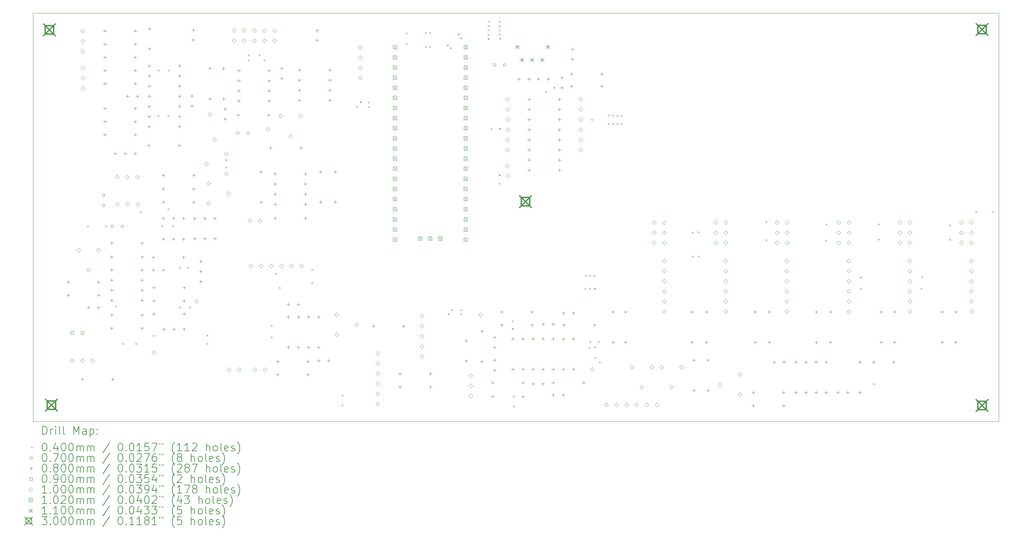
<source format=gbr>
%TF.GenerationSoftware,KiCad,Pcbnew,7.0.2-0*%
%TF.CreationDate,2023-06-25T21:33:46+02:00*%
%TF.ProjectId,shmoergh-funk-live-control,73686d6f-6572-4676-982d-66756e6b2d6c,rev?*%
%TF.SameCoordinates,Original*%
%TF.FileFunction,Drillmap*%
%TF.FilePolarity,Positive*%
%FSLAX45Y45*%
G04 Gerber Fmt 4.5, Leading zero omitted, Abs format (unit mm)*
G04 Created by KiCad (PCBNEW 7.0.2-0) date 2023-06-25 21:33:46*
%MOMM*%
%LPD*%
G01*
G04 APERTURE LIST*
%ADD10C,0.100000*%
%ADD11C,0.200000*%
%ADD12C,0.040000*%
%ADD13C,0.070000*%
%ADD14C,0.080000*%
%ADD15C,0.090000*%
%ADD16C,0.102000*%
%ADD17C,0.110000*%
%ADD18C,0.300000*%
G04 APERTURE END LIST*
D10*
X3750000Y-3500000D02*
X28000000Y-3500000D01*
X28000000Y-13750000D01*
X3750000Y-13750000D01*
X3750000Y-3500000D01*
D11*
D12*
X5110800Y-8831900D02*
X5150800Y-8871900D01*
X5150800Y-8831900D02*
X5110800Y-8871900D01*
X5568000Y-8831900D02*
X5608000Y-8871900D01*
X5608000Y-8831900D02*
X5568000Y-8871900D01*
X5809300Y-10838500D02*
X5849300Y-10878500D01*
X5849300Y-10838500D02*
X5809300Y-10878500D01*
X5987100Y-11778300D02*
X6027100Y-11818300D01*
X6027100Y-11778300D02*
X5987100Y-11818300D01*
X6317300Y-11778300D02*
X6357300Y-11818300D01*
X6357300Y-11778300D02*
X6317300Y-11818300D01*
X6431600Y-8476300D02*
X6471600Y-8516300D01*
X6471600Y-8476300D02*
X6431600Y-8516300D01*
X6761800Y-11575100D02*
X6801800Y-11615100D01*
X6801800Y-11575100D02*
X6761800Y-11615100D01*
X6876100Y-6063300D02*
X6916100Y-6103300D01*
X6916100Y-6063300D02*
X6876100Y-6103300D01*
X6888800Y-4920300D02*
X6928800Y-4960300D01*
X6928800Y-4920300D02*
X6888800Y-4960300D01*
X6977700Y-8819200D02*
X7017700Y-8859200D01*
X7017700Y-8819200D02*
X6977700Y-8859200D01*
X7130100Y-6063300D02*
X7170100Y-6103300D01*
X7170100Y-6063300D02*
X7130100Y-6103300D01*
X7130100Y-8400100D02*
X7170100Y-8440100D01*
X7170100Y-8400100D02*
X7130100Y-8440100D01*
X7142800Y-4920300D02*
X7182800Y-4960300D01*
X7182800Y-4920300D02*
X7142800Y-4960300D01*
X7244400Y-8819200D02*
X7284400Y-8859200D01*
X7284400Y-8819200D02*
X7244400Y-8859200D01*
X7409500Y-10863900D02*
X7449500Y-10903900D01*
X7449500Y-10863900D02*
X7409500Y-10903900D01*
X7420350Y-9860600D02*
X7460350Y-9900600D01*
X7460350Y-9860600D02*
X7420350Y-9900600D01*
X7612700Y-9860600D02*
X7652700Y-9900600D01*
X7652700Y-9860600D02*
X7612700Y-9900600D01*
X7676200Y-10863900D02*
X7716200Y-10903900D01*
X7716200Y-10863900D02*
X7676200Y-10903900D01*
X8108000Y-11562400D02*
X8148000Y-11602400D01*
X8148000Y-11562400D02*
X8108000Y-11602400D01*
X8108000Y-11778300D02*
X8148000Y-11818300D01*
X8148000Y-11778300D02*
X8108000Y-11818300D01*
X8577900Y-7166350D02*
X8617900Y-7206350D01*
X8617900Y-7166350D02*
X8577900Y-7206350D01*
X8577900Y-7347850D02*
X8617900Y-7387850D01*
X8617900Y-7347850D02*
X8577900Y-7387850D01*
X9149400Y-4539300D02*
X9189400Y-4579300D01*
X9189400Y-4539300D02*
X9149400Y-4579300D01*
X9149400Y-4666300D02*
X9189400Y-4706300D01*
X9189400Y-4666300D02*
X9149400Y-4706300D01*
X9416100Y-4539300D02*
X9456100Y-4579300D01*
X9456100Y-4539300D02*
X9416100Y-4579300D01*
X9543100Y-4666300D02*
X9583100Y-4706300D01*
X9583100Y-4666300D02*
X9543100Y-4706300D01*
X9720900Y-11321100D02*
X9760900Y-11361100D01*
X9760900Y-11321100D02*
X9720900Y-11361100D01*
X9720900Y-11613200D02*
X9760900Y-11653200D01*
X9760900Y-11613200D02*
X9720900Y-11653200D01*
X9822500Y-10013000D02*
X9862500Y-10053000D01*
X9862500Y-10013000D02*
X9822500Y-10053000D01*
X9924100Y-10368600D02*
X9964100Y-10408600D01*
X9964100Y-10368600D02*
X9924100Y-10408600D01*
X10736900Y-9924100D02*
X10776900Y-9964100D01*
X10776900Y-9924100D02*
X10736900Y-9964100D01*
X10736900Y-10254300D02*
X10776900Y-10294300D01*
X10776900Y-10254300D02*
X10736900Y-10294300D01*
X11498900Y-13073700D02*
X11538900Y-13113700D01*
X11538900Y-13073700D02*
X11498900Y-13113700D01*
X11498900Y-13315000D02*
X11538900Y-13355000D01*
X11538900Y-13315000D02*
X11498900Y-13355000D01*
X11867200Y-5822000D02*
X11907200Y-5862000D01*
X11907200Y-5822000D02*
X11867200Y-5862000D01*
X11962450Y-5714050D02*
X12002450Y-5754050D01*
X12002450Y-5714050D02*
X11962450Y-5754050D01*
X12159300Y-5720400D02*
X12199300Y-5760400D01*
X12199300Y-5720400D02*
X12159300Y-5760400D01*
X12159300Y-5834700D02*
X12199300Y-5874700D01*
X12199300Y-5834700D02*
X12159300Y-5874700D01*
X13111800Y-3985000D02*
X13151800Y-4025000D01*
X13151800Y-3985000D02*
X13111800Y-4025000D01*
X13111800Y-4247200D02*
X13151800Y-4287200D01*
X13151800Y-4247200D02*
X13111800Y-4287200D01*
X13594400Y-3980500D02*
X13634400Y-4020500D01*
X13634400Y-3980500D02*
X13594400Y-4020500D01*
X13594400Y-4323400D02*
X13634400Y-4363400D01*
X13634400Y-4323400D02*
X13594400Y-4363400D01*
X13699750Y-3980500D02*
X13739750Y-4020500D01*
X13739750Y-3980500D02*
X13699750Y-4020500D01*
X13699750Y-4323400D02*
X13739750Y-4363400D01*
X13739750Y-4323400D02*
X13699750Y-4363400D01*
X14139830Y-4287150D02*
X14179830Y-4327150D01*
X14179830Y-4287150D02*
X14139830Y-4327150D01*
X14164050Y-11029000D02*
X14204050Y-11069000D01*
X14204050Y-11029000D02*
X14164050Y-11069000D01*
X14214912Y-4361052D02*
X14254912Y-4401052D01*
X14254912Y-4361052D02*
X14214912Y-4401052D01*
X14254800Y-10927400D02*
X14294800Y-10967400D01*
X14294800Y-10927400D02*
X14254800Y-10967400D01*
X14419900Y-4007750D02*
X14459900Y-4047750D01*
X14459900Y-4007750D02*
X14419900Y-4047750D01*
X14483400Y-4109350D02*
X14523400Y-4149350D01*
X14523400Y-4109350D02*
X14483400Y-4149350D01*
X14483400Y-10927400D02*
X14523400Y-10967400D01*
X14523400Y-10927400D02*
X14483400Y-10967400D01*
X14483400Y-11032750D02*
X14523400Y-11072750D01*
X14523400Y-11032750D02*
X14483400Y-11072750D01*
X15167919Y-3907623D02*
X15207919Y-3947623D01*
X15207919Y-3907623D02*
X15167919Y-3947623D01*
X15169201Y-4022021D02*
X15209201Y-4062021D01*
X15209201Y-4022021D02*
X15169201Y-4062021D01*
X15169983Y-4127368D02*
X15209983Y-4167368D01*
X15209983Y-4127368D02*
X15169983Y-4167368D01*
X15177400Y-3802700D02*
X15217400Y-3842700D01*
X15217400Y-3802700D02*
X15177400Y-3842700D01*
X15181900Y-3688400D02*
X15221900Y-3728400D01*
X15221900Y-3688400D02*
X15181900Y-3728400D01*
X15245579Y-6380800D02*
X15285579Y-6420800D01*
X15285579Y-6380800D02*
X15245579Y-6420800D01*
X15448593Y-3908050D02*
X15488593Y-3948050D01*
X15488593Y-3908050D02*
X15448593Y-3948050D01*
X15448600Y-3688400D02*
X15488600Y-3728400D01*
X15488600Y-3688400D02*
X15448600Y-3728400D01*
X15448600Y-7547350D02*
X15488600Y-7587350D01*
X15488600Y-7547350D02*
X15448600Y-7587350D01*
X15448600Y-7752400D02*
X15488600Y-7792400D01*
X15488600Y-7752400D02*
X15448600Y-7792400D01*
X15448606Y-4013400D02*
X15488606Y-4053400D01*
X15488606Y-4013400D02*
X15448606Y-4053400D01*
X15448801Y-3802700D02*
X15488801Y-3842700D01*
X15488801Y-3802700D02*
X15448801Y-3842700D01*
X15450629Y-6380800D02*
X15490629Y-6420800D01*
X15490629Y-6380800D02*
X15450629Y-6420800D01*
X15459091Y-4121747D02*
X15499091Y-4161747D01*
X15499091Y-4121747D02*
X15459091Y-4161747D01*
X15778800Y-11206800D02*
X15818800Y-11246800D01*
X15818800Y-11206800D02*
X15778800Y-11246800D01*
X15778800Y-11399150D02*
X15818800Y-11439150D01*
X15818800Y-11399150D02*
X15778800Y-11439150D01*
X15804200Y-13099100D02*
X15844200Y-13139100D01*
X15844200Y-13099100D02*
X15804200Y-13139100D01*
X15804200Y-13340400D02*
X15844200Y-13380400D01*
X15844200Y-13340400D02*
X15804200Y-13380400D01*
X16613939Y-5461900D02*
X16653939Y-5501900D01*
X16653939Y-5461900D02*
X16613939Y-5501900D01*
X16822229Y-5352100D02*
X16862229Y-5392100D01*
X16862229Y-5352100D02*
X16822229Y-5392100D01*
X17594708Y-10395850D02*
X17634708Y-10435850D01*
X17634708Y-10395850D02*
X17594708Y-10435850D01*
X17612799Y-10063800D02*
X17652799Y-10103800D01*
X17652799Y-10063800D02*
X17612799Y-10103800D01*
X17709200Y-11879900D02*
X17749200Y-11919900D01*
X17749200Y-11879900D02*
X17709200Y-11919900D01*
X17718150Y-10063800D02*
X17758150Y-10103800D01*
X17758150Y-10063800D02*
X17718150Y-10103800D01*
X17718167Y-10395850D02*
X17758167Y-10435850D01*
X17758167Y-10395850D02*
X17718167Y-10435850D01*
X17721900Y-11727500D02*
X17761900Y-11767500D01*
X17761900Y-11727500D02*
X17721900Y-11767500D01*
X17763879Y-6152200D02*
X17803879Y-6192200D01*
X17803879Y-6152200D02*
X17763879Y-6192200D01*
X17823500Y-10063800D02*
X17863500Y-10103800D01*
X17863500Y-10063800D02*
X17823500Y-10103800D01*
X17838740Y-10395850D02*
X17878740Y-10435850D01*
X17878740Y-10395850D02*
X17838740Y-10435850D01*
X17843990Y-11859410D02*
X17883990Y-11899410D01*
X17883990Y-11859410D02*
X17843990Y-11899410D01*
X17848900Y-12121200D02*
X17888900Y-12161200D01*
X17888900Y-12121200D02*
X17848900Y-12161200D01*
X17934740Y-11727500D02*
X17974740Y-11767500D01*
X17974740Y-11727500D02*
X17934740Y-11767500D01*
X17963200Y-12243700D02*
X18003200Y-12283700D01*
X18003200Y-12243700D02*
X17963200Y-12283700D01*
X18188050Y-6253800D02*
X18228050Y-6293800D01*
X18228050Y-6253800D02*
X18188050Y-6293800D01*
X18188157Y-6045858D02*
X18228157Y-6085858D01*
X18228157Y-6045858D02*
X18188157Y-6085858D01*
X18293400Y-6050600D02*
X18333400Y-6090600D01*
X18333400Y-6050600D02*
X18293400Y-6090600D01*
X18293400Y-6253800D02*
X18333400Y-6293800D01*
X18333400Y-6253800D02*
X18293400Y-6293800D01*
X18403950Y-6050600D02*
X18443950Y-6090600D01*
X18443950Y-6050600D02*
X18403950Y-6090600D01*
X18403950Y-6253800D02*
X18443950Y-6293800D01*
X18443950Y-6253800D02*
X18403950Y-6293800D01*
X18509300Y-6050600D02*
X18549300Y-6090600D01*
X18549300Y-6050600D02*
X18509300Y-6090600D01*
X18509300Y-6253800D02*
X18549300Y-6293800D01*
X18549300Y-6253800D02*
X18509300Y-6293800D01*
X20287300Y-9583050D02*
X20327300Y-9623050D01*
X20327300Y-9583050D02*
X20287300Y-9623050D01*
X20287800Y-8984300D02*
X20327800Y-9024300D01*
X20327800Y-8984300D02*
X20287800Y-9024300D01*
X20440200Y-8971600D02*
X20480200Y-9011600D01*
X20480200Y-8971600D02*
X20440200Y-9011600D01*
X20440200Y-9583050D02*
X20480200Y-9623050D01*
X20480200Y-9583050D02*
X20440200Y-9623050D01*
X22141500Y-8717600D02*
X22181500Y-8757600D01*
X22181500Y-8717600D02*
X22141500Y-8757600D01*
X22141500Y-9174800D02*
X22181500Y-9214800D01*
X22181500Y-9174800D02*
X22141500Y-9214800D01*
X23640100Y-9187500D02*
X23680100Y-9227500D01*
X23680100Y-9187500D02*
X23640100Y-9227500D01*
X23652800Y-8781100D02*
X23692800Y-8821100D01*
X23692800Y-8781100D02*
X23652800Y-8821100D01*
X24516400Y-10112750D02*
X24556400Y-10152750D01*
X24556400Y-10112750D02*
X24516400Y-10152750D01*
X24516400Y-10395850D02*
X24556400Y-10435850D01*
X24556400Y-10395850D02*
X24516400Y-10435850D01*
X24841900Y-12781600D02*
X24881900Y-12821600D01*
X24881900Y-12781600D02*
X24841900Y-12821600D01*
X24973600Y-8781100D02*
X25013600Y-8821100D01*
X25013600Y-8781100D02*
X24973600Y-8821100D01*
X24973600Y-9162100D02*
X25013600Y-9202100D01*
X25013600Y-9162100D02*
X24973600Y-9202100D01*
X26040400Y-10395850D02*
X26080400Y-10435850D01*
X26080400Y-10395850D02*
X26040400Y-10435850D01*
X26053100Y-10101900D02*
X26093100Y-10141900D01*
X26093100Y-10101900D02*
X26053100Y-10141900D01*
X26761083Y-8806500D02*
X26801083Y-8846500D01*
X26801083Y-8806500D02*
X26761083Y-8846500D01*
X26761083Y-9157600D02*
X26801083Y-9197600D01*
X26801083Y-9157600D02*
X26761083Y-9197600D01*
X27412000Y-8463600D02*
X27452000Y-8503600D01*
X27452000Y-8463600D02*
X27412000Y-8503600D01*
X27831100Y-8463600D02*
X27871100Y-8503600D01*
X27871100Y-8463600D02*
X27831100Y-8503600D01*
D13*
X5559500Y-8072200D02*
G75*
G03*
X5559500Y-8072200I-35000J0D01*
G01*
X5559500Y-8326200D02*
G75*
G03*
X5559500Y-8326200I-35000J0D01*
G01*
X5775400Y-8851900D02*
G75*
G03*
X5775400Y-8851900I-35000J0D01*
G01*
X6029400Y-8851900D02*
G75*
G03*
X6029400Y-8851900I-35000J0D01*
G01*
X8930000Y-6515100D02*
G75*
G03*
X8930000Y-6515100I-35000J0D01*
G01*
X9184000Y-6515100D02*
G75*
G03*
X9184000Y-6515100I-35000J0D01*
G01*
X15376600Y-4800600D02*
G75*
G03*
X15376600Y-4800600I-35000J0D01*
G01*
X15630600Y-4800600D02*
G75*
G03*
X15630600Y-4800600I-35000J0D01*
G01*
D14*
X4635500Y-10208900D02*
X4635500Y-10288900D01*
X4595500Y-10248900D02*
X4675500Y-10248900D01*
X4635500Y-10539100D02*
X4635500Y-10619100D01*
X4595500Y-10579100D02*
X4675500Y-10579100D01*
X4991100Y-12647300D02*
X4991100Y-12727300D01*
X4951100Y-12687300D02*
X5031100Y-12687300D01*
X5147500Y-10843900D02*
X5147500Y-10923900D01*
X5107500Y-10883900D02*
X5187500Y-10883900D01*
X5397500Y-10208900D02*
X5397500Y-10288900D01*
X5357500Y-10248900D02*
X5437500Y-10248900D01*
X5397500Y-10539100D02*
X5397500Y-10619100D01*
X5357500Y-10579100D02*
X5437500Y-10579100D01*
X5397500Y-10843900D02*
X5397500Y-10923900D01*
X5357500Y-10883900D02*
X5437500Y-10883900D01*
X5555275Y-3909700D02*
X5555275Y-3989700D01*
X5515275Y-3949700D02*
X5595275Y-3949700D01*
X5555275Y-4239900D02*
X5555275Y-4319900D01*
X5515275Y-4279900D02*
X5595275Y-4279900D01*
X5555275Y-4570100D02*
X5555275Y-4650100D01*
X5515275Y-4610100D02*
X5595275Y-4610100D01*
X5555275Y-4900300D02*
X5555275Y-4980300D01*
X5515275Y-4940300D02*
X5595275Y-4940300D01*
X5555275Y-5230500D02*
X5555275Y-5310500D01*
X5515275Y-5270500D02*
X5595275Y-5270500D01*
X5555275Y-5852800D02*
X5555275Y-5932800D01*
X5515275Y-5892800D02*
X5595275Y-5892800D01*
X5555275Y-6183000D02*
X5555275Y-6263000D01*
X5515275Y-6223000D02*
X5595275Y-6223000D01*
X5555275Y-6513200D02*
X5555275Y-6593200D01*
X5515275Y-6553200D02*
X5595275Y-6553200D01*
X5727700Y-9231000D02*
X5727700Y-9311000D01*
X5687700Y-9271000D02*
X5767700Y-9271000D01*
X5727700Y-9573900D02*
X5727700Y-9653900D01*
X5687700Y-9613900D02*
X5767700Y-9613900D01*
X5727700Y-11034400D02*
X5727700Y-11114400D01*
X5687700Y-11074400D02*
X5767700Y-11074400D01*
X5727700Y-11364600D02*
X5727700Y-11444600D01*
X5687700Y-11404600D02*
X5767700Y-11404600D01*
X5729200Y-9903100D02*
X5729200Y-9983100D01*
X5689200Y-9943100D02*
X5769200Y-9943100D01*
X5729200Y-10157100D02*
X5729200Y-10237100D01*
X5689200Y-10197100D02*
X5769200Y-10197100D01*
X5729200Y-10411100D02*
X5729200Y-10491100D01*
X5689200Y-10451100D02*
X5769200Y-10451100D01*
X5729200Y-10665100D02*
X5729200Y-10745100D01*
X5689200Y-10705100D02*
X5769200Y-10705100D01*
X5753100Y-12647300D02*
X5753100Y-12727300D01*
X5713100Y-12687300D02*
X5793100Y-12687300D01*
X5809275Y-6981000D02*
X5809275Y-7061000D01*
X5769275Y-7021000D02*
X5849275Y-7021000D01*
X6063275Y-6981000D02*
X6063275Y-7061000D01*
X6023275Y-7021000D02*
X6103275Y-7021000D01*
X6125400Y-5543325D02*
X6125400Y-5623325D01*
X6085400Y-5583325D02*
X6165400Y-5583325D01*
X6317275Y-3909700D02*
X6317275Y-3989700D01*
X6277275Y-3949700D02*
X6357275Y-3949700D01*
X6317275Y-4239900D02*
X6317275Y-4319900D01*
X6277275Y-4279900D02*
X6357275Y-4279900D01*
X6317275Y-4570100D02*
X6317275Y-4650100D01*
X6277275Y-4610100D02*
X6357275Y-4610100D01*
X6317275Y-4900300D02*
X6317275Y-4980300D01*
X6277275Y-4940300D02*
X6357275Y-4940300D01*
X6317275Y-5230500D02*
X6317275Y-5310500D01*
X6277275Y-5270500D02*
X6357275Y-5270500D01*
X6317275Y-5852800D02*
X6317275Y-5932800D01*
X6277275Y-5892800D02*
X6357275Y-5892800D01*
X6317275Y-6183000D02*
X6317275Y-6263000D01*
X6277275Y-6223000D02*
X6357275Y-6223000D01*
X6317275Y-6513200D02*
X6317275Y-6593200D01*
X6277275Y-6553200D02*
X6357275Y-6553200D01*
X6317275Y-6981000D02*
X6317275Y-7061000D01*
X6277275Y-7021000D02*
X6357275Y-7021000D01*
X6375400Y-5543325D02*
X6375400Y-5623325D01*
X6335400Y-5583325D02*
X6415400Y-5583325D01*
X6489700Y-9231000D02*
X6489700Y-9311000D01*
X6449700Y-9271000D02*
X6529700Y-9271000D01*
X6489700Y-9573900D02*
X6489700Y-9653900D01*
X6449700Y-9613900D02*
X6529700Y-9613900D01*
X6489700Y-11034400D02*
X6489700Y-11114400D01*
X6449700Y-11074400D02*
X6529700Y-11074400D01*
X6489700Y-11364600D02*
X6489700Y-11444600D01*
X6449700Y-11404600D02*
X6529700Y-11404600D01*
X6491200Y-9903100D02*
X6491200Y-9983100D01*
X6451200Y-9943100D02*
X6531200Y-9943100D01*
X6491200Y-10157100D02*
X6491200Y-10237100D01*
X6451200Y-10197100D02*
X6531200Y-10197100D01*
X6491200Y-10411100D02*
X6491200Y-10491100D01*
X6451200Y-10451100D02*
X6531200Y-10451100D01*
X6491200Y-10665100D02*
X6491200Y-10745100D01*
X6451200Y-10705100D02*
X6531200Y-10705100D01*
X6660175Y-6779900D02*
X6660175Y-6859900D01*
X6620175Y-6819900D02*
X6700175Y-6819900D01*
X6667500Y-4783325D02*
X6667500Y-4863325D01*
X6627500Y-4823325D02*
X6707500Y-4823325D01*
X6667500Y-5037325D02*
X6667500Y-5117325D01*
X6627500Y-5077325D02*
X6707500Y-5077325D01*
X6667500Y-5291325D02*
X6667500Y-5371325D01*
X6627500Y-5331325D02*
X6707500Y-5331325D01*
X6667500Y-5545325D02*
X6667500Y-5625325D01*
X6627500Y-5585325D02*
X6707500Y-5585325D01*
X6667500Y-5799325D02*
X6667500Y-5879325D01*
X6627500Y-5839325D02*
X6707500Y-5839325D01*
X6667500Y-6053325D02*
X6667500Y-6133325D01*
X6627500Y-6093325D02*
X6707500Y-6093325D01*
X6667500Y-6307325D02*
X6667500Y-6387325D01*
X6627500Y-6347325D02*
X6707500Y-6347325D01*
X6672875Y-3850200D02*
X6672875Y-3930200D01*
X6632875Y-3890200D02*
X6712875Y-3890200D01*
X6672875Y-4350200D02*
X6672875Y-4430200D01*
X6632875Y-4390200D02*
X6712875Y-4390200D01*
X6769100Y-9586600D02*
X6769100Y-9666600D01*
X6729100Y-9626600D02*
X6809100Y-9626600D01*
X6771100Y-9904100D02*
X6771100Y-9984100D01*
X6731100Y-9944100D02*
X6811100Y-9944100D01*
X6781800Y-10348600D02*
X6781800Y-10428600D01*
X6741800Y-10388600D02*
X6821800Y-10388600D01*
X6781800Y-10678800D02*
X6781800Y-10758800D01*
X6741800Y-10718800D02*
X6821800Y-10718800D01*
X6781800Y-11009000D02*
X6781800Y-11089000D01*
X6741800Y-11049000D02*
X6821800Y-11049000D01*
X7021100Y-9904100D02*
X7021100Y-9984100D01*
X6981100Y-9944100D02*
X7061100Y-9944100D01*
X7023100Y-7529200D02*
X7023100Y-7609200D01*
X6983100Y-7569200D02*
X7063100Y-7569200D01*
X7023100Y-7872100D02*
X7023100Y-7952100D01*
X6983100Y-7912100D02*
X7063100Y-7912100D01*
X7023100Y-8202300D02*
X7023100Y-8282300D01*
X6983100Y-8242300D02*
X7063100Y-8242300D01*
X7023100Y-8608700D02*
X7023100Y-8688700D01*
X6983100Y-8648700D02*
X7063100Y-8648700D01*
X7023100Y-9131500D02*
X7023100Y-9211500D01*
X6983100Y-9171500D02*
X7063100Y-9171500D01*
X7035800Y-11392100D02*
X7035800Y-11472100D01*
X6995800Y-11432100D02*
X7075800Y-11432100D01*
X7277100Y-8608700D02*
X7277100Y-8688700D01*
X7237100Y-8648700D02*
X7317100Y-8648700D01*
X7277100Y-9131500D02*
X7277100Y-9211500D01*
X7237100Y-9171500D02*
X7317100Y-9171500D01*
X7289800Y-11392100D02*
X7289800Y-11472100D01*
X7249800Y-11432100D02*
X7329800Y-11432100D01*
X7422175Y-6779900D02*
X7422175Y-6859900D01*
X7382175Y-6819900D02*
X7462175Y-6819900D01*
X7429500Y-4783325D02*
X7429500Y-4863325D01*
X7389500Y-4823325D02*
X7469500Y-4823325D01*
X7429500Y-5037325D02*
X7429500Y-5117325D01*
X7389500Y-5077325D02*
X7469500Y-5077325D01*
X7429500Y-5291325D02*
X7429500Y-5371325D01*
X7389500Y-5331325D02*
X7469500Y-5331325D01*
X7429500Y-5545325D02*
X7429500Y-5625325D01*
X7389500Y-5585325D02*
X7469500Y-5585325D01*
X7429500Y-5799325D02*
X7429500Y-5879325D01*
X7389500Y-5839325D02*
X7469500Y-5839325D01*
X7429500Y-6053325D02*
X7429500Y-6133325D01*
X7389500Y-6093325D02*
X7469500Y-6093325D01*
X7429500Y-6307325D02*
X7429500Y-6387325D01*
X7389500Y-6347325D02*
X7469500Y-6347325D01*
X7531100Y-8608700D02*
X7531100Y-8688700D01*
X7491100Y-8648700D02*
X7571100Y-8648700D01*
X7531100Y-9131500D02*
X7531100Y-9211500D01*
X7491100Y-9171500D02*
X7571100Y-9171500D01*
X7531100Y-9586600D02*
X7531100Y-9666600D01*
X7491100Y-9626600D02*
X7571100Y-9626600D01*
X7543800Y-10348600D02*
X7543800Y-10428600D01*
X7503800Y-10388600D02*
X7583800Y-10388600D01*
X7543800Y-10678800D02*
X7543800Y-10758800D01*
X7503800Y-10718800D02*
X7583800Y-10718800D01*
X7543800Y-11009000D02*
X7543800Y-11089000D01*
X7503800Y-11049000D02*
X7583800Y-11049000D01*
X7543800Y-11392100D02*
X7543800Y-11472100D01*
X7503800Y-11432100D02*
X7583800Y-11432100D01*
X7739675Y-5539300D02*
X7739675Y-5619300D01*
X7699675Y-5579300D02*
X7779675Y-5579300D01*
X7739675Y-5789300D02*
X7739675Y-5869300D01*
X7699675Y-5829300D02*
X7779675Y-5829300D01*
X7772400Y-3884300D02*
X7772400Y-3964300D01*
X7732400Y-3924300D02*
X7812400Y-3924300D01*
X7772400Y-4134300D02*
X7772400Y-4214300D01*
X7732400Y-4174300D02*
X7812400Y-4174300D01*
X7785100Y-7529200D02*
X7785100Y-7609200D01*
X7745100Y-7569200D02*
X7825100Y-7569200D01*
X7785100Y-7872100D02*
X7785100Y-7952100D01*
X7745100Y-7912100D02*
X7825100Y-7912100D01*
X7785100Y-8202300D02*
X7785100Y-8282300D01*
X7745100Y-8242300D02*
X7825100Y-8242300D01*
X7810500Y-8610800D02*
X7810500Y-8690800D01*
X7770500Y-8650800D02*
X7850500Y-8650800D01*
X7810500Y-9118800D02*
X7810500Y-9198800D01*
X7770500Y-9158800D02*
X7850500Y-9158800D01*
X7962900Y-9688200D02*
X7962900Y-9768200D01*
X7922900Y-9728200D02*
X8002900Y-9728200D01*
X7962900Y-9942200D02*
X7962900Y-10022200D01*
X7922900Y-9982200D02*
X8002900Y-9982200D01*
X7962900Y-10196200D02*
X7962900Y-10276200D01*
X7922900Y-10236200D02*
X8002900Y-10236200D01*
X8064500Y-8610800D02*
X8064500Y-8690800D01*
X8024500Y-8650800D02*
X8104500Y-8650800D01*
X8064500Y-9118800D02*
X8064500Y-9198800D01*
X8024500Y-9158800D02*
X8104500Y-9158800D01*
X8191500Y-4849500D02*
X8191500Y-4929500D01*
X8151500Y-4889500D02*
X8231500Y-4889500D01*
X8191500Y-5611500D02*
X8191500Y-5691500D01*
X8151500Y-5651500D02*
X8231500Y-5651500D01*
X8318500Y-8610800D02*
X8318500Y-8690800D01*
X8278500Y-8650800D02*
X8358500Y-8650800D01*
X8318500Y-9118800D02*
X8318500Y-9198800D01*
X8278500Y-9158800D02*
X8358500Y-9158800D01*
X8534400Y-4849500D02*
X8534400Y-4929500D01*
X8494400Y-4889500D02*
X8574400Y-4889500D01*
X8534400Y-5611500D02*
X8534400Y-5691500D01*
X8494400Y-5651500D02*
X8574400Y-5651500D01*
X8572500Y-5867500D02*
X8572500Y-5947500D01*
X8532500Y-5907500D02*
X8612500Y-5907500D01*
X8572500Y-6117500D02*
X8572500Y-6197500D01*
X8532500Y-6157500D02*
X8612500Y-6157500D01*
X8902700Y-6017900D02*
X8902700Y-6097900D01*
X8862700Y-6057900D02*
X8942700Y-6057900D01*
X8916900Y-4899300D02*
X8916900Y-4979300D01*
X8876900Y-4939300D02*
X8956900Y-4939300D01*
X8916900Y-5153300D02*
X8916900Y-5233300D01*
X8876900Y-5193300D02*
X8956900Y-5193300D01*
X8916900Y-5407300D02*
X8916900Y-5487300D01*
X8876900Y-5447300D02*
X8956900Y-5447300D01*
X8916900Y-5661300D02*
X8916900Y-5741300D01*
X8876900Y-5701300D02*
X8956900Y-5701300D01*
X9474200Y-7440300D02*
X9474200Y-7520300D01*
X9434200Y-7480300D02*
X9514200Y-7480300D01*
X9474200Y-8202300D02*
X9474200Y-8282300D01*
X9434200Y-8242300D02*
X9514200Y-8242300D01*
X9664700Y-6017900D02*
X9664700Y-6097900D01*
X9624700Y-6057900D02*
X9704700Y-6057900D01*
X9678900Y-4899300D02*
X9678900Y-4979300D01*
X9638900Y-4939300D02*
X9718900Y-4939300D01*
X9678900Y-5153300D02*
X9678900Y-5233300D01*
X9638900Y-5193300D02*
X9718900Y-5193300D01*
X9678900Y-5407300D02*
X9678900Y-5487300D01*
X9638900Y-5447300D02*
X9718900Y-5447300D01*
X9678900Y-5661300D02*
X9678900Y-5741300D01*
X9638900Y-5701300D02*
X9718900Y-5701300D01*
X9715500Y-6843400D02*
X9715500Y-6923400D01*
X9675500Y-6883400D02*
X9755500Y-6883400D01*
X9828300Y-7492100D02*
X9828300Y-7572100D01*
X9788300Y-7532100D02*
X9868300Y-7532100D01*
X9828300Y-7746100D02*
X9828300Y-7826100D01*
X9788300Y-7786100D02*
X9868300Y-7786100D01*
X9828300Y-8000100D02*
X9828300Y-8080100D01*
X9788300Y-8040100D02*
X9868300Y-8040100D01*
X9828300Y-8254100D02*
X9828300Y-8334100D01*
X9788300Y-8294100D02*
X9868300Y-8294100D01*
X9829800Y-8608700D02*
X9829800Y-8688700D01*
X9789800Y-8648700D02*
X9869800Y-8648700D01*
X9893300Y-12202800D02*
X9893300Y-12282800D01*
X9853300Y-12242800D02*
X9933300Y-12242800D01*
X9893300Y-12533000D02*
X9893300Y-12613000D01*
X9853300Y-12573000D02*
X9933300Y-12573000D01*
X9994900Y-4853500D02*
X9994900Y-4933500D01*
X9954900Y-4893500D02*
X10034900Y-4893500D01*
X9994900Y-5103500D02*
X9994900Y-5183500D01*
X9954900Y-5143500D02*
X10034900Y-5143500D01*
X10159000Y-11083700D02*
X10159000Y-11163700D01*
X10119000Y-11123700D02*
X10199000Y-11123700D01*
X10159000Y-11845700D02*
X10159000Y-11925700D01*
X10119000Y-11885700D02*
X10199000Y-11885700D01*
X10162000Y-10767700D02*
X10162000Y-10847700D01*
X10122000Y-10807700D02*
X10202000Y-10807700D01*
X10412000Y-10767700D02*
X10412000Y-10847700D01*
X10372000Y-10807700D02*
X10452000Y-10807700D01*
X10413000Y-11083700D02*
X10413000Y-11163700D01*
X10373000Y-11123700D02*
X10453000Y-11123700D01*
X10413000Y-11845700D02*
X10413000Y-11925700D01*
X10373000Y-11885700D02*
X10453000Y-11885700D01*
X10439400Y-4887600D02*
X10439400Y-4967600D01*
X10399400Y-4927600D02*
X10479400Y-4927600D01*
X10439400Y-5141600D02*
X10439400Y-5221600D01*
X10399400Y-5181600D02*
X10479400Y-5181600D01*
X10439400Y-5395600D02*
X10439400Y-5475600D01*
X10399400Y-5435600D02*
X10479400Y-5435600D01*
X10439400Y-5649600D02*
X10439400Y-5729600D01*
X10399400Y-5689600D02*
X10479400Y-5689600D01*
X10477500Y-6843400D02*
X10477500Y-6923400D01*
X10437500Y-6883400D02*
X10517500Y-6883400D01*
X10590300Y-7492100D02*
X10590300Y-7572100D01*
X10550300Y-7532100D02*
X10630300Y-7532100D01*
X10590300Y-7746100D02*
X10590300Y-7826100D01*
X10550300Y-7786100D02*
X10630300Y-7786100D01*
X10590300Y-8000100D02*
X10590300Y-8080100D01*
X10550300Y-8040100D02*
X10630300Y-8040100D01*
X10590300Y-8254100D02*
X10590300Y-8334100D01*
X10550300Y-8294100D02*
X10630300Y-8294100D01*
X10591800Y-8608700D02*
X10591800Y-8688700D01*
X10551800Y-8648700D02*
X10631800Y-8648700D01*
X10655300Y-12202800D02*
X10655300Y-12282800D01*
X10615300Y-12242800D02*
X10695300Y-12242800D01*
X10655300Y-12533000D02*
X10655300Y-12613000D01*
X10615300Y-12573000D02*
X10695300Y-12573000D01*
X10667000Y-11083700D02*
X10667000Y-11163700D01*
X10627000Y-11123700D02*
X10707000Y-11123700D01*
X10667000Y-11845700D02*
X10667000Y-11925700D01*
X10627000Y-11885700D02*
X10707000Y-11885700D01*
X10883900Y-3893062D02*
X10883900Y-3973062D01*
X10843900Y-3933062D02*
X10923900Y-3933062D01*
X10883900Y-4143062D02*
X10883900Y-4223062D01*
X10843900Y-4183062D02*
X10923900Y-4183062D01*
X10921000Y-11083700D02*
X10921000Y-11163700D01*
X10881000Y-11123700D02*
X10961000Y-11123700D01*
X10921000Y-11845700D02*
X10921000Y-11925700D01*
X10881000Y-11885700D02*
X10961000Y-11885700D01*
X10922000Y-12177400D02*
X10922000Y-12257400D01*
X10882000Y-12217400D02*
X10962000Y-12217400D01*
X10972800Y-7440300D02*
X10972800Y-7520300D01*
X10932800Y-7480300D02*
X11012800Y-7480300D01*
X10972800Y-8202300D02*
X10972800Y-8282300D01*
X10932800Y-8242300D02*
X11012800Y-8242300D01*
X11172000Y-12177400D02*
X11172000Y-12257400D01*
X11132000Y-12217400D02*
X11212000Y-12217400D01*
X11201400Y-4887600D02*
X11201400Y-4967600D01*
X11161400Y-4927600D02*
X11241400Y-4927600D01*
X11201400Y-5141600D02*
X11201400Y-5221600D01*
X11161400Y-5181600D02*
X11241400Y-5181600D01*
X11201400Y-5395600D02*
X11201400Y-5475600D01*
X11161400Y-5435600D02*
X11241400Y-5435600D01*
X11201400Y-5649600D02*
X11201400Y-5729600D01*
X11161400Y-5689600D02*
X11241400Y-5689600D01*
X11341100Y-7440300D02*
X11341100Y-7520300D01*
X11301100Y-7480300D02*
X11381100Y-7480300D01*
X11341100Y-8202300D02*
X11341100Y-8282300D01*
X11301100Y-8242300D02*
X11381100Y-8242300D01*
X12293600Y-11313800D02*
X12293600Y-11393800D01*
X12253600Y-11353800D02*
X12333600Y-11353800D01*
X12966700Y-12507600D02*
X12966700Y-12587600D01*
X12926700Y-12547600D02*
X13006700Y-12547600D01*
X12966700Y-12837800D02*
X12966700Y-12917800D01*
X12926700Y-12877800D02*
X13006700Y-12877800D01*
X13055600Y-11313800D02*
X13055600Y-11393800D01*
X13015600Y-11353800D02*
X13095600Y-11353800D01*
X13728700Y-12507600D02*
X13728700Y-12587600D01*
X13688700Y-12547600D02*
X13768700Y-12547600D01*
X13728700Y-12837800D02*
X13728700Y-12917800D01*
X13688700Y-12877800D02*
X13768700Y-12877800D01*
X14630400Y-11686100D02*
X14630400Y-11766100D01*
X14590400Y-11726100D02*
X14670400Y-11726100D01*
X14630400Y-12186100D02*
X14630400Y-12266100D01*
X14590400Y-12226100D02*
X14670400Y-12226100D01*
X15024100Y-11440800D02*
X15024100Y-11520800D01*
X14984100Y-11480800D02*
X15064100Y-11480800D01*
X15024100Y-12202800D02*
X15024100Y-12282800D01*
X14984100Y-12242800D02*
X15064100Y-12242800D01*
X15290800Y-12736200D02*
X15290800Y-12816200D01*
X15250800Y-12776200D02*
X15330800Y-12776200D01*
X15290800Y-13079100D02*
X15290800Y-13159100D01*
X15250800Y-13119100D02*
X15330800Y-13119100D01*
X15341600Y-11595200D02*
X15341600Y-11675200D01*
X15301600Y-11635200D02*
X15381600Y-11635200D01*
X15341600Y-11845200D02*
X15341600Y-11925200D01*
X15301600Y-11885200D02*
X15381600Y-11885200D01*
X15341600Y-12166700D02*
X15341600Y-12246700D01*
X15301600Y-12206700D02*
X15381600Y-12206700D01*
X15341600Y-12416700D02*
X15341600Y-12496700D01*
X15301600Y-12456700D02*
X15381600Y-12456700D01*
X15519400Y-10958200D02*
X15519400Y-11038200D01*
X15479400Y-10998200D02*
X15559400Y-10998200D01*
X15519400Y-11288400D02*
X15519400Y-11368400D01*
X15479400Y-11328400D02*
X15559400Y-11328400D01*
X15798800Y-11631300D02*
X15798800Y-11711300D01*
X15758800Y-11671300D02*
X15838800Y-11671300D01*
X15798800Y-12393300D02*
X15798800Y-12473300D01*
X15758800Y-12433300D02*
X15838800Y-12433300D01*
X15953229Y-5116200D02*
X15953229Y-5196200D01*
X15913229Y-5156200D02*
X15993229Y-5156200D01*
X16052800Y-11631300D02*
X16052800Y-11711300D01*
X16012800Y-11671300D02*
X16092800Y-11671300D01*
X16052800Y-12393300D02*
X16052800Y-12473300D01*
X16012800Y-12433300D02*
X16092800Y-12433300D01*
X16052800Y-12736200D02*
X16052800Y-12816200D01*
X16012800Y-12776200D02*
X16092800Y-12776200D01*
X16052800Y-13079100D02*
X16052800Y-13159100D01*
X16012800Y-13119100D02*
X16092800Y-13119100D01*
X16203229Y-5116200D02*
X16203229Y-5196200D01*
X16163229Y-5156200D02*
X16243229Y-5156200D01*
X16208829Y-5620400D02*
X16208829Y-5700400D01*
X16168829Y-5660400D02*
X16248829Y-5660400D01*
X16208829Y-5874400D02*
X16208829Y-5954400D01*
X16168829Y-5914400D02*
X16248829Y-5914400D01*
X16208829Y-6128400D02*
X16208829Y-6208400D01*
X16168829Y-6168400D02*
X16248829Y-6168400D01*
X16208829Y-6382400D02*
X16208829Y-6462400D01*
X16168829Y-6422400D02*
X16248829Y-6422400D01*
X16208829Y-6636400D02*
X16208829Y-6716400D01*
X16168829Y-6676400D02*
X16248829Y-6676400D01*
X16208829Y-6890400D02*
X16208829Y-6970400D01*
X16168829Y-6930400D02*
X16248829Y-6930400D01*
X16208829Y-7144400D02*
X16208829Y-7224400D01*
X16168829Y-7184400D02*
X16248829Y-7184400D01*
X16208829Y-7398400D02*
X16208829Y-7478400D01*
X16168829Y-7438400D02*
X16248829Y-7438400D01*
X16281400Y-10958200D02*
X16281400Y-11038200D01*
X16241400Y-10998200D02*
X16321400Y-10998200D01*
X16281400Y-11288400D02*
X16281400Y-11368400D01*
X16241400Y-11328400D02*
X16321400Y-11328400D01*
X16306800Y-11631300D02*
X16306800Y-11711300D01*
X16266800Y-11671300D02*
X16346800Y-11671300D01*
X16306800Y-12393300D02*
X16306800Y-12473300D01*
X16266800Y-12433300D02*
X16346800Y-12433300D01*
X16306800Y-12761600D02*
X16306800Y-12841600D01*
X16266800Y-12801600D02*
X16346800Y-12801600D01*
X16439829Y-5116200D02*
X16439829Y-5196200D01*
X16399829Y-5156200D02*
X16479829Y-5156200D01*
X16556800Y-12761600D02*
X16556800Y-12841600D01*
X16516800Y-12801600D02*
X16596800Y-12801600D01*
X16560800Y-11263000D02*
X16560800Y-11343000D01*
X16520800Y-11303000D02*
X16600800Y-11303000D01*
X16560800Y-11631300D02*
X16560800Y-11711300D01*
X16520800Y-11671300D02*
X16600800Y-11671300D01*
X16560800Y-12393300D02*
X16560800Y-12473300D01*
X16520800Y-12433300D02*
X16600800Y-12433300D01*
X16689829Y-5116200D02*
X16689829Y-5196200D01*
X16649829Y-5156200D02*
X16729829Y-5156200D01*
X16810800Y-11263000D02*
X16810800Y-11343000D01*
X16770800Y-11303000D02*
X16850800Y-11303000D01*
X16814800Y-11631300D02*
X16814800Y-11711300D01*
X16774800Y-11671300D02*
X16854800Y-11671300D01*
X16814800Y-12393300D02*
X16814800Y-12473300D01*
X16774800Y-12433300D02*
X16854800Y-12433300D01*
X16814800Y-12736200D02*
X16814800Y-12816200D01*
X16774800Y-12776200D02*
X16854800Y-12776200D01*
X16814800Y-13041000D02*
X16814800Y-13121000D01*
X16774800Y-13081000D02*
X16854800Y-13081000D01*
X16970829Y-5620400D02*
X16970829Y-5700400D01*
X16930829Y-5660400D02*
X17010829Y-5660400D01*
X16970829Y-5874400D02*
X16970829Y-5954400D01*
X16930829Y-5914400D02*
X17010829Y-5914400D01*
X16970829Y-6128400D02*
X16970829Y-6208400D01*
X16930829Y-6168400D02*
X17010829Y-6168400D01*
X16970829Y-6382400D02*
X16970829Y-6462400D01*
X16930829Y-6422400D02*
X17010829Y-6422400D01*
X16970829Y-6636400D02*
X16970829Y-6716400D01*
X16930829Y-6676400D02*
X17010829Y-6676400D01*
X16970829Y-6890400D02*
X16970829Y-6970400D01*
X16930829Y-6930400D02*
X17010829Y-6930400D01*
X16970829Y-7144400D02*
X16970829Y-7224400D01*
X16930829Y-7184400D02*
X17010829Y-7184400D01*
X16970829Y-7398400D02*
X16970829Y-7478400D01*
X16930829Y-7438400D02*
X17010829Y-7438400D01*
X17032729Y-5080100D02*
X17032729Y-5160100D01*
X16992729Y-5120100D02*
X17072729Y-5120100D01*
X17032729Y-5330100D02*
X17032729Y-5410100D01*
X16992729Y-5370100D02*
X17072729Y-5370100D01*
X17064800Y-13041000D02*
X17064800Y-13121000D01*
X17024800Y-13081000D02*
X17104800Y-13081000D01*
X17068800Y-11631300D02*
X17068800Y-11711300D01*
X17028800Y-11671300D02*
X17108800Y-11671300D01*
X17068800Y-12393300D02*
X17068800Y-12473300D01*
X17028800Y-12433300D02*
X17108800Y-12433300D01*
X17070800Y-10983600D02*
X17070800Y-11063600D01*
X17030800Y-11023600D02*
X17110800Y-11023600D01*
X17081500Y-11288400D02*
X17081500Y-11368400D01*
X17041500Y-11328400D02*
X17121500Y-11328400D01*
X17272000Y-4989200D02*
X17272000Y-5069200D01*
X17232000Y-5029200D02*
X17312000Y-5029200D01*
X17272000Y-5294000D02*
X17272000Y-5374000D01*
X17232000Y-5334000D02*
X17312000Y-5334000D01*
X17297400Y-4366900D02*
X17297400Y-4446900D01*
X17257400Y-4406900D02*
X17337400Y-4406900D01*
X17297400Y-4616900D02*
X17297400Y-4696900D01*
X17257400Y-4656900D02*
X17337400Y-4656900D01*
X17320800Y-10983600D02*
X17320800Y-11063600D01*
X17280800Y-11023600D02*
X17360800Y-11023600D01*
X17322800Y-11631300D02*
X17322800Y-11711300D01*
X17282800Y-11671300D02*
X17362800Y-11671300D01*
X17322800Y-12393300D02*
X17322800Y-12473300D01*
X17282800Y-12433300D02*
X17362800Y-12433300D01*
X17576800Y-12736200D02*
X17576800Y-12816200D01*
X17536800Y-12776200D02*
X17616800Y-12776200D01*
X17843500Y-11288400D02*
X17843500Y-11368400D01*
X17803500Y-11328400D02*
X17883500Y-11328400D01*
X18034000Y-4989200D02*
X18034000Y-5069200D01*
X17994000Y-5029200D02*
X18074000Y-5029200D01*
X18034000Y-5294000D02*
X18034000Y-5374000D01*
X17994000Y-5334000D02*
X18074000Y-5334000D01*
X18313400Y-10958200D02*
X18313400Y-11038200D01*
X18273400Y-10998200D02*
X18353400Y-10998200D01*
X18313400Y-11720200D02*
X18313400Y-11800200D01*
X18273400Y-11760200D02*
X18353400Y-11760200D01*
X18630900Y-10958200D02*
X18630900Y-11038200D01*
X18590900Y-10998200D02*
X18670900Y-10998200D01*
X18630900Y-11720200D02*
X18630900Y-11800200D01*
X18590900Y-11760200D02*
X18670900Y-11760200D01*
X20295100Y-10958200D02*
X20295100Y-11038200D01*
X20255100Y-10998200D02*
X20335100Y-10998200D01*
X20295100Y-11720200D02*
X20295100Y-11800200D01*
X20255100Y-11760200D02*
X20335100Y-11760200D01*
X20345400Y-12164700D02*
X20345400Y-12244700D01*
X20305400Y-12204700D02*
X20385400Y-12204700D01*
X20345400Y-12926700D02*
X20345400Y-13006700D01*
X20305400Y-12966700D02*
X20385400Y-12966700D01*
X20663400Y-10958200D02*
X20663400Y-11038200D01*
X20623400Y-10998200D02*
X20703400Y-10998200D01*
X20663400Y-11720200D02*
X20663400Y-11800200D01*
X20623400Y-11760200D02*
X20703400Y-11760200D01*
X20701000Y-12164700D02*
X20701000Y-12244700D01*
X20661000Y-12204700D02*
X20741000Y-12204700D01*
X20701000Y-12926700D02*
X20701000Y-13006700D01*
X20661000Y-12966700D02*
X20741000Y-12966700D01*
X21835300Y-12977500D02*
X21835300Y-13057500D01*
X21795300Y-13017500D02*
X21875300Y-13017500D01*
X21835300Y-13307700D02*
X21835300Y-13387700D01*
X21795300Y-13347700D02*
X21875300Y-13347700D01*
X21882100Y-10958200D02*
X21882100Y-11038200D01*
X21842100Y-10998200D02*
X21922100Y-10998200D01*
X21882100Y-11720200D02*
X21882100Y-11800200D01*
X21842100Y-11760200D02*
X21922100Y-11760200D01*
X22237700Y-10958200D02*
X22237700Y-11038200D01*
X22197700Y-10998200D02*
X22277700Y-10998200D01*
X22237700Y-11720200D02*
X22237700Y-11800200D01*
X22197700Y-11760200D02*
X22277700Y-11760200D01*
X22360000Y-12215500D02*
X22360000Y-12295500D01*
X22320000Y-12255500D02*
X22400000Y-12255500D01*
X22597300Y-12977500D02*
X22597300Y-13057500D01*
X22557300Y-13017500D02*
X22637300Y-13017500D01*
X22597300Y-13307700D02*
X22597300Y-13387700D01*
X22557300Y-13347700D02*
X22637300Y-13347700D01*
X22610000Y-12215500D02*
X22610000Y-12295500D01*
X22570000Y-12255500D02*
X22650000Y-12255500D01*
X22903100Y-12214000D02*
X22903100Y-12294000D01*
X22863100Y-12254000D02*
X22943100Y-12254000D01*
X22903100Y-12976000D02*
X22903100Y-13056000D01*
X22863100Y-13016000D02*
X22943100Y-13016000D01*
X23157100Y-12214000D02*
X23157100Y-12294000D01*
X23117100Y-12254000D02*
X23197100Y-12254000D01*
X23157100Y-12976000D02*
X23157100Y-13056000D01*
X23117100Y-13016000D02*
X23197100Y-13016000D01*
X23411100Y-12214000D02*
X23411100Y-12294000D01*
X23371100Y-12254000D02*
X23451100Y-12254000D01*
X23411100Y-12976000D02*
X23411100Y-13056000D01*
X23371100Y-13016000D02*
X23451100Y-13016000D01*
X23418800Y-10958200D02*
X23418800Y-11038200D01*
X23378800Y-10998200D02*
X23458800Y-10998200D01*
X23418800Y-11720200D02*
X23418800Y-11800200D01*
X23378800Y-11760200D02*
X23458800Y-11760200D01*
X23665100Y-12214000D02*
X23665100Y-12294000D01*
X23625100Y-12254000D02*
X23705100Y-12254000D01*
X23665100Y-12976000D02*
X23665100Y-13056000D01*
X23625100Y-13016000D02*
X23705100Y-13016000D01*
X23774400Y-10958200D02*
X23774400Y-11038200D01*
X23734400Y-10998200D02*
X23814400Y-10998200D01*
X23774400Y-11720200D02*
X23774400Y-11800200D01*
X23734400Y-11760200D02*
X23814400Y-11760200D01*
X23960200Y-12977500D02*
X23960200Y-13057500D01*
X23920200Y-13017500D02*
X24000200Y-13017500D01*
X24210200Y-12977500D02*
X24210200Y-13057500D01*
X24170200Y-13017500D02*
X24250200Y-13017500D01*
X24515000Y-12215500D02*
X24515000Y-12295500D01*
X24475000Y-12255500D02*
X24555000Y-12255500D01*
X24515000Y-12977500D02*
X24515000Y-13057500D01*
X24475000Y-13017500D02*
X24555000Y-13017500D01*
X24861900Y-12215500D02*
X24861900Y-12295500D01*
X24821900Y-12255500D02*
X24901900Y-12255500D01*
X25044400Y-10958200D02*
X25044400Y-11038200D01*
X25004400Y-10998200D02*
X25084400Y-10998200D01*
X25044400Y-11720200D02*
X25044400Y-11800200D01*
X25004400Y-11760200D02*
X25084400Y-11760200D01*
X25361900Y-12215500D02*
X25361900Y-12295500D01*
X25321900Y-12255500D02*
X25401900Y-12255500D01*
X25387300Y-10958200D02*
X25387300Y-11038200D01*
X25347300Y-10998200D02*
X25427300Y-10998200D01*
X25387300Y-11720200D02*
X25387300Y-11800200D01*
X25347300Y-11760200D02*
X25427300Y-11760200D01*
X26577883Y-10958200D02*
X26577883Y-11038200D01*
X26537883Y-10998200D02*
X26617883Y-10998200D01*
X26577883Y-11720200D02*
X26577883Y-11800200D01*
X26537883Y-11760200D02*
X26617883Y-11760200D01*
X26920783Y-10958200D02*
X26920783Y-11038200D01*
X26880783Y-10998200D02*
X26960783Y-10998200D01*
X26920783Y-11720200D02*
X26920783Y-11800200D01*
X26880783Y-11760200D02*
X26960783Y-11760200D01*
D15*
X4768420Y-11550720D02*
X4768420Y-11487080D01*
X4704780Y-11487080D01*
X4704780Y-11550720D01*
X4768420Y-11550720D01*
X5022420Y-11550720D02*
X5022420Y-11487080D01*
X4958780Y-11487080D01*
X4958780Y-11550720D01*
X5022420Y-11550720D01*
D10*
X4737100Y-12267400D02*
X4787100Y-12217400D01*
X4737100Y-12167400D01*
X4687100Y-12217400D01*
X4737100Y-12267400D01*
X4893500Y-9494100D02*
X4943500Y-9444100D01*
X4893500Y-9394100D01*
X4843500Y-9444100D01*
X4893500Y-9494100D01*
X4991100Y-12267400D02*
X5041100Y-12217400D01*
X4991100Y-12167400D01*
X4941100Y-12217400D01*
X4991100Y-12267400D01*
X4996475Y-3999700D02*
X5046475Y-3949700D01*
X4996475Y-3899700D01*
X4946475Y-3949700D01*
X4996475Y-3999700D01*
X4996475Y-4253700D02*
X5046475Y-4203700D01*
X4996475Y-4153700D01*
X4946475Y-4203700D01*
X4996475Y-4253700D01*
X4996475Y-4507700D02*
X5046475Y-4457700D01*
X4996475Y-4407700D01*
X4946475Y-4457700D01*
X4996475Y-4507700D01*
X5003800Y-4926800D02*
X5053800Y-4876800D01*
X5003800Y-4826800D01*
X4953800Y-4876800D01*
X5003800Y-4926800D01*
X5003800Y-5180800D02*
X5053800Y-5130800D01*
X5003800Y-5080800D01*
X4953800Y-5130800D01*
X5003800Y-5180800D01*
X5003800Y-5434800D02*
X5053800Y-5384800D01*
X5003800Y-5334800D01*
X4953800Y-5384800D01*
X5003800Y-5434800D01*
X5143500Y-9994100D02*
X5193500Y-9944100D01*
X5143500Y-9894100D01*
X5093500Y-9944100D01*
X5143500Y-9994100D01*
X5245100Y-12267400D02*
X5295100Y-12217400D01*
X5245100Y-12167400D01*
X5195100Y-12217400D01*
X5245100Y-12267400D01*
X5393500Y-9494100D02*
X5443500Y-9444100D01*
X5393500Y-9394100D01*
X5343500Y-9444100D01*
X5393500Y-9494100D01*
X5860075Y-7657300D02*
X5910075Y-7607300D01*
X5860075Y-7557300D01*
X5810075Y-7607300D01*
X5860075Y-7657300D01*
X5867400Y-8343100D02*
X5917400Y-8293100D01*
X5867400Y-8243100D01*
X5817400Y-8293100D01*
X5867400Y-8343100D01*
X6114075Y-7657300D02*
X6164075Y-7607300D01*
X6114075Y-7557300D01*
X6064075Y-7607300D01*
X6114075Y-7657300D01*
X6121400Y-8343100D02*
X6171400Y-8293100D01*
X6121400Y-8243100D01*
X6071400Y-8293100D01*
X6121400Y-8343100D01*
X6368075Y-7657300D02*
X6418075Y-7607300D01*
X6368075Y-7557300D01*
X6318075Y-7607300D01*
X6368075Y-7657300D01*
X6375400Y-8343100D02*
X6425400Y-8293100D01*
X6375400Y-8243100D01*
X6325400Y-8293100D01*
X6375400Y-8343100D01*
X6781800Y-12064200D02*
X6831800Y-12014200D01*
X6781800Y-11964200D01*
X6731800Y-12014200D01*
X6781800Y-12064200D01*
X7848600Y-10781500D02*
X7898600Y-10731500D01*
X7848600Y-10681500D01*
X7798600Y-10731500D01*
X7848600Y-10781500D01*
X8102600Y-7327100D02*
X8152600Y-7277100D01*
X8102600Y-7227100D01*
X8052600Y-7277100D01*
X8102600Y-7327100D01*
X8153400Y-7822400D02*
X8203400Y-7772400D01*
X8153400Y-7722400D01*
X8103400Y-7772400D01*
X8153400Y-7822400D01*
X8153400Y-8322400D02*
X8203400Y-8272400D01*
X8153400Y-8222400D01*
X8103400Y-8272400D01*
X8153400Y-8322400D01*
X8191500Y-6082500D02*
X8241500Y-6032500D01*
X8191500Y-5982500D01*
X8141500Y-6032500D01*
X8191500Y-6082500D01*
X8305800Y-6717500D02*
X8355800Y-6667500D01*
X8305800Y-6617500D01*
X8255800Y-6667500D01*
X8305800Y-6717500D01*
X8602600Y-7077100D02*
X8652600Y-7027100D01*
X8602600Y-6977100D01*
X8552600Y-7027100D01*
X8602600Y-7077100D01*
X8602600Y-7577100D02*
X8652600Y-7527100D01*
X8602600Y-7477100D01*
X8552600Y-7527100D01*
X8602600Y-7577100D01*
X8653400Y-8072400D02*
X8703400Y-8022400D01*
X8653400Y-7972400D01*
X8603400Y-8022400D01*
X8653400Y-8072400D01*
X8674100Y-12496000D02*
X8724100Y-12446000D01*
X8674100Y-12396000D01*
X8624100Y-12446000D01*
X8674100Y-12496000D01*
X8801100Y-3987000D02*
X8851100Y-3937000D01*
X8801100Y-3887000D01*
X8751100Y-3937000D01*
X8801100Y-3987000D01*
X8801100Y-4241000D02*
X8851100Y-4191000D01*
X8801100Y-4141000D01*
X8751100Y-4191000D01*
X8801100Y-4241000D01*
X8928100Y-12496000D02*
X8978100Y-12446000D01*
X8928100Y-12396000D01*
X8878100Y-12446000D01*
X8928100Y-12496000D01*
X9055100Y-3987000D02*
X9105100Y-3937000D01*
X9055100Y-3887000D01*
X9005100Y-3937000D01*
X9055100Y-3987000D01*
X9055100Y-4241000D02*
X9105100Y-4191000D01*
X9055100Y-4141000D01*
X9005100Y-4191000D01*
X9055100Y-4241000D01*
X9194800Y-8762200D02*
X9244800Y-8712200D01*
X9194800Y-8662200D01*
X9144800Y-8712200D01*
X9194800Y-8762200D01*
X9220200Y-9892500D02*
X9270200Y-9842500D01*
X9220200Y-9792500D01*
X9170200Y-9842500D01*
X9220200Y-9892500D01*
X9309100Y-3987000D02*
X9359100Y-3937000D01*
X9309100Y-3887000D01*
X9259100Y-3937000D01*
X9309100Y-3987000D01*
X9309100Y-4241000D02*
X9359100Y-4191000D01*
X9309100Y-4141000D01*
X9259100Y-4191000D01*
X9309100Y-4241000D01*
X9321800Y-12496000D02*
X9371800Y-12446000D01*
X9321800Y-12396000D01*
X9271800Y-12446000D01*
X9321800Y-12496000D01*
X9448800Y-8762200D02*
X9498800Y-8712200D01*
X9448800Y-8662200D01*
X9398800Y-8712200D01*
X9448800Y-8762200D01*
X9474200Y-9892500D02*
X9524200Y-9842500D01*
X9474200Y-9792500D01*
X9424200Y-9842500D01*
X9474200Y-9892500D01*
X9563100Y-3987000D02*
X9613100Y-3937000D01*
X9563100Y-3887000D01*
X9513100Y-3937000D01*
X9563100Y-3987000D01*
X9563100Y-4241000D02*
X9613100Y-4191000D01*
X9563100Y-4141000D01*
X9513100Y-4191000D01*
X9563100Y-4241000D01*
X9575800Y-12496000D02*
X9625800Y-12446000D01*
X9575800Y-12396000D01*
X9525800Y-12446000D01*
X9575800Y-12496000D01*
X9652000Y-6463500D02*
X9702000Y-6413500D01*
X9652000Y-6363500D01*
X9602000Y-6413500D01*
X9652000Y-6463500D01*
X9728200Y-9892500D02*
X9778200Y-9842500D01*
X9728200Y-9792500D01*
X9678200Y-9842500D01*
X9728200Y-9892500D01*
X9817100Y-3987000D02*
X9867100Y-3937000D01*
X9817100Y-3887000D01*
X9767100Y-3937000D01*
X9817100Y-3987000D01*
X9817100Y-4241000D02*
X9867100Y-4191000D01*
X9817100Y-4141000D01*
X9767100Y-4191000D01*
X9817100Y-4241000D01*
X9964800Y-6133300D02*
X10014800Y-6083300D01*
X9964800Y-6033300D01*
X9914800Y-6083300D01*
X9964800Y-6133300D01*
X9982200Y-9892500D02*
X10032200Y-9842500D01*
X9982200Y-9792500D01*
X9932200Y-9842500D01*
X9982200Y-9892500D01*
X10214800Y-6633300D02*
X10264800Y-6583300D01*
X10214800Y-6533300D01*
X10164800Y-6583300D01*
X10214800Y-6633300D01*
X10236200Y-9892500D02*
X10286200Y-9842500D01*
X10236200Y-9792500D01*
X10186200Y-9842500D01*
X10236200Y-9892500D01*
X10464800Y-6133300D02*
X10514800Y-6083300D01*
X10464800Y-6033300D01*
X10414800Y-6083300D01*
X10464800Y-6133300D01*
X10490200Y-9892500D02*
X10540200Y-9842500D01*
X10490200Y-9792500D01*
X10440200Y-9842500D01*
X10490200Y-9892500D01*
X11371100Y-11115700D02*
X11421100Y-11065700D01*
X11371100Y-11015700D01*
X11321100Y-11065700D01*
X11371100Y-11115700D01*
X11371100Y-11615700D02*
X11421100Y-11565700D01*
X11371100Y-11515700D01*
X11321100Y-11565700D01*
X11371100Y-11615700D01*
X11871100Y-11365700D02*
X11921100Y-11315700D01*
X11871100Y-11265700D01*
X11821100Y-11315700D01*
X11871100Y-11365700D01*
X11963400Y-4406100D02*
X12013400Y-4356100D01*
X11963400Y-4306100D01*
X11913400Y-4356100D01*
X11963400Y-4406100D01*
X11963400Y-4660100D02*
X12013400Y-4610100D01*
X11963400Y-4560100D01*
X11913400Y-4610100D01*
X11963400Y-4660100D01*
X11963400Y-4914100D02*
X12013400Y-4864100D01*
X11963400Y-4814100D01*
X11913400Y-4864100D01*
X11963400Y-4914100D01*
X11963400Y-5168100D02*
X12013400Y-5118100D01*
X11963400Y-5068100D01*
X11913400Y-5118100D01*
X11963400Y-5168100D01*
X12407900Y-12089600D02*
X12457900Y-12039600D01*
X12407900Y-11989600D01*
X12357900Y-12039600D01*
X12407900Y-12089600D01*
X12407900Y-12343600D02*
X12457900Y-12293600D01*
X12407900Y-12243600D01*
X12357900Y-12293600D01*
X12407900Y-12343600D01*
X12407900Y-12597600D02*
X12457900Y-12547600D01*
X12407900Y-12497600D01*
X12357900Y-12547600D01*
X12407900Y-12597600D01*
X12407900Y-12851600D02*
X12457900Y-12801600D01*
X12407900Y-12751600D01*
X12357900Y-12801600D01*
X12407900Y-12851600D01*
X12407900Y-13105600D02*
X12457900Y-13055600D01*
X12407900Y-13005600D01*
X12357900Y-13055600D01*
X12407900Y-13105600D01*
X12407900Y-13359600D02*
X12457900Y-13309600D01*
X12407900Y-13259600D01*
X12357900Y-13309600D01*
X12407900Y-13359600D01*
X13512800Y-11149800D02*
X13562800Y-11099800D01*
X13512800Y-11049800D01*
X13462800Y-11099800D01*
X13512800Y-11149800D01*
X13512800Y-11403800D02*
X13562800Y-11353800D01*
X13512800Y-11303800D01*
X13462800Y-11353800D01*
X13512800Y-11403800D01*
X13512800Y-11657800D02*
X13562800Y-11607800D01*
X13512800Y-11557800D01*
X13462800Y-11607800D01*
X13512800Y-11657800D01*
X13512800Y-11911800D02*
X13562800Y-11861800D01*
X13512800Y-11811800D01*
X13462800Y-11861800D01*
X13512800Y-11911800D01*
X13512800Y-12165800D02*
X13562800Y-12115800D01*
X13512800Y-12065800D01*
X13462800Y-12115800D01*
X13512800Y-12165800D01*
X14744700Y-12648400D02*
X14794700Y-12598400D01*
X14744700Y-12548400D01*
X14694700Y-12598400D01*
X14744700Y-12648400D01*
X14744700Y-12902400D02*
X14794700Y-12852400D01*
X14744700Y-12802400D01*
X14694700Y-12852400D01*
X14744700Y-12902400D01*
X14744700Y-13156400D02*
X14794700Y-13106400D01*
X14744700Y-13056400D01*
X14694700Y-13106400D01*
X14744700Y-13156400D01*
X14986000Y-11124400D02*
X15036000Y-11074400D01*
X14986000Y-11024400D01*
X14936000Y-11074400D01*
X14986000Y-11124400D01*
X15662729Y-5710400D02*
X15712729Y-5660400D01*
X15662729Y-5610400D01*
X15612729Y-5660400D01*
X15662729Y-5710400D01*
X15662729Y-5964400D02*
X15712729Y-5914400D01*
X15662729Y-5864400D01*
X15612729Y-5914400D01*
X15662729Y-5964400D01*
X15662729Y-6218400D02*
X15712729Y-6168400D01*
X15662729Y-6118400D01*
X15612729Y-6168400D01*
X15662729Y-6218400D01*
X15662729Y-6472400D02*
X15712729Y-6422400D01*
X15662729Y-6372400D01*
X15612729Y-6422400D01*
X15662729Y-6472400D01*
X15662729Y-6726400D02*
X15712729Y-6676400D01*
X15662729Y-6626400D01*
X15612729Y-6676400D01*
X15662729Y-6726400D01*
X15662729Y-6980400D02*
X15712729Y-6930400D01*
X15662729Y-6880400D01*
X15612729Y-6930400D01*
X15662729Y-6980400D01*
X15665129Y-7377900D02*
X15715129Y-7327900D01*
X15665129Y-7277900D01*
X15615129Y-7327900D01*
X15665129Y-7377900D01*
X15665129Y-7631900D02*
X15715129Y-7581900D01*
X15665129Y-7531900D01*
X15615129Y-7581900D01*
X15665129Y-7631900D01*
X17504229Y-5710400D02*
X17554229Y-5660400D01*
X17504229Y-5610400D01*
X17454229Y-5660400D01*
X17504229Y-5710400D01*
X17504229Y-5964400D02*
X17554229Y-5914400D01*
X17504229Y-5864400D01*
X17454229Y-5914400D01*
X17504229Y-5964400D01*
X17504229Y-6218400D02*
X17554229Y-6168400D01*
X17504229Y-6118400D01*
X17454229Y-6168400D01*
X17504229Y-6218400D01*
X17504229Y-6472400D02*
X17554229Y-6422400D01*
X17504229Y-6372400D01*
X17454229Y-6422400D01*
X17504229Y-6472400D01*
X17504229Y-6726400D02*
X17554229Y-6676400D01*
X17504229Y-6626400D01*
X17454229Y-6676400D01*
X17504229Y-6726400D01*
X17504229Y-6980400D02*
X17554229Y-6930400D01*
X17504229Y-6880400D01*
X17454229Y-6930400D01*
X17504229Y-6980400D01*
X17792700Y-12483300D02*
X17842700Y-12433300D01*
X17792700Y-12383300D01*
X17742700Y-12433300D01*
X17792700Y-12483300D01*
X18148300Y-13372300D02*
X18198300Y-13322300D01*
X18148300Y-13272300D01*
X18098300Y-13322300D01*
X18148300Y-13372300D01*
X18402300Y-13372300D02*
X18452300Y-13322300D01*
X18402300Y-13272300D01*
X18352300Y-13322300D01*
X18402300Y-13372300D01*
X18656300Y-13372300D02*
X18706300Y-13322300D01*
X18656300Y-13272300D01*
X18606300Y-13322300D01*
X18656300Y-13372300D01*
X18787300Y-12437100D02*
X18837300Y-12387100D01*
X18787300Y-12337100D01*
X18737300Y-12387100D01*
X18787300Y-12437100D01*
X18910300Y-13372300D02*
X18960300Y-13322300D01*
X18910300Y-13272300D01*
X18860300Y-13322300D01*
X18910300Y-13372300D01*
X19037300Y-12937100D02*
X19087300Y-12887100D01*
X19037300Y-12837100D01*
X18987300Y-12887100D01*
X19037300Y-12937100D01*
X19164300Y-13372300D02*
X19214300Y-13322300D01*
X19164300Y-13272300D01*
X19114300Y-13322300D01*
X19164300Y-13372300D01*
X19287300Y-12437100D02*
X19337300Y-12387100D01*
X19287300Y-12337100D01*
X19237300Y-12387100D01*
X19287300Y-12437100D01*
X19348450Y-8800300D02*
X19398450Y-8750300D01*
X19348450Y-8700300D01*
X19298450Y-8750300D01*
X19348450Y-8800300D01*
X19348450Y-9054300D02*
X19398450Y-9004300D01*
X19348450Y-8954300D01*
X19298450Y-9004300D01*
X19348450Y-9054300D01*
X19348450Y-9308300D02*
X19398450Y-9258300D01*
X19348450Y-9208300D01*
X19298450Y-9258300D01*
X19348450Y-9308300D01*
X19418300Y-13372300D02*
X19468300Y-13322300D01*
X19418300Y-13272300D01*
X19368300Y-13322300D01*
X19418300Y-13372300D01*
X19536600Y-12437100D02*
X19586600Y-12387100D01*
X19536600Y-12337100D01*
X19486600Y-12387100D01*
X19536600Y-12437100D01*
X19602450Y-8800300D02*
X19652450Y-8750300D01*
X19602450Y-8700300D01*
X19552450Y-8750300D01*
X19602450Y-8800300D01*
X19602450Y-9054300D02*
X19652450Y-9004300D01*
X19602450Y-8954300D01*
X19552450Y-9004300D01*
X19602450Y-9054300D01*
X19602450Y-9308300D02*
X19652450Y-9258300D01*
X19602450Y-9208300D01*
X19552450Y-9258300D01*
X19602450Y-9308300D01*
X19602450Y-9765500D02*
X19652450Y-9715500D01*
X19602450Y-9665500D01*
X19552450Y-9715500D01*
X19602450Y-9765500D01*
X19602450Y-10019500D02*
X19652450Y-9969500D01*
X19602450Y-9919500D01*
X19552450Y-9969500D01*
X19602450Y-10019500D01*
X19602450Y-10273500D02*
X19652450Y-10223500D01*
X19602450Y-10173500D01*
X19552450Y-10223500D01*
X19602450Y-10273500D01*
X19602450Y-10527500D02*
X19652450Y-10477500D01*
X19602450Y-10427500D01*
X19552450Y-10477500D01*
X19602450Y-10527500D01*
X19602450Y-10781500D02*
X19652450Y-10731500D01*
X19602450Y-10681500D01*
X19552450Y-10731500D01*
X19602450Y-10781500D01*
X19602450Y-11035500D02*
X19652450Y-10985500D01*
X19602450Y-10935500D01*
X19552450Y-10985500D01*
X19602450Y-11035500D01*
X19786600Y-12937100D02*
X19836600Y-12887100D01*
X19786600Y-12837100D01*
X19736600Y-12887100D01*
X19786600Y-12937100D01*
X20036600Y-12437100D02*
X20086600Y-12387100D01*
X20036600Y-12337100D01*
X19986600Y-12387100D01*
X20036600Y-12437100D01*
X20891500Y-8800300D02*
X20941500Y-8750300D01*
X20891500Y-8700300D01*
X20841500Y-8750300D01*
X20891500Y-8800300D01*
X20891500Y-9054300D02*
X20941500Y-9004300D01*
X20891500Y-8954300D01*
X20841500Y-9004300D01*
X20891500Y-9054300D01*
X20891500Y-9308300D02*
X20941500Y-9258300D01*
X20891500Y-9208300D01*
X20841500Y-9258300D01*
X20891500Y-9308300D01*
X21000500Y-12864300D02*
X21050500Y-12814300D01*
X21000500Y-12764300D01*
X20950500Y-12814300D01*
X21000500Y-12864300D01*
X21145500Y-8800300D02*
X21195500Y-8750300D01*
X21145500Y-8700300D01*
X21095500Y-8750300D01*
X21145500Y-8800300D01*
X21145500Y-9054300D02*
X21195500Y-9004300D01*
X21145500Y-8954300D01*
X21095500Y-9004300D01*
X21145500Y-9054300D01*
X21145500Y-9308300D02*
X21195500Y-9258300D01*
X21145500Y-9208300D01*
X21095500Y-9258300D01*
X21145500Y-9308300D01*
X21145500Y-9765500D02*
X21195500Y-9715500D01*
X21145500Y-9665500D01*
X21095500Y-9715500D01*
X21145500Y-9765500D01*
X21145500Y-10019500D02*
X21195500Y-9969500D01*
X21145500Y-9919500D01*
X21095500Y-9969500D01*
X21145500Y-10019500D01*
X21145500Y-10273500D02*
X21195500Y-10223500D01*
X21145500Y-10173500D01*
X21095500Y-10223500D01*
X21145500Y-10273500D01*
X21145500Y-10527500D02*
X21195500Y-10477500D01*
X21145500Y-10427500D01*
X21095500Y-10477500D01*
X21145500Y-10527500D01*
X21145500Y-10781500D02*
X21195500Y-10731500D01*
X21145500Y-10681500D01*
X21095500Y-10731500D01*
X21145500Y-10781500D01*
X21145500Y-11035500D02*
X21195500Y-10985500D01*
X21145500Y-10935500D01*
X21095500Y-10985500D01*
X21145500Y-11035500D01*
X21500500Y-12614300D02*
X21550500Y-12564300D01*
X21500500Y-12514300D01*
X21450500Y-12564300D01*
X21500500Y-12614300D01*
X21500500Y-13114300D02*
X21550500Y-13064300D01*
X21500500Y-13014300D01*
X21450500Y-13064300D01*
X21500500Y-13114300D01*
X22428200Y-8800300D02*
X22478200Y-8750300D01*
X22428200Y-8700300D01*
X22378200Y-8750300D01*
X22428200Y-8800300D01*
X22428200Y-9054300D02*
X22478200Y-9004300D01*
X22428200Y-8954300D01*
X22378200Y-9004300D01*
X22428200Y-9054300D01*
X22428200Y-9308300D02*
X22478200Y-9258300D01*
X22428200Y-9208300D01*
X22378200Y-9258300D01*
X22428200Y-9308300D01*
X22678653Y-9765500D02*
X22728653Y-9715500D01*
X22678653Y-9665500D01*
X22628653Y-9715500D01*
X22678653Y-9765500D01*
X22678653Y-10019500D02*
X22728653Y-9969500D01*
X22678653Y-9919500D01*
X22628653Y-9969500D01*
X22678653Y-10019500D01*
X22678653Y-10273500D02*
X22728653Y-10223500D01*
X22678653Y-10173500D01*
X22628653Y-10223500D01*
X22678653Y-10273500D01*
X22678653Y-10527500D02*
X22728653Y-10477500D01*
X22678653Y-10427500D01*
X22628653Y-10477500D01*
X22678653Y-10527500D01*
X22678653Y-10781500D02*
X22728653Y-10731500D01*
X22678653Y-10681500D01*
X22628653Y-10731500D01*
X22678653Y-10781500D01*
X22678653Y-11035500D02*
X22728653Y-10985500D01*
X22678653Y-10935500D01*
X22628653Y-10985500D01*
X22678653Y-11035500D01*
X22682200Y-8800300D02*
X22732200Y-8750300D01*
X22682200Y-8700300D01*
X22632200Y-8750300D01*
X22682200Y-8800300D01*
X22682200Y-9054300D02*
X22732200Y-9004300D01*
X22682200Y-8954300D01*
X22632200Y-9004300D01*
X22682200Y-9054300D01*
X22682200Y-9308300D02*
X22732200Y-9258300D01*
X22682200Y-9208300D01*
X22632200Y-9258300D01*
X22682200Y-9308300D01*
X23977600Y-8800300D02*
X24027600Y-8750300D01*
X23977600Y-8700300D01*
X23927600Y-8750300D01*
X23977600Y-8800300D01*
X23977600Y-9054300D02*
X24027600Y-9004300D01*
X23977600Y-8954300D01*
X23927600Y-9004300D01*
X23977600Y-9054300D01*
X23977600Y-9308300D02*
X24027600Y-9258300D01*
X23977600Y-9208300D01*
X23927600Y-9258300D01*
X23977600Y-9308300D01*
X24231600Y-8800300D02*
X24281600Y-8750300D01*
X24231600Y-8700300D01*
X24181600Y-8750300D01*
X24231600Y-8800300D01*
X24231600Y-9054300D02*
X24281600Y-9004300D01*
X24231600Y-8954300D01*
X24181600Y-9004300D01*
X24231600Y-9054300D01*
X24231600Y-9308300D02*
X24281600Y-9258300D01*
X24231600Y-9208300D01*
X24181600Y-9258300D01*
X24231600Y-9308300D01*
X24231600Y-9765500D02*
X24281600Y-9715500D01*
X24231600Y-9665500D01*
X24181600Y-9715500D01*
X24231600Y-9765500D01*
X24231600Y-10019500D02*
X24281600Y-9969500D01*
X24231600Y-9919500D01*
X24181600Y-9969500D01*
X24231600Y-10019500D01*
X24231600Y-10273500D02*
X24281600Y-10223500D01*
X24231600Y-10173500D01*
X24181600Y-10223500D01*
X24231600Y-10273500D01*
X24231600Y-10527500D02*
X24281600Y-10477500D01*
X24231600Y-10427500D01*
X24181600Y-10477500D01*
X24231600Y-10527500D01*
X24231600Y-10781500D02*
X24281600Y-10731500D01*
X24231600Y-10681500D01*
X24181600Y-10731500D01*
X24231600Y-10781500D01*
X24231600Y-11035500D02*
X24281600Y-10985500D01*
X24231600Y-10935500D01*
X24181600Y-10985500D01*
X24231600Y-11035500D01*
X25514300Y-8800300D02*
X25564300Y-8750300D01*
X25514300Y-8700300D01*
X25464300Y-8750300D01*
X25514300Y-8800300D01*
X25514300Y-9054300D02*
X25564300Y-9004300D01*
X25514300Y-8954300D01*
X25464300Y-9004300D01*
X25514300Y-9054300D01*
X25514300Y-9308300D02*
X25564300Y-9258300D01*
X25514300Y-9208300D01*
X25464300Y-9258300D01*
X25514300Y-9308300D01*
X25768300Y-8800300D02*
X25818300Y-8750300D01*
X25768300Y-8700300D01*
X25718300Y-8750300D01*
X25768300Y-8800300D01*
X25768300Y-9054300D02*
X25818300Y-9004300D01*
X25768300Y-8954300D01*
X25718300Y-9004300D01*
X25768300Y-9054300D01*
X25768300Y-9308300D02*
X25818300Y-9258300D01*
X25768300Y-9208300D01*
X25718300Y-9258300D01*
X25768300Y-9308300D01*
X25768300Y-9765500D02*
X25818300Y-9715500D01*
X25768300Y-9665500D01*
X25718300Y-9715500D01*
X25768300Y-9765500D01*
X25768300Y-10019500D02*
X25818300Y-9969500D01*
X25768300Y-9919500D01*
X25718300Y-9969500D01*
X25768300Y-10019500D01*
X25768300Y-10273500D02*
X25818300Y-10223500D01*
X25768300Y-10173500D01*
X25718300Y-10223500D01*
X25768300Y-10273500D01*
X25768300Y-10527500D02*
X25818300Y-10477500D01*
X25768300Y-10427500D01*
X25718300Y-10477500D01*
X25768300Y-10527500D01*
X25768300Y-10781500D02*
X25818300Y-10731500D01*
X25768300Y-10681500D01*
X25718300Y-10731500D01*
X25768300Y-10781500D01*
X25768300Y-11035500D02*
X25818300Y-10985500D01*
X25768300Y-10935500D01*
X25718300Y-10985500D01*
X25768300Y-11035500D01*
X27060483Y-8800300D02*
X27110483Y-8750300D01*
X27060483Y-8700300D01*
X27010483Y-8750300D01*
X27060483Y-8800300D01*
X27060483Y-9054300D02*
X27110483Y-9004300D01*
X27060483Y-8954300D01*
X27010483Y-9004300D01*
X27060483Y-9054300D01*
X27060483Y-9308300D02*
X27110483Y-9258300D01*
X27060483Y-9208300D01*
X27010483Y-9258300D01*
X27060483Y-9308300D01*
X27314483Y-8800300D02*
X27364483Y-8750300D01*
X27314483Y-8700300D01*
X27264483Y-8750300D01*
X27314483Y-8800300D01*
X27314483Y-9054300D02*
X27364483Y-9004300D01*
X27314483Y-8954300D01*
X27264483Y-9004300D01*
X27314483Y-9054300D01*
X27314483Y-9308300D02*
X27364483Y-9258300D01*
X27314483Y-9208300D01*
X27264483Y-9258300D01*
X27314483Y-9308300D01*
X27314483Y-9765500D02*
X27364483Y-9715500D01*
X27314483Y-9665500D01*
X27264483Y-9715500D01*
X27314483Y-9765500D01*
X27314483Y-10019500D02*
X27364483Y-9969500D01*
X27314483Y-9919500D01*
X27264483Y-9969500D01*
X27314483Y-10019500D01*
X27314483Y-10273500D02*
X27364483Y-10223500D01*
X27314483Y-10173500D01*
X27264483Y-10223500D01*
X27314483Y-10273500D01*
X27314483Y-10527500D02*
X27364483Y-10477500D01*
X27314483Y-10427500D01*
X27264483Y-10477500D01*
X27314483Y-10527500D01*
X27314483Y-10781500D02*
X27364483Y-10731500D01*
X27314483Y-10681500D01*
X27264483Y-10731500D01*
X27314483Y-10781500D01*
X27314483Y-11035500D02*
X27364483Y-10985500D01*
X27314483Y-10935500D01*
X27264483Y-10985500D01*
X27314483Y-11035500D01*
D16*
X12788700Y-4305100D02*
X12890700Y-4407100D01*
X12890700Y-4305100D02*
X12788700Y-4407100D01*
X12890700Y-4356100D02*
G75*
G03*
X12890700Y-4356100I-51000J0D01*
G01*
X12788700Y-4559100D02*
X12890700Y-4661100D01*
X12890700Y-4559100D02*
X12788700Y-4661100D01*
X12890700Y-4610100D02*
G75*
G03*
X12890700Y-4610100I-51000J0D01*
G01*
X12788700Y-4813100D02*
X12890700Y-4915100D01*
X12890700Y-4813100D02*
X12788700Y-4915100D01*
X12890700Y-4864100D02*
G75*
G03*
X12890700Y-4864100I-51000J0D01*
G01*
X12788700Y-5067100D02*
X12890700Y-5169100D01*
X12890700Y-5067100D02*
X12788700Y-5169100D01*
X12890700Y-5118100D02*
G75*
G03*
X12890700Y-5118100I-51000J0D01*
G01*
X12788700Y-5321100D02*
X12890700Y-5423100D01*
X12890700Y-5321100D02*
X12788700Y-5423100D01*
X12890700Y-5372100D02*
G75*
G03*
X12890700Y-5372100I-51000J0D01*
G01*
X12788700Y-5575100D02*
X12890700Y-5677100D01*
X12890700Y-5575100D02*
X12788700Y-5677100D01*
X12890700Y-5626100D02*
G75*
G03*
X12890700Y-5626100I-51000J0D01*
G01*
X12788700Y-5829100D02*
X12890700Y-5931100D01*
X12890700Y-5829100D02*
X12788700Y-5931100D01*
X12890700Y-5880100D02*
G75*
G03*
X12890700Y-5880100I-51000J0D01*
G01*
X12788700Y-6083100D02*
X12890700Y-6185100D01*
X12890700Y-6083100D02*
X12788700Y-6185100D01*
X12890700Y-6134100D02*
G75*
G03*
X12890700Y-6134100I-51000J0D01*
G01*
X12788700Y-6337100D02*
X12890700Y-6439100D01*
X12890700Y-6337100D02*
X12788700Y-6439100D01*
X12890700Y-6388100D02*
G75*
G03*
X12890700Y-6388100I-51000J0D01*
G01*
X12788700Y-6591100D02*
X12890700Y-6693100D01*
X12890700Y-6591100D02*
X12788700Y-6693100D01*
X12890700Y-6642100D02*
G75*
G03*
X12890700Y-6642100I-51000J0D01*
G01*
X12788700Y-6845100D02*
X12890700Y-6947100D01*
X12890700Y-6845100D02*
X12788700Y-6947100D01*
X12890700Y-6896100D02*
G75*
G03*
X12890700Y-6896100I-51000J0D01*
G01*
X12788700Y-7099100D02*
X12890700Y-7201100D01*
X12890700Y-7099100D02*
X12788700Y-7201100D01*
X12890700Y-7150100D02*
G75*
G03*
X12890700Y-7150100I-51000J0D01*
G01*
X12788700Y-7353100D02*
X12890700Y-7455100D01*
X12890700Y-7353100D02*
X12788700Y-7455100D01*
X12890700Y-7404100D02*
G75*
G03*
X12890700Y-7404100I-51000J0D01*
G01*
X12788700Y-7607100D02*
X12890700Y-7709100D01*
X12890700Y-7607100D02*
X12788700Y-7709100D01*
X12890700Y-7658100D02*
G75*
G03*
X12890700Y-7658100I-51000J0D01*
G01*
X12788700Y-7861100D02*
X12890700Y-7963100D01*
X12890700Y-7861100D02*
X12788700Y-7963100D01*
X12890700Y-7912100D02*
G75*
G03*
X12890700Y-7912100I-51000J0D01*
G01*
X12788700Y-8115100D02*
X12890700Y-8217100D01*
X12890700Y-8115100D02*
X12788700Y-8217100D01*
X12890700Y-8166100D02*
G75*
G03*
X12890700Y-8166100I-51000J0D01*
G01*
X12788700Y-8369100D02*
X12890700Y-8471100D01*
X12890700Y-8369100D02*
X12788700Y-8471100D01*
X12890700Y-8420100D02*
G75*
G03*
X12890700Y-8420100I-51000J0D01*
G01*
X12788700Y-8623100D02*
X12890700Y-8725100D01*
X12890700Y-8623100D02*
X12788700Y-8725100D01*
X12890700Y-8674100D02*
G75*
G03*
X12890700Y-8674100I-51000J0D01*
G01*
X12788700Y-8877100D02*
X12890700Y-8979100D01*
X12890700Y-8877100D02*
X12788700Y-8979100D01*
X12890700Y-8928100D02*
G75*
G03*
X12890700Y-8928100I-51000J0D01*
G01*
X12788700Y-9131100D02*
X12890700Y-9233100D01*
X12890700Y-9131100D02*
X12788700Y-9233100D01*
X12890700Y-9182100D02*
G75*
G03*
X12890700Y-9182100I-51000J0D01*
G01*
X13423700Y-9108100D02*
X13525700Y-9210100D01*
X13525700Y-9108100D02*
X13423700Y-9210100D01*
X13525700Y-9159100D02*
G75*
G03*
X13525700Y-9159100I-51000J0D01*
G01*
X13677700Y-9108100D02*
X13779700Y-9210100D01*
X13779700Y-9108100D02*
X13677700Y-9210100D01*
X13779700Y-9159100D02*
G75*
G03*
X13779700Y-9159100I-51000J0D01*
G01*
X13931700Y-9108100D02*
X14033700Y-9210100D01*
X14033700Y-9108100D02*
X13931700Y-9210100D01*
X14033700Y-9159100D02*
G75*
G03*
X14033700Y-9159100I-51000J0D01*
G01*
X14566700Y-4305100D02*
X14668700Y-4407100D01*
X14668700Y-4305100D02*
X14566700Y-4407100D01*
X14668700Y-4356100D02*
G75*
G03*
X14668700Y-4356100I-51000J0D01*
G01*
X14566700Y-4559100D02*
X14668700Y-4661100D01*
X14668700Y-4559100D02*
X14566700Y-4661100D01*
X14668700Y-4610100D02*
G75*
G03*
X14668700Y-4610100I-51000J0D01*
G01*
X14566700Y-4813100D02*
X14668700Y-4915100D01*
X14668700Y-4813100D02*
X14566700Y-4915100D01*
X14668700Y-4864100D02*
G75*
G03*
X14668700Y-4864100I-51000J0D01*
G01*
X14566700Y-5067100D02*
X14668700Y-5169100D01*
X14668700Y-5067100D02*
X14566700Y-5169100D01*
X14668700Y-5118100D02*
G75*
G03*
X14668700Y-5118100I-51000J0D01*
G01*
X14566700Y-5321100D02*
X14668700Y-5423100D01*
X14668700Y-5321100D02*
X14566700Y-5423100D01*
X14668700Y-5372100D02*
G75*
G03*
X14668700Y-5372100I-51000J0D01*
G01*
X14566700Y-5575100D02*
X14668700Y-5677100D01*
X14668700Y-5575100D02*
X14566700Y-5677100D01*
X14668700Y-5626100D02*
G75*
G03*
X14668700Y-5626100I-51000J0D01*
G01*
X14566700Y-5829100D02*
X14668700Y-5931100D01*
X14668700Y-5829100D02*
X14566700Y-5931100D01*
X14668700Y-5880100D02*
G75*
G03*
X14668700Y-5880100I-51000J0D01*
G01*
X14566700Y-6083100D02*
X14668700Y-6185100D01*
X14668700Y-6083100D02*
X14566700Y-6185100D01*
X14668700Y-6134100D02*
G75*
G03*
X14668700Y-6134100I-51000J0D01*
G01*
X14566700Y-6337100D02*
X14668700Y-6439100D01*
X14668700Y-6337100D02*
X14566700Y-6439100D01*
X14668700Y-6388100D02*
G75*
G03*
X14668700Y-6388100I-51000J0D01*
G01*
X14566700Y-6591100D02*
X14668700Y-6693100D01*
X14668700Y-6591100D02*
X14566700Y-6693100D01*
X14668700Y-6642100D02*
G75*
G03*
X14668700Y-6642100I-51000J0D01*
G01*
X14566700Y-6845100D02*
X14668700Y-6947100D01*
X14668700Y-6845100D02*
X14566700Y-6947100D01*
X14668700Y-6896100D02*
G75*
G03*
X14668700Y-6896100I-51000J0D01*
G01*
X14566700Y-7099100D02*
X14668700Y-7201100D01*
X14668700Y-7099100D02*
X14566700Y-7201100D01*
X14668700Y-7150100D02*
G75*
G03*
X14668700Y-7150100I-51000J0D01*
G01*
X14566700Y-7353100D02*
X14668700Y-7455100D01*
X14668700Y-7353100D02*
X14566700Y-7455100D01*
X14668700Y-7404100D02*
G75*
G03*
X14668700Y-7404100I-51000J0D01*
G01*
X14566700Y-7607100D02*
X14668700Y-7709100D01*
X14668700Y-7607100D02*
X14566700Y-7709100D01*
X14668700Y-7658100D02*
G75*
G03*
X14668700Y-7658100I-51000J0D01*
G01*
X14566700Y-7861100D02*
X14668700Y-7963100D01*
X14668700Y-7861100D02*
X14566700Y-7963100D01*
X14668700Y-7912100D02*
G75*
G03*
X14668700Y-7912100I-51000J0D01*
G01*
X14566700Y-8115100D02*
X14668700Y-8217100D01*
X14668700Y-8115100D02*
X14566700Y-8217100D01*
X14668700Y-8166100D02*
G75*
G03*
X14668700Y-8166100I-51000J0D01*
G01*
X14566700Y-8369100D02*
X14668700Y-8471100D01*
X14668700Y-8369100D02*
X14566700Y-8471100D01*
X14668700Y-8420100D02*
G75*
G03*
X14668700Y-8420100I-51000J0D01*
G01*
X14566700Y-8623100D02*
X14668700Y-8725100D01*
X14668700Y-8623100D02*
X14566700Y-8725100D01*
X14668700Y-8674100D02*
G75*
G03*
X14668700Y-8674100I-51000J0D01*
G01*
X14566700Y-8877100D02*
X14668700Y-8979100D01*
X14668700Y-8877100D02*
X14566700Y-8979100D01*
X14668700Y-8928100D02*
G75*
G03*
X14668700Y-8928100I-51000J0D01*
G01*
X14566700Y-9131100D02*
X14668700Y-9233100D01*
X14668700Y-9131100D02*
X14566700Y-9233100D01*
X14668700Y-9182100D02*
G75*
G03*
X14668700Y-9182100I-51000J0D01*
G01*
D17*
X15858100Y-4288400D02*
X15968100Y-4398400D01*
X15968100Y-4288400D02*
X15858100Y-4398400D01*
X15913100Y-4288400D02*
X15913100Y-4398400D01*
X15858100Y-4343400D02*
X15968100Y-4343400D01*
X15972400Y-4618600D02*
X16082400Y-4728600D01*
X16082400Y-4618600D02*
X15972400Y-4728600D01*
X16027400Y-4618600D02*
X16027400Y-4728600D01*
X15972400Y-4673600D02*
X16082400Y-4673600D01*
X16226400Y-4618600D02*
X16336400Y-4728600D01*
X16336400Y-4618600D02*
X16226400Y-4728600D01*
X16281400Y-4618600D02*
X16281400Y-4728600D01*
X16226400Y-4673600D02*
X16336400Y-4673600D01*
X16480400Y-4618600D02*
X16590400Y-4728600D01*
X16590400Y-4618600D02*
X16480400Y-4728600D01*
X16535400Y-4618600D02*
X16535400Y-4728600D01*
X16480400Y-4673600D02*
X16590400Y-4673600D01*
X16620100Y-4288400D02*
X16730100Y-4398400D01*
X16730100Y-4288400D02*
X16620100Y-4398400D01*
X16675100Y-4288400D02*
X16675100Y-4398400D01*
X16620100Y-4343400D02*
X16730100Y-4343400D01*
D18*
X4015600Y-3774300D02*
X4315600Y-4074300D01*
X4315600Y-3774300D02*
X4015600Y-4074300D01*
X4271667Y-4030367D02*
X4271667Y-3818233D01*
X4059533Y-3818233D01*
X4059533Y-4030367D01*
X4271667Y-4030367D01*
X4066400Y-13185000D02*
X4366400Y-13485000D01*
X4366400Y-13185000D02*
X4066400Y-13485000D01*
X4322467Y-13441067D02*
X4322467Y-13228933D01*
X4110333Y-13228933D01*
X4110333Y-13441067D01*
X4322467Y-13441067D01*
X15966300Y-8079600D02*
X16266300Y-8379600D01*
X16266300Y-8079600D02*
X15966300Y-8379600D01*
X16222367Y-8335667D02*
X16222367Y-8123533D01*
X16010233Y-8123533D01*
X16010233Y-8335667D01*
X16222367Y-8335667D01*
X27434400Y-3761600D02*
X27734400Y-4061600D01*
X27734400Y-3761600D02*
X27434400Y-4061600D01*
X27690467Y-4017667D02*
X27690467Y-3805533D01*
X27478333Y-3805533D01*
X27478333Y-4017667D01*
X27690467Y-4017667D01*
X27434400Y-13197700D02*
X27734400Y-13497700D01*
X27734400Y-13197700D02*
X27434400Y-13497700D01*
X27690467Y-13453767D02*
X27690467Y-13241633D01*
X27478333Y-13241633D01*
X27478333Y-13453767D01*
X27690467Y-13453767D01*
D11*
X3992619Y-14067524D02*
X3992619Y-13867524D01*
X3992619Y-13867524D02*
X4040238Y-13867524D01*
X4040238Y-13867524D02*
X4068809Y-13877048D01*
X4068809Y-13877048D02*
X4087857Y-13896095D01*
X4087857Y-13896095D02*
X4097381Y-13915143D01*
X4097381Y-13915143D02*
X4106905Y-13953238D01*
X4106905Y-13953238D02*
X4106905Y-13981809D01*
X4106905Y-13981809D02*
X4097381Y-14019905D01*
X4097381Y-14019905D02*
X4087857Y-14038952D01*
X4087857Y-14038952D02*
X4068809Y-14058000D01*
X4068809Y-14058000D02*
X4040238Y-14067524D01*
X4040238Y-14067524D02*
X3992619Y-14067524D01*
X4192619Y-14067524D02*
X4192619Y-13934190D01*
X4192619Y-13972286D02*
X4202143Y-13953238D01*
X4202143Y-13953238D02*
X4211667Y-13943714D01*
X4211667Y-13943714D02*
X4230714Y-13934190D01*
X4230714Y-13934190D02*
X4249762Y-13934190D01*
X4316429Y-14067524D02*
X4316429Y-13934190D01*
X4316429Y-13867524D02*
X4306905Y-13877048D01*
X4306905Y-13877048D02*
X4316429Y-13886571D01*
X4316429Y-13886571D02*
X4325952Y-13877048D01*
X4325952Y-13877048D02*
X4316429Y-13867524D01*
X4316429Y-13867524D02*
X4316429Y-13886571D01*
X4440238Y-14067524D02*
X4421190Y-14058000D01*
X4421190Y-14058000D02*
X4411667Y-14038952D01*
X4411667Y-14038952D02*
X4411667Y-13867524D01*
X4545000Y-14067524D02*
X4525952Y-14058000D01*
X4525952Y-14058000D02*
X4516429Y-14038952D01*
X4516429Y-14038952D02*
X4516429Y-13867524D01*
X4773571Y-14067524D02*
X4773571Y-13867524D01*
X4773571Y-13867524D02*
X4840238Y-14010381D01*
X4840238Y-14010381D02*
X4906905Y-13867524D01*
X4906905Y-13867524D02*
X4906905Y-14067524D01*
X5087857Y-14067524D02*
X5087857Y-13962762D01*
X5087857Y-13962762D02*
X5078333Y-13943714D01*
X5078333Y-13943714D02*
X5059286Y-13934190D01*
X5059286Y-13934190D02*
X5021190Y-13934190D01*
X5021190Y-13934190D02*
X5002143Y-13943714D01*
X5087857Y-14058000D02*
X5068810Y-14067524D01*
X5068810Y-14067524D02*
X5021190Y-14067524D01*
X5021190Y-14067524D02*
X5002143Y-14058000D01*
X5002143Y-14058000D02*
X4992619Y-14038952D01*
X4992619Y-14038952D02*
X4992619Y-14019905D01*
X4992619Y-14019905D02*
X5002143Y-14000857D01*
X5002143Y-14000857D02*
X5021190Y-13991333D01*
X5021190Y-13991333D02*
X5068810Y-13991333D01*
X5068810Y-13991333D02*
X5087857Y-13981809D01*
X5183095Y-13934190D02*
X5183095Y-14134190D01*
X5183095Y-13943714D02*
X5202143Y-13934190D01*
X5202143Y-13934190D02*
X5240238Y-13934190D01*
X5240238Y-13934190D02*
X5259286Y-13943714D01*
X5259286Y-13943714D02*
X5268810Y-13953238D01*
X5268810Y-13953238D02*
X5278333Y-13972286D01*
X5278333Y-13972286D02*
X5278333Y-14029428D01*
X5278333Y-14029428D02*
X5268810Y-14048476D01*
X5268810Y-14048476D02*
X5259286Y-14058000D01*
X5259286Y-14058000D02*
X5240238Y-14067524D01*
X5240238Y-14067524D02*
X5202143Y-14067524D01*
X5202143Y-14067524D02*
X5183095Y-14058000D01*
X5364048Y-14048476D02*
X5373571Y-14058000D01*
X5373571Y-14058000D02*
X5364048Y-14067524D01*
X5364048Y-14067524D02*
X5354524Y-14058000D01*
X5354524Y-14058000D02*
X5364048Y-14048476D01*
X5364048Y-14048476D02*
X5364048Y-14067524D01*
X5364048Y-13943714D02*
X5373571Y-13953238D01*
X5373571Y-13953238D02*
X5364048Y-13962762D01*
X5364048Y-13962762D02*
X5354524Y-13953238D01*
X5354524Y-13953238D02*
X5364048Y-13943714D01*
X5364048Y-13943714D02*
X5364048Y-13962762D01*
D12*
X3705000Y-14375000D02*
X3745000Y-14415000D01*
X3745000Y-14375000D02*
X3705000Y-14415000D01*
D11*
X4030714Y-14287524D02*
X4049762Y-14287524D01*
X4049762Y-14287524D02*
X4068809Y-14297048D01*
X4068809Y-14297048D02*
X4078333Y-14306571D01*
X4078333Y-14306571D02*
X4087857Y-14325619D01*
X4087857Y-14325619D02*
X4097381Y-14363714D01*
X4097381Y-14363714D02*
X4097381Y-14411333D01*
X4097381Y-14411333D02*
X4087857Y-14449428D01*
X4087857Y-14449428D02*
X4078333Y-14468476D01*
X4078333Y-14468476D02*
X4068809Y-14478000D01*
X4068809Y-14478000D02*
X4049762Y-14487524D01*
X4049762Y-14487524D02*
X4030714Y-14487524D01*
X4030714Y-14487524D02*
X4011667Y-14478000D01*
X4011667Y-14478000D02*
X4002143Y-14468476D01*
X4002143Y-14468476D02*
X3992619Y-14449428D01*
X3992619Y-14449428D02*
X3983095Y-14411333D01*
X3983095Y-14411333D02*
X3983095Y-14363714D01*
X3983095Y-14363714D02*
X3992619Y-14325619D01*
X3992619Y-14325619D02*
X4002143Y-14306571D01*
X4002143Y-14306571D02*
X4011667Y-14297048D01*
X4011667Y-14297048D02*
X4030714Y-14287524D01*
X4183095Y-14468476D02*
X4192619Y-14478000D01*
X4192619Y-14478000D02*
X4183095Y-14487524D01*
X4183095Y-14487524D02*
X4173571Y-14478000D01*
X4173571Y-14478000D02*
X4183095Y-14468476D01*
X4183095Y-14468476D02*
X4183095Y-14487524D01*
X4364048Y-14354190D02*
X4364048Y-14487524D01*
X4316429Y-14278000D02*
X4268810Y-14420857D01*
X4268810Y-14420857D02*
X4392619Y-14420857D01*
X4506905Y-14287524D02*
X4525952Y-14287524D01*
X4525952Y-14287524D02*
X4545000Y-14297048D01*
X4545000Y-14297048D02*
X4554524Y-14306571D01*
X4554524Y-14306571D02*
X4564048Y-14325619D01*
X4564048Y-14325619D02*
X4573571Y-14363714D01*
X4573571Y-14363714D02*
X4573571Y-14411333D01*
X4573571Y-14411333D02*
X4564048Y-14449428D01*
X4564048Y-14449428D02*
X4554524Y-14468476D01*
X4554524Y-14468476D02*
X4545000Y-14478000D01*
X4545000Y-14478000D02*
X4525952Y-14487524D01*
X4525952Y-14487524D02*
X4506905Y-14487524D01*
X4506905Y-14487524D02*
X4487857Y-14478000D01*
X4487857Y-14478000D02*
X4478333Y-14468476D01*
X4478333Y-14468476D02*
X4468810Y-14449428D01*
X4468810Y-14449428D02*
X4459286Y-14411333D01*
X4459286Y-14411333D02*
X4459286Y-14363714D01*
X4459286Y-14363714D02*
X4468810Y-14325619D01*
X4468810Y-14325619D02*
X4478333Y-14306571D01*
X4478333Y-14306571D02*
X4487857Y-14297048D01*
X4487857Y-14297048D02*
X4506905Y-14287524D01*
X4697381Y-14287524D02*
X4716429Y-14287524D01*
X4716429Y-14287524D02*
X4735476Y-14297048D01*
X4735476Y-14297048D02*
X4745000Y-14306571D01*
X4745000Y-14306571D02*
X4754524Y-14325619D01*
X4754524Y-14325619D02*
X4764048Y-14363714D01*
X4764048Y-14363714D02*
X4764048Y-14411333D01*
X4764048Y-14411333D02*
X4754524Y-14449428D01*
X4754524Y-14449428D02*
X4745000Y-14468476D01*
X4745000Y-14468476D02*
X4735476Y-14478000D01*
X4735476Y-14478000D02*
X4716429Y-14487524D01*
X4716429Y-14487524D02*
X4697381Y-14487524D01*
X4697381Y-14487524D02*
X4678333Y-14478000D01*
X4678333Y-14478000D02*
X4668810Y-14468476D01*
X4668810Y-14468476D02*
X4659286Y-14449428D01*
X4659286Y-14449428D02*
X4649762Y-14411333D01*
X4649762Y-14411333D02*
X4649762Y-14363714D01*
X4649762Y-14363714D02*
X4659286Y-14325619D01*
X4659286Y-14325619D02*
X4668810Y-14306571D01*
X4668810Y-14306571D02*
X4678333Y-14297048D01*
X4678333Y-14297048D02*
X4697381Y-14287524D01*
X4849762Y-14487524D02*
X4849762Y-14354190D01*
X4849762Y-14373238D02*
X4859286Y-14363714D01*
X4859286Y-14363714D02*
X4878333Y-14354190D01*
X4878333Y-14354190D02*
X4906905Y-14354190D01*
X4906905Y-14354190D02*
X4925952Y-14363714D01*
X4925952Y-14363714D02*
X4935476Y-14382762D01*
X4935476Y-14382762D02*
X4935476Y-14487524D01*
X4935476Y-14382762D02*
X4945000Y-14363714D01*
X4945000Y-14363714D02*
X4964048Y-14354190D01*
X4964048Y-14354190D02*
X4992619Y-14354190D01*
X4992619Y-14354190D02*
X5011667Y-14363714D01*
X5011667Y-14363714D02*
X5021191Y-14382762D01*
X5021191Y-14382762D02*
X5021191Y-14487524D01*
X5116429Y-14487524D02*
X5116429Y-14354190D01*
X5116429Y-14373238D02*
X5125952Y-14363714D01*
X5125952Y-14363714D02*
X5145000Y-14354190D01*
X5145000Y-14354190D02*
X5173572Y-14354190D01*
X5173572Y-14354190D02*
X5192619Y-14363714D01*
X5192619Y-14363714D02*
X5202143Y-14382762D01*
X5202143Y-14382762D02*
X5202143Y-14487524D01*
X5202143Y-14382762D02*
X5211667Y-14363714D01*
X5211667Y-14363714D02*
X5230714Y-14354190D01*
X5230714Y-14354190D02*
X5259286Y-14354190D01*
X5259286Y-14354190D02*
X5278333Y-14363714D01*
X5278333Y-14363714D02*
X5287857Y-14382762D01*
X5287857Y-14382762D02*
X5287857Y-14487524D01*
X5678333Y-14278000D02*
X5506905Y-14535143D01*
X5935476Y-14287524D02*
X5954524Y-14287524D01*
X5954524Y-14287524D02*
X5973572Y-14297048D01*
X5973572Y-14297048D02*
X5983095Y-14306571D01*
X5983095Y-14306571D02*
X5992619Y-14325619D01*
X5992619Y-14325619D02*
X6002143Y-14363714D01*
X6002143Y-14363714D02*
X6002143Y-14411333D01*
X6002143Y-14411333D02*
X5992619Y-14449428D01*
X5992619Y-14449428D02*
X5983095Y-14468476D01*
X5983095Y-14468476D02*
X5973572Y-14478000D01*
X5973572Y-14478000D02*
X5954524Y-14487524D01*
X5954524Y-14487524D02*
X5935476Y-14487524D01*
X5935476Y-14487524D02*
X5916429Y-14478000D01*
X5916429Y-14478000D02*
X5906905Y-14468476D01*
X5906905Y-14468476D02*
X5897381Y-14449428D01*
X5897381Y-14449428D02*
X5887857Y-14411333D01*
X5887857Y-14411333D02*
X5887857Y-14363714D01*
X5887857Y-14363714D02*
X5897381Y-14325619D01*
X5897381Y-14325619D02*
X5906905Y-14306571D01*
X5906905Y-14306571D02*
X5916429Y-14297048D01*
X5916429Y-14297048D02*
X5935476Y-14287524D01*
X6087857Y-14468476D02*
X6097381Y-14478000D01*
X6097381Y-14478000D02*
X6087857Y-14487524D01*
X6087857Y-14487524D02*
X6078333Y-14478000D01*
X6078333Y-14478000D02*
X6087857Y-14468476D01*
X6087857Y-14468476D02*
X6087857Y-14487524D01*
X6221191Y-14287524D02*
X6240238Y-14287524D01*
X6240238Y-14287524D02*
X6259286Y-14297048D01*
X6259286Y-14297048D02*
X6268810Y-14306571D01*
X6268810Y-14306571D02*
X6278333Y-14325619D01*
X6278333Y-14325619D02*
X6287857Y-14363714D01*
X6287857Y-14363714D02*
X6287857Y-14411333D01*
X6287857Y-14411333D02*
X6278333Y-14449428D01*
X6278333Y-14449428D02*
X6268810Y-14468476D01*
X6268810Y-14468476D02*
X6259286Y-14478000D01*
X6259286Y-14478000D02*
X6240238Y-14487524D01*
X6240238Y-14487524D02*
X6221191Y-14487524D01*
X6221191Y-14487524D02*
X6202143Y-14478000D01*
X6202143Y-14478000D02*
X6192619Y-14468476D01*
X6192619Y-14468476D02*
X6183095Y-14449428D01*
X6183095Y-14449428D02*
X6173572Y-14411333D01*
X6173572Y-14411333D02*
X6173572Y-14363714D01*
X6173572Y-14363714D02*
X6183095Y-14325619D01*
X6183095Y-14325619D02*
X6192619Y-14306571D01*
X6192619Y-14306571D02*
X6202143Y-14297048D01*
X6202143Y-14297048D02*
X6221191Y-14287524D01*
X6478333Y-14487524D02*
X6364048Y-14487524D01*
X6421191Y-14487524D02*
X6421191Y-14287524D01*
X6421191Y-14287524D02*
X6402143Y-14316095D01*
X6402143Y-14316095D02*
X6383095Y-14335143D01*
X6383095Y-14335143D02*
X6364048Y-14344667D01*
X6659286Y-14287524D02*
X6564048Y-14287524D01*
X6564048Y-14287524D02*
X6554524Y-14382762D01*
X6554524Y-14382762D02*
X6564048Y-14373238D01*
X6564048Y-14373238D02*
X6583095Y-14363714D01*
X6583095Y-14363714D02*
X6630714Y-14363714D01*
X6630714Y-14363714D02*
X6649762Y-14373238D01*
X6649762Y-14373238D02*
X6659286Y-14382762D01*
X6659286Y-14382762D02*
X6668810Y-14401809D01*
X6668810Y-14401809D02*
X6668810Y-14449428D01*
X6668810Y-14449428D02*
X6659286Y-14468476D01*
X6659286Y-14468476D02*
X6649762Y-14478000D01*
X6649762Y-14478000D02*
X6630714Y-14487524D01*
X6630714Y-14487524D02*
X6583095Y-14487524D01*
X6583095Y-14487524D02*
X6564048Y-14478000D01*
X6564048Y-14478000D02*
X6554524Y-14468476D01*
X6735476Y-14287524D02*
X6868810Y-14287524D01*
X6868810Y-14287524D02*
X6783095Y-14487524D01*
X6935476Y-14287524D02*
X6935476Y-14325619D01*
X7011667Y-14287524D02*
X7011667Y-14325619D01*
X7306905Y-14563714D02*
X7297381Y-14554190D01*
X7297381Y-14554190D02*
X7278334Y-14525619D01*
X7278334Y-14525619D02*
X7268810Y-14506571D01*
X7268810Y-14506571D02*
X7259286Y-14478000D01*
X7259286Y-14478000D02*
X7249762Y-14430381D01*
X7249762Y-14430381D02*
X7249762Y-14392286D01*
X7249762Y-14392286D02*
X7259286Y-14344667D01*
X7259286Y-14344667D02*
X7268810Y-14316095D01*
X7268810Y-14316095D02*
X7278334Y-14297048D01*
X7278334Y-14297048D02*
X7297381Y-14268476D01*
X7297381Y-14268476D02*
X7306905Y-14258952D01*
X7487857Y-14487524D02*
X7373572Y-14487524D01*
X7430714Y-14487524D02*
X7430714Y-14287524D01*
X7430714Y-14287524D02*
X7411667Y-14316095D01*
X7411667Y-14316095D02*
X7392619Y-14335143D01*
X7392619Y-14335143D02*
X7373572Y-14344667D01*
X7678334Y-14487524D02*
X7564048Y-14487524D01*
X7621191Y-14487524D02*
X7621191Y-14287524D01*
X7621191Y-14287524D02*
X7602143Y-14316095D01*
X7602143Y-14316095D02*
X7583095Y-14335143D01*
X7583095Y-14335143D02*
X7564048Y-14344667D01*
X7754524Y-14306571D02*
X7764048Y-14297048D01*
X7764048Y-14297048D02*
X7783095Y-14287524D01*
X7783095Y-14287524D02*
X7830715Y-14287524D01*
X7830715Y-14287524D02*
X7849762Y-14297048D01*
X7849762Y-14297048D02*
X7859286Y-14306571D01*
X7859286Y-14306571D02*
X7868810Y-14325619D01*
X7868810Y-14325619D02*
X7868810Y-14344667D01*
X7868810Y-14344667D02*
X7859286Y-14373238D01*
X7859286Y-14373238D02*
X7745000Y-14487524D01*
X7745000Y-14487524D02*
X7868810Y-14487524D01*
X8106905Y-14487524D02*
X8106905Y-14287524D01*
X8192619Y-14487524D02*
X8192619Y-14382762D01*
X8192619Y-14382762D02*
X8183096Y-14363714D01*
X8183096Y-14363714D02*
X8164048Y-14354190D01*
X8164048Y-14354190D02*
X8135476Y-14354190D01*
X8135476Y-14354190D02*
X8116429Y-14363714D01*
X8116429Y-14363714D02*
X8106905Y-14373238D01*
X8316429Y-14487524D02*
X8297381Y-14478000D01*
X8297381Y-14478000D02*
X8287857Y-14468476D01*
X8287857Y-14468476D02*
X8278334Y-14449428D01*
X8278334Y-14449428D02*
X8278334Y-14392286D01*
X8278334Y-14392286D02*
X8287857Y-14373238D01*
X8287857Y-14373238D02*
X8297381Y-14363714D01*
X8297381Y-14363714D02*
X8316429Y-14354190D01*
X8316429Y-14354190D02*
X8345000Y-14354190D01*
X8345000Y-14354190D02*
X8364048Y-14363714D01*
X8364048Y-14363714D02*
X8373572Y-14373238D01*
X8373572Y-14373238D02*
X8383096Y-14392286D01*
X8383096Y-14392286D02*
X8383096Y-14449428D01*
X8383096Y-14449428D02*
X8373572Y-14468476D01*
X8373572Y-14468476D02*
X8364048Y-14478000D01*
X8364048Y-14478000D02*
X8345000Y-14487524D01*
X8345000Y-14487524D02*
X8316429Y-14487524D01*
X8497381Y-14487524D02*
X8478334Y-14478000D01*
X8478334Y-14478000D02*
X8468810Y-14458952D01*
X8468810Y-14458952D02*
X8468810Y-14287524D01*
X8649762Y-14478000D02*
X8630715Y-14487524D01*
X8630715Y-14487524D02*
X8592619Y-14487524D01*
X8592619Y-14487524D02*
X8573572Y-14478000D01*
X8573572Y-14478000D02*
X8564048Y-14458952D01*
X8564048Y-14458952D02*
X8564048Y-14382762D01*
X8564048Y-14382762D02*
X8573572Y-14363714D01*
X8573572Y-14363714D02*
X8592619Y-14354190D01*
X8592619Y-14354190D02*
X8630715Y-14354190D01*
X8630715Y-14354190D02*
X8649762Y-14363714D01*
X8649762Y-14363714D02*
X8659286Y-14382762D01*
X8659286Y-14382762D02*
X8659286Y-14401809D01*
X8659286Y-14401809D02*
X8564048Y-14420857D01*
X8735477Y-14478000D02*
X8754524Y-14487524D01*
X8754524Y-14487524D02*
X8792619Y-14487524D01*
X8792619Y-14487524D02*
X8811667Y-14478000D01*
X8811667Y-14478000D02*
X8821191Y-14458952D01*
X8821191Y-14458952D02*
X8821191Y-14449428D01*
X8821191Y-14449428D02*
X8811667Y-14430381D01*
X8811667Y-14430381D02*
X8792619Y-14420857D01*
X8792619Y-14420857D02*
X8764048Y-14420857D01*
X8764048Y-14420857D02*
X8745000Y-14411333D01*
X8745000Y-14411333D02*
X8735477Y-14392286D01*
X8735477Y-14392286D02*
X8735477Y-14382762D01*
X8735477Y-14382762D02*
X8745000Y-14363714D01*
X8745000Y-14363714D02*
X8764048Y-14354190D01*
X8764048Y-14354190D02*
X8792619Y-14354190D01*
X8792619Y-14354190D02*
X8811667Y-14363714D01*
X8887858Y-14563714D02*
X8897381Y-14554190D01*
X8897381Y-14554190D02*
X8916429Y-14525619D01*
X8916429Y-14525619D02*
X8925953Y-14506571D01*
X8925953Y-14506571D02*
X8935477Y-14478000D01*
X8935477Y-14478000D02*
X8945000Y-14430381D01*
X8945000Y-14430381D02*
X8945000Y-14392286D01*
X8945000Y-14392286D02*
X8935477Y-14344667D01*
X8935477Y-14344667D02*
X8925953Y-14316095D01*
X8925953Y-14316095D02*
X8916429Y-14297048D01*
X8916429Y-14297048D02*
X8897381Y-14268476D01*
X8897381Y-14268476D02*
X8887858Y-14258952D01*
D13*
X3745000Y-14659000D02*
G75*
G03*
X3745000Y-14659000I-35000J0D01*
G01*
D11*
X4030714Y-14551524D02*
X4049762Y-14551524D01*
X4049762Y-14551524D02*
X4068809Y-14561048D01*
X4068809Y-14561048D02*
X4078333Y-14570571D01*
X4078333Y-14570571D02*
X4087857Y-14589619D01*
X4087857Y-14589619D02*
X4097381Y-14627714D01*
X4097381Y-14627714D02*
X4097381Y-14675333D01*
X4097381Y-14675333D02*
X4087857Y-14713428D01*
X4087857Y-14713428D02*
X4078333Y-14732476D01*
X4078333Y-14732476D02*
X4068809Y-14742000D01*
X4068809Y-14742000D02*
X4049762Y-14751524D01*
X4049762Y-14751524D02*
X4030714Y-14751524D01*
X4030714Y-14751524D02*
X4011667Y-14742000D01*
X4011667Y-14742000D02*
X4002143Y-14732476D01*
X4002143Y-14732476D02*
X3992619Y-14713428D01*
X3992619Y-14713428D02*
X3983095Y-14675333D01*
X3983095Y-14675333D02*
X3983095Y-14627714D01*
X3983095Y-14627714D02*
X3992619Y-14589619D01*
X3992619Y-14589619D02*
X4002143Y-14570571D01*
X4002143Y-14570571D02*
X4011667Y-14561048D01*
X4011667Y-14561048D02*
X4030714Y-14551524D01*
X4183095Y-14732476D02*
X4192619Y-14742000D01*
X4192619Y-14742000D02*
X4183095Y-14751524D01*
X4183095Y-14751524D02*
X4173571Y-14742000D01*
X4173571Y-14742000D02*
X4183095Y-14732476D01*
X4183095Y-14732476D02*
X4183095Y-14751524D01*
X4259286Y-14551524D02*
X4392619Y-14551524D01*
X4392619Y-14551524D02*
X4306905Y-14751524D01*
X4506905Y-14551524D02*
X4525952Y-14551524D01*
X4525952Y-14551524D02*
X4545000Y-14561048D01*
X4545000Y-14561048D02*
X4554524Y-14570571D01*
X4554524Y-14570571D02*
X4564048Y-14589619D01*
X4564048Y-14589619D02*
X4573571Y-14627714D01*
X4573571Y-14627714D02*
X4573571Y-14675333D01*
X4573571Y-14675333D02*
X4564048Y-14713428D01*
X4564048Y-14713428D02*
X4554524Y-14732476D01*
X4554524Y-14732476D02*
X4545000Y-14742000D01*
X4545000Y-14742000D02*
X4525952Y-14751524D01*
X4525952Y-14751524D02*
X4506905Y-14751524D01*
X4506905Y-14751524D02*
X4487857Y-14742000D01*
X4487857Y-14742000D02*
X4478333Y-14732476D01*
X4478333Y-14732476D02*
X4468810Y-14713428D01*
X4468810Y-14713428D02*
X4459286Y-14675333D01*
X4459286Y-14675333D02*
X4459286Y-14627714D01*
X4459286Y-14627714D02*
X4468810Y-14589619D01*
X4468810Y-14589619D02*
X4478333Y-14570571D01*
X4478333Y-14570571D02*
X4487857Y-14561048D01*
X4487857Y-14561048D02*
X4506905Y-14551524D01*
X4697381Y-14551524D02*
X4716429Y-14551524D01*
X4716429Y-14551524D02*
X4735476Y-14561048D01*
X4735476Y-14561048D02*
X4745000Y-14570571D01*
X4745000Y-14570571D02*
X4754524Y-14589619D01*
X4754524Y-14589619D02*
X4764048Y-14627714D01*
X4764048Y-14627714D02*
X4764048Y-14675333D01*
X4764048Y-14675333D02*
X4754524Y-14713428D01*
X4754524Y-14713428D02*
X4745000Y-14732476D01*
X4745000Y-14732476D02*
X4735476Y-14742000D01*
X4735476Y-14742000D02*
X4716429Y-14751524D01*
X4716429Y-14751524D02*
X4697381Y-14751524D01*
X4697381Y-14751524D02*
X4678333Y-14742000D01*
X4678333Y-14742000D02*
X4668810Y-14732476D01*
X4668810Y-14732476D02*
X4659286Y-14713428D01*
X4659286Y-14713428D02*
X4649762Y-14675333D01*
X4649762Y-14675333D02*
X4649762Y-14627714D01*
X4649762Y-14627714D02*
X4659286Y-14589619D01*
X4659286Y-14589619D02*
X4668810Y-14570571D01*
X4668810Y-14570571D02*
X4678333Y-14561048D01*
X4678333Y-14561048D02*
X4697381Y-14551524D01*
X4849762Y-14751524D02*
X4849762Y-14618190D01*
X4849762Y-14637238D02*
X4859286Y-14627714D01*
X4859286Y-14627714D02*
X4878333Y-14618190D01*
X4878333Y-14618190D02*
X4906905Y-14618190D01*
X4906905Y-14618190D02*
X4925952Y-14627714D01*
X4925952Y-14627714D02*
X4935476Y-14646762D01*
X4935476Y-14646762D02*
X4935476Y-14751524D01*
X4935476Y-14646762D02*
X4945000Y-14627714D01*
X4945000Y-14627714D02*
X4964048Y-14618190D01*
X4964048Y-14618190D02*
X4992619Y-14618190D01*
X4992619Y-14618190D02*
X5011667Y-14627714D01*
X5011667Y-14627714D02*
X5021191Y-14646762D01*
X5021191Y-14646762D02*
X5021191Y-14751524D01*
X5116429Y-14751524D02*
X5116429Y-14618190D01*
X5116429Y-14637238D02*
X5125952Y-14627714D01*
X5125952Y-14627714D02*
X5145000Y-14618190D01*
X5145000Y-14618190D02*
X5173572Y-14618190D01*
X5173572Y-14618190D02*
X5192619Y-14627714D01*
X5192619Y-14627714D02*
X5202143Y-14646762D01*
X5202143Y-14646762D02*
X5202143Y-14751524D01*
X5202143Y-14646762D02*
X5211667Y-14627714D01*
X5211667Y-14627714D02*
X5230714Y-14618190D01*
X5230714Y-14618190D02*
X5259286Y-14618190D01*
X5259286Y-14618190D02*
X5278333Y-14627714D01*
X5278333Y-14627714D02*
X5287857Y-14646762D01*
X5287857Y-14646762D02*
X5287857Y-14751524D01*
X5678333Y-14542000D02*
X5506905Y-14799143D01*
X5935476Y-14551524D02*
X5954524Y-14551524D01*
X5954524Y-14551524D02*
X5973572Y-14561048D01*
X5973572Y-14561048D02*
X5983095Y-14570571D01*
X5983095Y-14570571D02*
X5992619Y-14589619D01*
X5992619Y-14589619D02*
X6002143Y-14627714D01*
X6002143Y-14627714D02*
X6002143Y-14675333D01*
X6002143Y-14675333D02*
X5992619Y-14713428D01*
X5992619Y-14713428D02*
X5983095Y-14732476D01*
X5983095Y-14732476D02*
X5973572Y-14742000D01*
X5973572Y-14742000D02*
X5954524Y-14751524D01*
X5954524Y-14751524D02*
X5935476Y-14751524D01*
X5935476Y-14751524D02*
X5916429Y-14742000D01*
X5916429Y-14742000D02*
X5906905Y-14732476D01*
X5906905Y-14732476D02*
X5897381Y-14713428D01*
X5897381Y-14713428D02*
X5887857Y-14675333D01*
X5887857Y-14675333D02*
X5887857Y-14627714D01*
X5887857Y-14627714D02*
X5897381Y-14589619D01*
X5897381Y-14589619D02*
X5906905Y-14570571D01*
X5906905Y-14570571D02*
X5916429Y-14561048D01*
X5916429Y-14561048D02*
X5935476Y-14551524D01*
X6087857Y-14732476D02*
X6097381Y-14742000D01*
X6097381Y-14742000D02*
X6087857Y-14751524D01*
X6087857Y-14751524D02*
X6078333Y-14742000D01*
X6078333Y-14742000D02*
X6087857Y-14732476D01*
X6087857Y-14732476D02*
X6087857Y-14751524D01*
X6221191Y-14551524D02*
X6240238Y-14551524D01*
X6240238Y-14551524D02*
X6259286Y-14561048D01*
X6259286Y-14561048D02*
X6268810Y-14570571D01*
X6268810Y-14570571D02*
X6278333Y-14589619D01*
X6278333Y-14589619D02*
X6287857Y-14627714D01*
X6287857Y-14627714D02*
X6287857Y-14675333D01*
X6287857Y-14675333D02*
X6278333Y-14713428D01*
X6278333Y-14713428D02*
X6268810Y-14732476D01*
X6268810Y-14732476D02*
X6259286Y-14742000D01*
X6259286Y-14742000D02*
X6240238Y-14751524D01*
X6240238Y-14751524D02*
X6221191Y-14751524D01*
X6221191Y-14751524D02*
X6202143Y-14742000D01*
X6202143Y-14742000D02*
X6192619Y-14732476D01*
X6192619Y-14732476D02*
X6183095Y-14713428D01*
X6183095Y-14713428D02*
X6173572Y-14675333D01*
X6173572Y-14675333D02*
X6173572Y-14627714D01*
X6173572Y-14627714D02*
X6183095Y-14589619D01*
X6183095Y-14589619D02*
X6192619Y-14570571D01*
X6192619Y-14570571D02*
X6202143Y-14561048D01*
X6202143Y-14561048D02*
X6221191Y-14551524D01*
X6364048Y-14570571D02*
X6373572Y-14561048D01*
X6373572Y-14561048D02*
X6392619Y-14551524D01*
X6392619Y-14551524D02*
X6440238Y-14551524D01*
X6440238Y-14551524D02*
X6459286Y-14561048D01*
X6459286Y-14561048D02*
X6468810Y-14570571D01*
X6468810Y-14570571D02*
X6478333Y-14589619D01*
X6478333Y-14589619D02*
X6478333Y-14608667D01*
X6478333Y-14608667D02*
X6468810Y-14637238D01*
X6468810Y-14637238D02*
X6354524Y-14751524D01*
X6354524Y-14751524D02*
X6478333Y-14751524D01*
X6545000Y-14551524D02*
X6678333Y-14551524D01*
X6678333Y-14551524D02*
X6592619Y-14751524D01*
X6840238Y-14551524D02*
X6802143Y-14551524D01*
X6802143Y-14551524D02*
X6783095Y-14561048D01*
X6783095Y-14561048D02*
X6773572Y-14570571D01*
X6773572Y-14570571D02*
X6754524Y-14599143D01*
X6754524Y-14599143D02*
X6745000Y-14637238D01*
X6745000Y-14637238D02*
X6745000Y-14713428D01*
X6745000Y-14713428D02*
X6754524Y-14732476D01*
X6754524Y-14732476D02*
X6764048Y-14742000D01*
X6764048Y-14742000D02*
X6783095Y-14751524D01*
X6783095Y-14751524D02*
X6821191Y-14751524D01*
X6821191Y-14751524D02*
X6840238Y-14742000D01*
X6840238Y-14742000D02*
X6849762Y-14732476D01*
X6849762Y-14732476D02*
X6859286Y-14713428D01*
X6859286Y-14713428D02*
X6859286Y-14665809D01*
X6859286Y-14665809D02*
X6849762Y-14646762D01*
X6849762Y-14646762D02*
X6840238Y-14637238D01*
X6840238Y-14637238D02*
X6821191Y-14627714D01*
X6821191Y-14627714D02*
X6783095Y-14627714D01*
X6783095Y-14627714D02*
X6764048Y-14637238D01*
X6764048Y-14637238D02*
X6754524Y-14646762D01*
X6754524Y-14646762D02*
X6745000Y-14665809D01*
X6935476Y-14551524D02*
X6935476Y-14589619D01*
X7011667Y-14551524D02*
X7011667Y-14589619D01*
X7306905Y-14827714D02*
X7297381Y-14818190D01*
X7297381Y-14818190D02*
X7278334Y-14789619D01*
X7278334Y-14789619D02*
X7268810Y-14770571D01*
X7268810Y-14770571D02*
X7259286Y-14742000D01*
X7259286Y-14742000D02*
X7249762Y-14694381D01*
X7249762Y-14694381D02*
X7249762Y-14656286D01*
X7249762Y-14656286D02*
X7259286Y-14608667D01*
X7259286Y-14608667D02*
X7268810Y-14580095D01*
X7268810Y-14580095D02*
X7278334Y-14561048D01*
X7278334Y-14561048D02*
X7297381Y-14532476D01*
X7297381Y-14532476D02*
X7306905Y-14522952D01*
X7411667Y-14637238D02*
X7392619Y-14627714D01*
X7392619Y-14627714D02*
X7383095Y-14618190D01*
X7383095Y-14618190D02*
X7373572Y-14599143D01*
X7373572Y-14599143D02*
X7373572Y-14589619D01*
X7373572Y-14589619D02*
X7383095Y-14570571D01*
X7383095Y-14570571D02*
X7392619Y-14561048D01*
X7392619Y-14561048D02*
X7411667Y-14551524D01*
X7411667Y-14551524D02*
X7449762Y-14551524D01*
X7449762Y-14551524D02*
X7468810Y-14561048D01*
X7468810Y-14561048D02*
X7478334Y-14570571D01*
X7478334Y-14570571D02*
X7487857Y-14589619D01*
X7487857Y-14589619D02*
X7487857Y-14599143D01*
X7487857Y-14599143D02*
X7478334Y-14618190D01*
X7478334Y-14618190D02*
X7468810Y-14627714D01*
X7468810Y-14627714D02*
X7449762Y-14637238D01*
X7449762Y-14637238D02*
X7411667Y-14637238D01*
X7411667Y-14637238D02*
X7392619Y-14646762D01*
X7392619Y-14646762D02*
X7383095Y-14656286D01*
X7383095Y-14656286D02*
X7373572Y-14675333D01*
X7373572Y-14675333D02*
X7373572Y-14713428D01*
X7373572Y-14713428D02*
X7383095Y-14732476D01*
X7383095Y-14732476D02*
X7392619Y-14742000D01*
X7392619Y-14742000D02*
X7411667Y-14751524D01*
X7411667Y-14751524D02*
X7449762Y-14751524D01*
X7449762Y-14751524D02*
X7468810Y-14742000D01*
X7468810Y-14742000D02*
X7478334Y-14732476D01*
X7478334Y-14732476D02*
X7487857Y-14713428D01*
X7487857Y-14713428D02*
X7487857Y-14675333D01*
X7487857Y-14675333D02*
X7478334Y-14656286D01*
X7478334Y-14656286D02*
X7468810Y-14646762D01*
X7468810Y-14646762D02*
X7449762Y-14637238D01*
X7725953Y-14751524D02*
X7725953Y-14551524D01*
X7811667Y-14751524D02*
X7811667Y-14646762D01*
X7811667Y-14646762D02*
X7802143Y-14627714D01*
X7802143Y-14627714D02*
X7783096Y-14618190D01*
X7783096Y-14618190D02*
X7754524Y-14618190D01*
X7754524Y-14618190D02*
X7735476Y-14627714D01*
X7735476Y-14627714D02*
X7725953Y-14637238D01*
X7935476Y-14751524D02*
X7916429Y-14742000D01*
X7916429Y-14742000D02*
X7906905Y-14732476D01*
X7906905Y-14732476D02*
X7897381Y-14713428D01*
X7897381Y-14713428D02*
X7897381Y-14656286D01*
X7897381Y-14656286D02*
X7906905Y-14637238D01*
X7906905Y-14637238D02*
X7916429Y-14627714D01*
X7916429Y-14627714D02*
X7935476Y-14618190D01*
X7935476Y-14618190D02*
X7964048Y-14618190D01*
X7964048Y-14618190D02*
X7983096Y-14627714D01*
X7983096Y-14627714D02*
X7992619Y-14637238D01*
X7992619Y-14637238D02*
X8002143Y-14656286D01*
X8002143Y-14656286D02*
X8002143Y-14713428D01*
X8002143Y-14713428D02*
X7992619Y-14732476D01*
X7992619Y-14732476D02*
X7983096Y-14742000D01*
X7983096Y-14742000D02*
X7964048Y-14751524D01*
X7964048Y-14751524D02*
X7935476Y-14751524D01*
X8116429Y-14751524D02*
X8097381Y-14742000D01*
X8097381Y-14742000D02*
X8087857Y-14722952D01*
X8087857Y-14722952D02*
X8087857Y-14551524D01*
X8268810Y-14742000D02*
X8249762Y-14751524D01*
X8249762Y-14751524D02*
X8211667Y-14751524D01*
X8211667Y-14751524D02*
X8192619Y-14742000D01*
X8192619Y-14742000D02*
X8183096Y-14722952D01*
X8183096Y-14722952D02*
X8183096Y-14646762D01*
X8183096Y-14646762D02*
X8192619Y-14627714D01*
X8192619Y-14627714D02*
X8211667Y-14618190D01*
X8211667Y-14618190D02*
X8249762Y-14618190D01*
X8249762Y-14618190D02*
X8268810Y-14627714D01*
X8268810Y-14627714D02*
X8278334Y-14646762D01*
X8278334Y-14646762D02*
X8278334Y-14665809D01*
X8278334Y-14665809D02*
X8183096Y-14684857D01*
X8354524Y-14742000D02*
X8373572Y-14751524D01*
X8373572Y-14751524D02*
X8411667Y-14751524D01*
X8411667Y-14751524D02*
X8430715Y-14742000D01*
X8430715Y-14742000D02*
X8440239Y-14722952D01*
X8440239Y-14722952D02*
X8440239Y-14713428D01*
X8440239Y-14713428D02*
X8430715Y-14694381D01*
X8430715Y-14694381D02*
X8411667Y-14684857D01*
X8411667Y-14684857D02*
X8383096Y-14684857D01*
X8383096Y-14684857D02*
X8364048Y-14675333D01*
X8364048Y-14675333D02*
X8354524Y-14656286D01*
X8354524Y-14656286D02*
X8354524Y-14646762D01*
X8354524Y-14646762D02*
X8364048Y-14627714D01*
X8364048Y-14627714D02*
X8383096Y-14618190D01*
X8383096Y-14618190D02*
X8411667Y-14618190D01*
X8411667Y-14618190D02*
X8430715Y-14627714D01*
X8506905Y-14827714D02*
X8516429Y-14818190D01*
X8516429Y-14818190D02*
X8535477Y-14789619D01*
X8535477Y-14789619D02*
X8545000Y-14770571D01*
X8545000Y-14770571D02*
X8554524Y-14742000D01*
X8554524Y-14742000D02*
X8564048Y-14694381D01*
X8564048Y-14694381D02*
X8564048Y-14656286D01*
X8564048Y-14656286D02*
X8554524Y-14608667D01*
X8554524Y-14608667D02*
X8545000Y-14580095D01*
X8545000Y-14580095D02*
X8535477Y-14561048D01*
X8535477Y-14561048D02*
X8516429Y-14532476D01*
X8516429Y-14532476D02*
X8506905Y-14522952D01*
D14*
X3705000Y-14883000D02*
X3705000Y-14963000D01*
X3665000Y-14923000D02*
X3745000Y-14923000D01*
D11*
X4030714Y-14815524D02*
X4049762Y-14815524D01*
X4049762Y-14815524D02*
X4068809Y-14825048D01*
X4068809Y-14825048D02*
X4078333Y-14834571D01*
X4078333Y-14834571D02*
X4087857Y-14853619D01*
X4087857Y-14853619D02*
X4097381Y-14891714D01*
X4097381Y-14891714D02*
X4097381Y-14939333D01*
X4097381Y-14939333D02*
X4087857Y-14977428D01*
X4087857Y-14977428D02*
X4078333Y-14996476D01*
X4078333Y-14996476D02*
X4068809Y-15006000D01*
X4068809Y-15006000D02*
X4049762Y-15015524D01*
X4049762Y-15015524D02*
X4030714Y-15015524D01*
X4030714Y-15015524D02*
X4011667Y-15006000D01*
X4011667Y-15006000D02*
X4002143Y-14996476D01*
X4002143Y-14996476D02*
X3992619Y-14977428D01*
X3992619Y-14977428D02*
X3983095Y-14939333D01*
X3983095Y-14939333D02*
X3983095Y-14891714D01*
X3983095Y-14891714D02*
X3992619Y-14853619D01*
X3992619Y-14853619D02*
X4002143Y-14834571D01*
X4002143Y-14834571D02*
X4011667Y-14825048D01*
X4011667Y-14825048D02*
X4030714Y-14815524D01*
X4183095Y-14996476D02*
X4192619Y-15006000D01*
X4192619Y-15006000D02*
X4183095Y-15015524D01*
X4183095Y-15015524D02*
X4173571Y-15006000D01*
X4173571Y-15006000D02*
X4183095Y-14996476D01*
X4183095Y-14996476D02*
X4183095Y-15015524D01*
X4306905Y-14901238D02*
X4287857Y-14891714D01*
X4287857Y-14891714D02*
X4278333Y-14882190D01*
X4278333Y-14882190D02*
X4268810Y-14863143D01*
X4268810Y-14863143D02*
X4268810Y-14853619D01*
X4268810Y-14853619D02*
X4278333Y-14834571D01*
X4278333Y-14834571D02*
X4287857Y-14825048D01*
X4287857Y-14825048D02*
X4306905Y-14815524D01*
X4306905Y-14815524D02*
X4345000Y-14815524D01*
X4345000Y-14815524D02*
X4364048Y-14825048D01*
X4364048Y-14825048D02*
X4373571Y-14834571D01*
X4373571Y-14834571D02*
X4383095Y-14853619D01*
X4383095Y-14853619D02*
X4383095Y-14863143D01*
X4383095Y-14863143D02*
X4373571Y-14882190D01*
X4373571Y-14882190D02*
X4364048Y-14891714D01*
X4364048Y-14891714D02*
X4345000Y-14901238D01*
X4345000Y-14901238D02*
X4306905Y-14901238D01*
X4306905Y-14901238D02*
X4287857Y-14910762D01*
X4287857Y-14910762D02*
X4278333Y-14920286D01*
X4278333Y-14920286D02*
X4268810Y-14939333D01*
X4268810Y-14939333D02*
X4268810Y-14977428D01*
X4268810Y-14977428D02*
X4278333Y-14996476D01*
X4278333Y-14996476D02*
X4287857Y-15006000D01*
X4287857Y-15006000D02*
X4306905Y-15015524D01*
X4306905Y-15015524D02*
X4345000Y-15015524D01*
X4345000Y-15015524D02*
X4364048Y-15006000D01*
X4364048Y-15006000D02*
X4373571Y-14996476D01*
X4373571Y-14996476D02*
X4383095Y-14977428D01*
X4383095Y-14977428D02*
X4383095Y-14939333D01*
X4383095Y-14939333D02*
X4373571Y-14920286D01*
X4373571Y-14920286D02*
X4364048Y-14910762D01*
X4364048Y-14910762D02*
X4345000Y-14901238D01*
X4506905Y-14815524D02*
X4525952Y-14815524D01*
X4525952Y-14815524D02*
X4545000Y-14825048D01*
X4545000Y-14825048D02*
X4554524Y-14834571D01*
X4554524Y-14834571D02*
X4564048Y-14853619D01*
X4564048Y-14853619D02*
X4573571Y-14891714D01*
X4573571Y-14891714D02*
X4573571Y-14939333D01*
X4573571Y-14939333D02*
X4564048Y-14977428D01*
X4564048Y-14977428D02*
X4554524Y-14996476D01*
X4554524Y-14996476D02*
X4545000Y-15006000D01*
X4545000Y-15006000D02*
X4525952Y-15015524D01*
X4525952Y-15015524D02*
X4506905Y-15015524D01*
X4506905Y-15015524D02*
X4487857Y-15006000D01*
X4487857Y-15006000D02*
X4478333Y-14996476D01*
X4478333Y-14996476D02*
X4468810Y-14977428D01*
X4468810Y-14977428D02*
X4459286Y-14939333D01*
X4459286Y-14939333D02*
X4459286Y-14891714D01*
X4459286Y-14891714D02*
X4468810Y-14853619D01*
X4468810Y-14853619D02*
X4478333Y-14834571D01*
X4478333Y-14834571D02*
X4487857Y-14825048D01*
X4487857Y-14825048D02*
X4506905Y-14815524D01*
X4697381Y-14815524D02*
X4716429Y-14815524D01*
X4716429Y-14815524D02*
X4735476Y-14825048D01*
X4735476Y-14825048D02*
X4745000Y-14834571D01*
X4745000Y-14834571D02*
X4754524Y-14853619D01*
X4754524Y-14853619D02*
X4764048Y-14891714D01*
X4764048Y-14891714D02*
X4764048Y-14939333D01*
X4764048Y-14939333D02*
X4754524Y-14977428D01*
X4754524Y-14977428D02*
X4745000Y-14996476D01*
X4745000Y-14996476D02*
X4735476Y-15006000D01*
X4735476Y-15006000D02*
X4716429Y-15015524D01*
X4716429Y-15015524D02*
X4697381Y-15015524D01*
X4697381Y-15015524D02*
X4678333Y-15006000D01*
X4678333Y-15006000D02*
X4668810Y-14996476D01*
X4668810Y-14996476D02*
X4659286Y-14977428D01*
X4659286Y-14977428D02*
X4649762Y-14939333D01*
X4649762Y-14939333D02*
X4649762Y-14891714D01*
X4649762Y-14891714D02*
X4659286Y-14853619D01*
X4659286Y-14853619D02*
X4668810Y-14834571D01*
X4668810Y-14834571D02*
X4678333Y-14825048D01*
X4678333Y-14825048D02*
X4697381Y-14815524D01*
X4849762Y-15015524D02*
X4849762Y-14882190D01*
X4849762Y-14901238D02*
X4859286Y-14891714D01*
X4859286Y-14891714D02*
X4878333Y-14882190D01*
X4878333Y-14882190D02*
X4906905Y-14882190D01*
X4906905Y-14882190D02*
X4925952Y-14891714D01*
X4925952Y-14891714D02*
X4935476Y-14910762D01*
X4935476Y-14910762D02*
X4935476Y-15015524D01*
X4935476Y-14910762D02*
X4945000Y-14891714D01*
X4945000Y-14891714D02*
X4964048Y-14882190D01*
X4964048Y-14882190D02*
X4992619Y-14882190D01*
X4992619Y-14882190D02*
X5011667Y-14891714D01*
X5011667Y-14891714D02*
X5021191Y-14910762D01*
X5021191Y-14910762D02*
X5021191Y-15015524D01*
X5116429Y-15015524D02*
X5116429Y-14882190D01*
X5116429Y-14901238D02*
X5125952Y-14891714D01*
X5125952Y-14891714D02*
X5145000Y-14882190D01*
X5145000Y-14882190D02*
X5173572Y-14882190D01*
X5173572Y-14882190D02*
X5192619Y-14891714D01*
X5192619Y-14891714D02*
X5202143Y-14910762D01*
X5202143Y-14910762D02*
X5202143Y-15015524D01*
X5202143Y-14910762D02*
X5211667Y-14891714D01*
X5211667Y-14891714D02*
X5230714Y-14882190D01*
X5230714Y-14882190D02*
X5259286Y-14882190D01*
X5259286Y-14882190D02*
X5278333Y-14891714D01*
X5278333Y-14891714D02*
X5287857Y-14910762D01*
X5287857Y-14910762D02*
X5287857Y-15015524D01*
X5678333Y-14806000D02*
X5506905Y-15063143D01*
X5935476Y-14815524D02*
X5954524Y-14815524D01*
X5954524Y-14815524D02*
X5973572Y-14825048D01*
X5973572Y-14825048D02*
X5983095Y-14834571D01*
X5983095Y-14834571D02*
X5992619Y-14853619D01*
X5992619Y-14853619D02*
X6002143Y-14891714D01*
X6002143Y-14891714D02*
X6002143Y-14939333D01*
X6002143Y-14939333D02*
X5992619Y-14977428D01*
X5992619Y-14977428D02*
X5983095Y-14996476D01*
X5983095Y-14996476D02*
X5973572Y-15006000D01*
X5973572Y-15006000D02*
X5954524Y-15015524D01*
X5954524Y-15015524D02*
X5935476Y-15015524D01*
X5935476Y-15015524D02*
X5916429Y-15006000D01*
X5916429Y-15006000D02*
X5906905Y-14996476D01*
X5906905Y-14996476D02*
X5897381Y-14977428D01*
X5897381Y-14977428D02*
X5887857Y-14939333D01*
X5887857Y-14939333D02*
X5887857Y-14891714D01*
X5887857Y-14891714D02*
X5897381Y-14853619D01*
X5897381Y-14853619D02*
X5906905Y-14834571D01*
X5906905Y-14834571D02*
X5916429Y-14825048D01*
X5916429Y-14825048D02*
X5935476Y-14815524D01*
X6087857Y-14996476D02*
X6097381Y-15006000D01*
X6097381Y-15006000D02*
X6087857Y-15015524D01*
X6087857Y-15015524D02*
X6078333Y-15006000D01*
X6078333Y-15006000D02*
X6087857Y-14996476D01*
X6087857Y-14996476D02*
X6087857Y-15015524D01*
X6221191Y-14815524D02*
X6240238Y-14815524D01*
X6240238Y-14815524D02*
X6259286Y-14825048D01*
X6259286Y-14825048D02*
X6268810Y-14834571D01*
X6268810Y-14834571D02*
X6278333Y-14853619D01*
X6278333Y-14853619D02*
X6287857Y-14891714D01*
X6287857Y-14891714D02*
X6287857Y-14939333D01*
X6287857Y-14939333D02*
X6278333Y-14977428D01*
X6278333Y-14977428D02*
X6268810Y-14996476D01*
X6268810Y-14996476D02*
X6259286Y-15006000D01*
X6259286Y-15006000D02*
X6240238Y-15015524D01*
X6240238Y-15015524D02*
X6221191Y-15015524D01*
X6221191Y-15015524D02*
X6202143Y-15006000D01*
X6202143Y-15006000D02*
X6192619Y-14996476D01*
X6192619Y-14996476D02*
X6183095Y-14977428D01*
X6183095Y-14977428D02*
X6173572Y-14939333D01*
X6173572Y-14939333D02*
X6173572Y-14891714D01*
X6173572Y-14891714D02*
X6183095Y-14853619D01*
X6183095Y-14853619D02*
X6192619Y-14834571D01*
X6192619Y-14834571D02*
X6202143Y-14825048D01*
X6202143Y-14825048D02*
X6221191Y-14815524D01*
X6354524Y-14815524D02*
X6478333Y-14815524D01*
X6478333Y-14815524D02*
X6411667Y-14891714D01*
X6411667Y-14891714D02*
X6440238Y-14891714D01*
X6440238Y-14891714D02*
X6459286Y-14901238D01*
X6459286Y-14901238D02*
X6468810Y-14910762D01*
X6468810Y-14910762D02*
X6478333Y-14929809D01*
X6478333Y-14929809D02*
X6478333Y-14977428D01*
X6478333Y-14977428D02*
X6468810Y-14996476D01*
X6468810Y-14996476D02*
X6459286Y-15006000D01*
X6459286Y-15006000D02*
X6440238Y-15015524D01*
X6440238Y-15015524D02*
X6383095Y-15015524D01*
X6383095Y-15015524D02*
X6364048Y-15006000D01*
X6364048Y-15006000D02*
X6354524Y-14996476D01*
X6668810Y-15015524D02*
X6554524Y-15015524D01*
X6611667Y-15015524D02*
X6611667Y-14815524D01*
X6611667Y-14815524D02*
X6592619Y-14844095D01*
X6592619Y-14844095D02*
X6573572Y-14863143D01*
X6573572Y-14863143D02*
X6554524Y-14872667D01*
X6849762Y-14815524D02*
X6754524Y-14815524D01*
X6754524Y-14815524D02*
X6745000Y-14910762D01*
X6745000Y-14910762D02*
X6754524Y-14901238D01*
X6754524Y-14901238D02*
X6773572Y-14891714D01*
X6773572Y-14891714D02*
X6821191Y-14891714D01*
X6821191Y-14891714D02*
X6840238Y-14901238D01*
X6840238Y-14901238D02*
X6849762Y-14910762D01*
X6849762Y-14910762D02*
X6859286Y-14929809D01*
X6859286Y-14929809D02*
X6859286Y-14977428D01*
X6859286Y-14977428D02*
X6849762Y-14996476D01*
X6849762Y-14996476D02*
X6840238Y-15006000D01*
X6840238Y-15006000D02*
X6821191Y-15015524D01*
X6821191Y-15015524D02*
X6773572Y-15015524D01*
X6773572Y-15015524D02*
X6754524Y-15006000D01*
X6754524Y-15006000D02*
X6745000Y-14996476D01*
X6935476Y-14815524D02*
X6935476Y-14853619D01*
X7011667Y-14815524D02*
X7011667Y-14853619D01*
X7306905Y-15091714D02*
X7297381Y-15082190D01*
X7297381Y-15082190D02*
X7278334Y-15053619D01*
X7278334Y-15053619D02*
X7268810Y-15034571D01*
X7268810Y-15034571D02*
X7259286Y-15006000D01*
X7259286Y-15006000D02*
X7249762Y-14958381D01*
X7249762Y-14958381D02*
X7249762Y-14920286D01*
X7249762Y-14920286D02*
X7259286Y-14872667D01*
X7259286Y-14872667D02*
X7268810Y-14844095D01*
X7268810Y-14844095D02*
X7278334Y-14825048D01*
X7278334Y-14825048D02*
X7297381Y-14796476D01*
X7297381Y-14796476D02*
X7306905Y-14786952D01*
X7373572Y-14834571D02*
X7383095Y-14825048D01*
X7383095Y-14825048D02*
X7402143Y-14815524D01*
X7402143Y-14815524D02*
X7449762Y-14815524D01*
X7449762Y-14815524D02*
X7468810Y-14825048D01*
X7468810Y-14825048D02*
X7478334Y-14834571D01*
X7478334Y-14834571D02*
X7487857Y-14853619D01*
X7487857Y-14853619D02*
X7487857Y-14872667D01*
X7487857Y-14872667D02*
X7478334Y-14901238D01*
X7478334Y-14901238D02*
X7364048Y-15015524D01*
X7364048Y-15015524D02*
X7487857Y-15015524D01*
X7602143Y-14901238D02*
X7583095Y-14891714D01*
X7583095Y-14891714D02*
X7573572Y-14882190D01*
X7573572Y-14882190D02*
X7564048Y-14863143D01*
X7564048Y-14863143D02*
X7564048Y-14853619D01*
X7564048Y-14853619D02*
X7573572Y-14834571D01*
X7573572Y-14834571D02*
X7583095Y-14825048D01*
X7583095Y-14825048D02*
X7602143Y-14815524D01*
X7602143Y-14815524D02*
X7640238Y-14815524D01*
X7640238Y-14815524D02*
X7659286Y-14825048D01*
X7659286Y-14825048D02*
X7668810Y-14834571D01*
X7668810Y-14834571D02*
X7678334Y-14853619D01*
X7678334Y-14853619D02*
X7678334Y-14863143D01*
X7678334Y-14863143D02*
X7668810Y-14882190D01*
X7668810Y-14882190D02*
X7659286Y-14891714D01*
X7659286Y-14891714D02*
X7640238Y-14901238D01*
X7640238Y-14901238D02*
X7602143Y-14901238D01*
X7602143Y-14901238D02*
X7583095Y-14910762D01*
X7583095Y-14910762D02*
X7573572Y-14920286D01*
X7573572Y-14920286D02*
X7564048Y-14939333D01*
X7564048Y-14939333D02*
X7564048Y-14977428D01*
X7564048Y-14977428D02*
X7573572Y-14996476D01*
X7573572Y-14996476D02*
X7583095Y-15006000D01*
X7583095Y-15006000D02*
X7602143Y-15015524D01*
X7602143Y-15015524D02*
X7640238Y-15015524D01*
X7640238Y-15015524D02*
X7659286Y-15006000D01*
X7659286Y-15006000D02*
X7668810Y-14996476D01*
X7668810Y-14996476D02*
X7678334Y-14977428D01*
X7678334Y-14977428D02*
X7678334Y-14939333D01*
X7678334Y-14939333D02*
X7668810Y-14920286D01*
X7668810Y-14920286D02*
X7659286Y-14910762D01*
X7659286Y-14910762D02*
X7640238Y-14901238D01*
X7745000Y-14815524D02*
X7878334Y-14815524D01*
X7878334Y-14815524D02*
X7792619Y-15015524D01*
X8106905Y-15015524D02*
X8106905Y-14815524D01*
X8192619Y-15015524D02*
X8192619Y-14910762D01*
X8192619Y-14910762D02*
X8183096Y-14891714D01*
X8183096Y-14891714D02*
X8164048Y-14882190D01*
X8164048Y-14882190D02*
X8135476Y-14882190D01*
X8135476Y-14882190D02*
X8116429Y-14891714D01*
X8116429Y-14891714D02*
X8106905Y-14901238D01*
X8316429Y-15015524D02*
X8297381Y-15006000D01*
X8297381Y-15006000D02*
X8287857Y-14996476D01*
X8287857Y-14996476D02*
X8278334Y-14977428D01*
X8278334Y-14977428D02*
X8278334Y-14920286D01*
X8278334Y-14920286D02*
X8287857Y-14901238D01*
X8287857Y-14901238D02*
X8297381Y-14891714D01*
X8297381Y-14891714D02*
X8316429Y-14882190D01*
X8316429Y-14882190D02*
X8345000Y-14882190D01*
X8345000Y-14882190D02*
X8364048Y-14891714D01*
X8364048Y-14891714D02*
X8373572Y-14901238D01*
X8373572Y-14901238D02*
X8383096Y-14920286D01*
X8383096Y-14920286D02*
X8383096Y-14977428D01*
X8383096Y-14977428D02*
X8373572Y-14996476D01*
X8373572Y-14996476D02*
X8364048Y-15006000D01*
X8364048Y-15006000D02*
X8345000Y-15015524D01*
X8345000Y-15015524D02*
X8316429Y-15015524D01*
X8497381Y-15015524D02*
X8478334Y-15006000D01*
X8478334Y-15006000D02*
X8468810Y-14986952D01*
X8468810Y-14986952D02*
X8468810Y-14815524D01*
X8649762Y-15006000D02*
X8630715Y-15015524D01*
X8630715Y-15015524D02*
X8592619Y-15015524D01*
X8592619Y-15015524D02*
X8573572Y-15006000D01*
X8573572Y-15006000D02*
X8564048Y-14986952D01*
X8564048Y-14986952D02*
X8564048Y-14910762D01*
X8564048Y-14910762D02*
X8573572Y-14891714D01*
X8573572Y-14891714D02*
X8592619Y-14882190D01*
X8592619Y-14882190D02*
X8630715Y-14882190D01*
X8630715Y-14882190D02*
X8649762Y-14891714D01*
X8649762Y-14891714D02*
X8659286Y-14910762D01*
X8659286Y-14910762D02*
X8659286Y-14929809D01*
X8659286Y-14929809D02*
X8564048Y-14948857D01*
X8735477Y-15006000D02*
X8754524Y-15015524D01*
X8754524Y-15015524D02*
X8792619Y-15015524D01*
X8792619Y-15015524D02*
X8811667Y-15006000D01*
X8811667Y-15006000D02*
X8821191Y-14986952D01*
X8821191Y-14986952D02*
X8821191Y-14977428D01*
X8821191Y-14977428D02*
X8811667Y-14958381D01*
X8811667Y-14958381D02*
X8792619Y-14948857D01*
X8792619Y-14948857D02*
X8764048Y-14948857D01*
X8764048Y-14948857D02*
X8745000Y-14939333D01*
X8745000Y-14939333D02*
X8735477Y-14920286D01*
X8735477Y-14920286D02*
X8735477Y-14910762D01*
X8735477Y-14910762D02*
X8745000Y-14891714D01*
X8745000Y-14891714D02*
X8764048Y-14882190D01*
X8764048Y-14882190D02*
X8792619Y-14882190D01*
X8792619Y-14882190D02*
X8811667Y-14891714D01*
X8887858Y-15091714D02*
X8897381Y-15082190D01*
X8897381Y-15082190D02*
X8916429Y-15053619D01*
X8916429Y-15053619D02*
X8925953Y-15034571D01*
X8925953Y-15034571D02*
X8935477Y-15006000D01*
X8935477Y-15006000D02*
X8945000Y-14958381D01*
X8945000Y-14958381D02*
X8945000Y-14920286D01*
X8945000Y-14920286D02*
X8935477Y-14872667D01*
X8935477Y-14872667D02*
X8925953Y-14844095D01*
X8925953Y-14844095D02*
X8916429Y-14825048D01*
X8916429Y-14825048D02*
X8897381Y-14796476D01*
X8897381Y-14796476D02*
X8887858Y-14786952D01*
D15*
X3731820Y-15218820D02*
X3731820Y-15155180D01*
X3668180Y-15155180D01*
X3668180Y-15218820D01*
X3731820Y-15218820D01*
D11*
X4030714Y-15079524D02*
X4049762Y-15079524D01*
X4049762Y-15079524D02*
X4068809Y-15089048D01*
X4068809Y-15089048D02*
X4078333Y-15098571D01*
X4078333Y-15098571D02*
X4087857Y-15117619D01*
X4087857Y-15117619D02*
X4097381Y-15155714D01*
X4097381Y-15155714D02*
X4097381Y-15203333D01*
X4097381Y-15203333D02*
X4087857Y-15241428D01*
X4087857Y-15241428D02*
X4078333Y-15260476D01*
X4078333Y-15260476D02*
X4068809Y-15270000D01*
X4068809Y-15270000D02*
X4049762Y-15279524D01*
X4049762Y-15279524D02*
X4030714Y-15279524D01*
X4030714Y-15279524D02*
X4011667Y-15270000D01*
X4011667Y-15270000D02*
X4002143Y-15260476D01*
X4002143Y-15260476D02*
X3992619Y-15241428D01*
X3992619Y-15241428D02*
X3983095Y-15203333D01*
X3983095Y-15203333D02*
X3983095Y-15155714D01*
X3983095Y-15155714D02*
X3992619Y-15117619D01*
X3992619Y-15117619D02*
X4002143Y-15098571D01*
X4002143Y-15098571D02*
X4011667Y-15089048D01*
X4011667Y-15089048D02*
X4030714Y-15079524D01*
X4183095Y-15260476D02*
X4192619Y-15270000D01*
X4192619Y-15270000D02*
X4183095Y-15279524D01*
X4183095Y-15279524D02*
X4173571Y-15270000D01*
X4173571Y-15270000D02*
X4183095Y-15260476D01*
X4183095Y-15260476D02*
X4183095Y-15279524D01*
X4287857Y-15279524D02*
X4325952Y-15279524D01*
X4325952Y-15279524D02*
X4345000Y-15270000D01*
X4345000Y-15270000D02*
X4354524Y-15260476D01*
X4354524Y-15260476D02*
X4373571Y-15231905D01*
X4373571Y-15231905D02*
X4383095Y-15193809D01*
X4383095Y-15193809D02*
X4383095Y-15117619D01*
X4383095Y-15117619D02*
X4373571Y-15098571D01*
X4373571Y-15098571D02*
X4364048Y-15089048D01*
X4364048Y-15089048D02*
X4345000Y-15079524D01*
X4345000Y-15079524D02*
X4306905Y-15079524D01*
X4306905Y-15079524D02*
X4287857Y-15089048D01*
X4287857Y-15089048D02*
X4278333Y-15098571D01*
X4278333Y-15098571D02*
X4268810Y-15117619D01*
X4268810Y-15117619D02*
X4268810Y-15165238D01*
X4268810Y-15165238D02*
X4278333Y-15184286D01*
X4278333Y-15184286D02*
X4287857Y-15193809D01*
X4287857Y-15193809D02*
X4306905Y-15203333D01*
X4306905Y-15203333D02*
X4345000Y-15203333D01*
X4345000Y-15203333D02*
X4364048Y-15193809D01*
X4364048Y-15193809D02*
X4373571Y-15184286D01*
X4373571Y-15184286D02*
X4383095Y-15165238D01*
X4506905Y-15079524D02*
X4525952Y-15079524D01*
X4525952Y-15079524D02*
X4545000Y-15089048D01*
X4545000Y-15089048D02*
X4554524Y-15098571D01*
X4554524Y-15098571D02*
X4564048Y-15117619D01*
X4564048Y-15117619D02*
X4573571Y-15155714D01*
X4573571Y-15155714D02*
X4573571Y-15203333D01*
X4573571Y-15203333D02*
X4564048Y-15241428D01*
X4564048Y-15241428D02*
X4554524Y-15260476D01*
X4554524Y-15260476D02*
X4545000Y-15270000D01*
X4545000Y-15270000D02*
X4525952Y-15279524D01*
X4525952Y-15279524D02*
X4506905Y-15279524D01*
X4506905Y-15279524D02*
X4487857Y-15270000D01*
X4487857Y-15270000D02*
X4478333Y-15260476D01*
X4478333Y-15260476D02*
X4468810Y-15241428D01*
X4468810Y-15241428D02*
X4459286Y-15203333D01*
X4459286Y-15203333D02*
X4459286Y-15155714D01*
X4459286Y-15155714D02*
X4468810Y-15117619D01*
X4468810Y-15117619D02*
X4478333Y-15098571D01*
X4478333Y-15098571D02*
X4487857Y-15089048D01*
X4487857Y-15089048D02*
X4506905Y-15079524D01*
X4697381Y-15079524D02*
X4716429Y-15079524D01*
X4716429Y-15079524D02*
X4735476Y-15089048D01*
X4735476Y-15089048D02*
X4745000Y-15098571D01*
X4745000Y-15098571D02*
X4754524Y-15117619D01*
X4754524Y-15117619D02*
X4764048Y-15155714D01*
X4764048Y-15155714D02*
X4764048Y-15203333D01*
X4764048Y-15203333D02*
X4754524Y-15241428D01*
X4754524Y-15241428D02*
X4745000Y-15260476D01*
X4745000Y-15260476D02*
X4735476Y-15270000D01*
X4735476Y-15270000D02*
X4716429Y-15279524D01*
X4716429Y-15279524D02*
X4697381Y-15279524D01*
X4697381Y-15279524D02*
X4678333Y-15270000D01*
X4678333Y-15270000D02*
X4668810Y-15260476D01*
X4668810Y-15260476D02*
X4659286Y-15241428D01*
X4659286Y-15241428D02*
X4649762Y-15203333D01*
X4649762Y-15203333D02*
X4649762Y-15155714D01*
X4649762Y-15155714D02*
X4659286Y-15117619D01*
X4659286Y-15117619D02*
X4668810Y-15098571D01*
X4668810Y-15098571D02*
X4678333Y-15089048D01*
X4678333Y-15089048D02*
X4697381Y-15079524D01*
X4849762Y-15279524D02*
X4849762Y-15146190D01*
X4849762Y-15165238D02*
X4859286Y-15155714D01*
X4859286Y-15155714D02*
X4878333Y-15146190D01*
X4878333Y-15146190D02*
X4906905Y-15146190D01*
X4906905Y-15146190D02*
X4925952Y-15155714D01*
X4925952Y-15155714D02*
X4935476Y-15174762D01*
X4935476Y-15174762D02*
X4935476Y-15279524D01*
X4935476Y-15174762D02*
X4945000Y-15155714D01*
X4945000Y-15155714D02*
X4964048Y-15146190D01*
X4964048Y-15146190D02*
X4992619Y-15146190D01*
X4992619Y-15146190D02*
X5011667Y-15155714D01*
X5011667Y-15155714D02*
X5021191Y-15174762D01*
X5021191Y-15174762D02*
X5021191Y-15279524D01*
X5116429Y-15279524D02*
X5116429Y-15146190D01*
X5116429Y-15165238D02*
X5125952Y-15155714D01*
X5125952Y-15155714D02*
X5145000Y-15146190D01*
X5145000Y-15146190D02*
X5173572Y-15146190D01*
X5173572Y-15146190D02*
X5192619Y-15155714D01*
X5192619Y-15155714D02*
X5202143Y-15174762D01*
X5202143Y-15174762D02*
X5202143Y-15279524D01*
X5202143Y-15174762D02*
X5211667Y-15155714D01*
X5211667Y-15155714D02*
X5230714Y-15146190D01*
X5230714Y-15146190D02*
X5259286Y-15146190D01*
X5259286Y-15146190D02*
X5278333Y-15155714D01*
X5278333Y-15155714D02*
X5287857Y-15174762D01*
X5287857Y-15174762D02*
X5287857Y-15279524D01*
X5678333Y-15070000D02*
X5506905Y-15327143D01*
X5935476Y-15079524D02*
X5954524Y-15079524D01*
X5954524Y-15079524D02*
X5973572Y-15089048D01*
X5973572Y-15089048D02*
X5983095Y-15098571D01*
X5983095Y-15098571D02*
X5992619Y-15117619D01*
X5992619Y-15117619D02*
X6002143Y-15155714D01*
X6002143Y-15155714D02*
X6002143Y-15203333D01*
X6002143Y-15203333D02*
X5992619Y-15241428D01*
X5992619Y-15241428D02*
X5983095Y-15260476D01*
X5983095Y-15260476D02*
X5973572Y-15270000D01*
X5973572Y-15270000D02*
X5954524Y-15279524D01*
X5954524Y-15279524D02*
X5935476Y-15279524D01*
X5935476Y-15279524D02*
X5916429Y-15270000D01*
X5916429Y-15270000D02*
X5906905Y-15260476D01*
X5906905Y-15260476D02*
X5897381Y-15241428D01*
X5897381Y-15241428D02*
X5887857Y-15203333D01*
X5887857Y-15203333D02*
X5887857Y-15155714D01*
X5887857Y-15155714D02*
X5897381Y-15117619D01*
X5897381Y-15117619D02*
X5906905Y-15098571D01*
X5906905Y-15098571D02*
X5916429Y-15089048D01*
X5916429Y-15089048D02*
X5935476Y-15079524D01*
X6087857Y-15260476D02*
X6097381Y-15270000D01*
X6097381Y-15270000D02*
X6087857Y-15279524D01*
X6087857Y-15279524D02*
X6078333Y-15270000D01*
X6078333Y-15270000D02*
X6087857Y-15260476D01*
X6087857Y-15260476D02*
X6087857Y-15279524D01*
X6221191Y-15079524D02*
X6240238Y-15079524D01*
X6240238Y-15079524D02*
X6259286Y-15089048D01*
X6259286Y-15089048D02*
X6268810Y-15098571D01*
X6268810Y-15098571D02*
X6278333Y-15117619D01*
X6278333Y-15117619D02*
X6287857Y-15155714D01*
X6287857Y-15155714D02*
X6287857Y-15203333D01*
X6287857Y-15203333D02*
X6278333Y-15241428D01*
X6278333Y-15241428D02*
X6268810Y-15260476D01*
X6268810Y-15260476D02*
X6259286Y-15270000D01*
X6259286Y-15270000D02*
X6240238Y-15279524D01*
X6240238Y-15279524D02*
X6221191Y-15279524D01*
X6221191Y-15279524D02*
X6202143Y-15270000D01*
X6202143Y-15270000D02*
X6192619Y-15260476D01*
X6192619Y-15260476D02*
X6183095Y-15241428D01*
X6183095Y-15241428D02*
X6173572Y-15203333D01*
X6173572Y-15203333D02*
X6173572Y-15155714D01*
X6173572Y-15155714D02*
X6183095Y-15117619D01*
X6183095Y-15117619D02*
X6192619Y-15098571D01*
X6192619Y-15098571D02*
X6202143Y-15089048D01*
X6202143Y-15089048D02*
X6221191Y-15079524D01*
X6354524Y-15079524D02*
X6478333Y-15079524D01*
X6478333Y-15079524D02*
X6411667Y-15155714D01*
X6411667Y-15155714D02*
X6440238Y-15155714D01*
X6440238Y-15155714D02*
X6459286Y-15165238D01*
X6459286Y-15165238D02*
X6468810Y-15174762D01*
X6468810Y-15174762D02*
X6478333Y-15193809D01*
X6478333Y-15193809D02*
X6478333Y-15241428D01*
X6478333Y-15241428D02*
X6468810Y-15260476D01*
X6468810Y-15260476D02*
X6459286Y-15270000D01*
X6459286Y-15270000D02*
X6440238Y-15279524D01*
X6440238Y-15279524D02*
X6383095Y-15279524D01*
X6383095Y-15279524D02*
X6364048Y-15270000D01*
X6364048Y-15270000D02*
X6354524Y-15260476D01*
X6659286Y-15079524D02*
X6564048Y-15079524D01*
X6564048Y-15079524D02*
X6554524Y-15174762D01*
X6554524Y-15174762D02*
X6564048Y-15165238D01*
X6564048Y-15165238D02*
X6583095Y-15155714D01*
X6583095Y-15155714D02*
X6630714Y-15155714D01*
X6630714Y-15155714D02*
X6649762Y-15165238D01*
X6649762Y-15165238D02*
X6659286Y-15174762D01*
X6659286Y-15174762D02*
X6668810Y-15193809D01*
X6668810Y-15193809D02*
X6668810Y-15241428D01*
X6668810Y-15241428D02*
X6659286Y-15260476D01*
X6659286Y-15260476D02*
X6649762Y-15270000D01*
X6649762Y-15270000D02*
X6630714Y-15279524D01*
X6630714Y-15279524D02*
X6583095Y-15279524D01*
X6583095Y-15279524D02*
X6564048Y-15270000D01*
X6564048Y-15270000D02*
X6554524Y-15260476D01*
X6840238Y-15146190D02*
X6840238Y-15279524D01*
X6792619Y-15070000D02*
X6745000Y-15212857D01*
X6745000Y-15212857D02*
X6868810Y-15212857D01*
X6935476Y-15079524D02*
X6935476Y-15117619D01*
X7011667Y-15079524D02*
X7011667Y-15117619D01*
X7306905Y-15355714D02*
X7297381Y-15346190D01*
X7297381Y-15346190D02*
X7278334Y-15317619D01*
X7278334Y-15317619D02*
X7268810Y-15298571D01*
X7268810Y-15298571D02*
X7259286Y-15270000D01*
X7259286Y-15270000D02*
X7249762Y-15222381D01*
X7249762Y-15222381D02*
X7249762Y-15184286D01*
X7249762Y-15184286D02*
X7259286Y-15136667D01*
X7259286Y-15136667D02*
X7268810Y-15108095D01*
X7268810Y-15108095D02*
X7278334Y-15089048D01*
X7278334Y-15089048D02*
X7297381Y-15060476D01*
X7297381Y-15060476D02*
X7306905Y-15050952D01*
X7373572Y-15098571D02*
X7383095Y-15089048D01*
X7383095Y-15089048D02*
X7402143Y-15079524D01*
X7402143Y-15079524D02*
X7449762Y-15079524D01*
X7449762Y-15079524D02*
X7468810Y-15089048D01*
X7468810Y-15089048D02*
X7478334Y-15098571D01*
X7478334Y-15098571D02*
X7487857Y-15117619D01*
X7487857Y-15117619D02*
X7487857Y-15136667D01*
X7487857Y-15136667D02*
X7478334Y-15165238D01*
X7478334Y-15165238D02*
X7364048Y-15279524D01*
X7364048Y-15279524D02*
X7487857Y-15279524D01*
X7725953Y-15279524D02*
X7725953Y-15079524D01*
X7811667Y-15279524D02*
X7811667Y-15174762D01*
X7811667Y-15174762D02*
X7802143Y-15155714D01*
X7802143Y-15155714D02*
X7783096Y-15146190D01*
X7783096Y-15146190D02*
X7754524Y-15146190D01*
X7754524Y-15146190D02*
X7735476Y-15155714D01*
X7735476Y-15155714D02*
X7725953Y-15165238D01*
X7935476Y-15279524D02*
X7916429Y-15270000D01*
X7916429Y-15270000D02*
X7906905Y-15260476D01*
X7906905Y-15260476D02*
X7897381Y-15241428D01*
X7897381Y-15241428D02*
X7897381Y-15184286D01*
X7897381Y-15184286D02*
X7906905Y-15165238D01*
X7906905Y-15165238D02*
X7916429Y-15155714D01*
X7916429Y-15155714D02*
X7935476Y-15146190D01*
X7935476Y-15146190D02*
X7964048Y-15146190D01*
X7964048Y-15146190D02*
X7983096Y-15155714D01*
X7983096Y-15155714D02*
X7992619Y-15165238D01*
X7992619Y-15165238D02*
X8002143Y-15184286D01*
X8002143Y-15184286D02*
X8002143Y-15241428D01*
X8002143Y-15241428D02*
X7992619Y-15260476D01*
X7992619Y-15260476D02*
X7983096Y-15270000D01*
X7983096Y-15270000D02*
X7964048Y-15279524D01*
X7964048Y-15279524D02*
X7935476Y-15279524D01*
X8116429Y-15279524D02*
X8097381Y-15270000D01*
X8097381Y-15270000D02*
X8087857Y-15250952D01*
X8087857Y-15250952D02*
X8087857Y-15079524D01*
X8268810Y-15270000D02*
X8249762Y-15279524D01*
X8249762Y-15279524D02*
X8211667Y-15279524D01*
X8211667Y-15279524D02*
X8192619Y-15270000D01*
X8192619Y-15270000D02*
X8183096Y-15250952D01*
X8183096Y-15250952D02*
X8183096Y-15174762D01*
X8183096Y-15174762D02*
X8192619Y-15155714D01*
X8192619Y-15155714D02*
X8211667Y-15146190D01*
X8211667Y-15146190D02*
X8249762Y-15146190D01*
X8249762Y-15146190D02*
X8268810Y-15155714D01*
X8268810Y-15155714D02*
X8278334Y-15174762D01*
X8278334Y-15174762D02*
X8278334Y-15193809D01*
X8278334Y-15193809D02*
X8183096Y-15212857D01*
X8354524Y-15270000D02*
X8373572Y-15279524D01*
X8373572Y-15279524D02*
X8411667Y-15279524D01*
X8411667Y-15279524D02*
X8430715Y-15270000D01*
X8430715Y-15270000D02*
X8440239Y-15250952D01*
X8440239Y-15250952D02*
X8440239Y-15241428D01*
X8440239Y-15241428D02*
X8430715Y-15222381D01*
X8430715Y-15222381D02*
X8411667Y-15212857D01*
X8411667Y-15212857D02*
X8383096Y-15212857D01*
X8383096Y-15212857D02*
X8364048Y-15203333D01*
X8364048Y-15203333D02*
X8354524Y-15184286D01*
X8354524Y-15184286D02*
X8354524Y-15174762D01*
X8354524Y-15174762D02*
X8364048Y-15155714D01*
X8364048Y-15155714D02*
X8383096Y-15146190D01*
X8383096Y-15146190D02*
X8411667Y-15146190D01*
X8411667Y-15146190D02*
X8430715Y-15155714D01*
X8506905Y-15355714D02*
X8516429Y-15346190D01*
X8516429Y-15346190D02*
X8535477Y-15317619D01*
X8535477Y-15317619D02*
X8545000Y-15298571D01*
X8545000Y-15298571D02*
X8554524Y-15270000D01*
X8554524Y-15270000D02*
X8564048Y-15222381D01*
X8564048Y-15222381D02*
X8564048Y-15184286D01*
X8564048Y-15184286D02*
X8554524Y-15136667D01*
X8554524Y-15136667D02*
X8545000Y-15108095D01*
X8545000Y-15108095D02*
X8535477Y-15089048D01*
X8535477Y-15089048D02*
X8516429Y-15060476D01*
X8516429Y-15060476D02*
X8506905Y-15050952D01*
D10*
X3695000Y-15501000D02*
X3745000Y-15451000D01*
X3695000Y-15401000D01*
X3645000Y-15451000D01*
X3695000Y-15501000D01*
D11*
X4097381Y-15543524D02*
X3983095Y-15543524D01*
X4040238Y-15543524D02*
X4040238Y-15343524D01*
X4040238Y-15343524D02*
X4021190Y-15372095D01*
X4021190Y-15372095D02*
X4002143Y-15391143D01*
X4002143Y-15391143D02*
X3983095Y-15400667D01*
X4183095Y-15524476D02*
X4192619Y-15534000D01*
X4192619Y-15534000D02*
X4183095Y-15543524D01*
X4183095Y-15543524D02*
X4173571Y-15534000D01*
X4173571Y-15534000D02*
X4183095Y-15524476D01*
X4183095Y-15524476D02*
X4183095Y-15543524D01*
X4316429Y-15343524D02*
X4335476Y-15343524D01*
X4335476Y-15343524D02*
X4354524Y-15353048D01*
X4354524Y-15353048D02*
X4364048Y-15362571D01*
X4364048Y-15362571D02*
X4373571Y-15381619D01*
X4373571Y-15381619D02*
X4383095Y-15419714D01*
X4383095Y-15419714D02*
X4383095Y-15467333D01*
X4383095Y-15467333D02*
X4373571Y-15505428D01*
X4373571Y-15505428D02*
X4364048Y-15524476D01*
X4364048Y-15524476D02*
X4354524Y-15534000D01*
X4354524Y-15534000D02*
X4335476Y-15543524D01*
X4335476Y-15543524D02*
X4316429Y-15543524D01*
X4316429Y-15543524D02*
X4297381Y-15534000D01*
X4297381Y-15534000D02*
X4287857Y-15524476D01*
X4287857Y-15524476D02*
X4278333Y-15505428D01*
X4278333Y-15505428D02*
X4268810Y-15467333D01*
X4268810Y-15467333D02*
X4268810Y-15419714D01*
X4268810Y-15419714D02*
X4278333Y-15381619D01*
X4278333Y-15381619D02*
X4287857Y-15362571D01*
X4287857Y-15362571D02*
X4297381Y-15353048D01*
X4297381Y-15353048D02*
X4316429Y-15343524D01*
X4506905Y-15343524D02*
X4525952Y-15343524D01*
X4525952Y-15343524D02*
X4545000Y-15353048D01*
X4545000Y-15353048D02*
X4554524Y-15362571D01*
X4554524Y-15362571D02*
X4564048Y-15381619D01*
X4564048Y-15381619D02*
X4573571Y-15419714D01*
X4573571Y-15419714D02*
X4573571Y-15467333D01*
X4573571Y-15467333D02*
X4564048Y-15505428D01*
X4564048Y-15505428D02*
X4554524Y-15524476D01*
X4554524Y-15524476D02*
X4545000Y-15534000D01*
X4545000Y-15534000D02*
X4525952Y-15543524D01*
X4525952Y-15543524D02*
X4506905Y-15543524D01*
X4506905Y-15543524D02*
X4487857Y-15534000D01*
X4487857Y-15534000D02*
X4478333Y-15524476D01*
X4478333Y-15524476D02*
X4468810Y-15505428D01*
X4468810Y-15505428D02*
X4459286Y-15467333D01*
X4459286Y-15467333D02*
X4459286Y-15419714D01*
X4459286Y-15419714D02*
X4468810Y-15381619D01*
X4468810Y-15381619D02*
X4478333Y-15362571D01*
X4478333Y-15362571D02*
X4487857Y-15353048D01*
X4487857Y-15353048D02*
X4506905Y-15343524D01*
X4697381Y-15343524D02*
X4716429Y-15343524D01*
X4716429Y-15343524D02*
X4735476Y-15353048D01*
X4735476Y-15353048D02*
X4745000Y-15362571D01*
X4745000Y-15362571D02*
X4754524Y-15381619D01*
X4754524Y-15381619D02*
X4764048Y-15419714D01*
X4764048Y-15419714D02*
X4764048Y-15467333D01*
X4764048Y-15467333D02*
X4754524Y-15505428D01*
X4754524Y-15505428D02*
X4745000Y-15524476D01*
X4745000Y-15524476D02*
X4735476Y-15534000D01*
X4735476Y-15534000D02*
X4716429Y-15543524D01*
X4716429Y-15543524D02*
X4697381Y-15543524D01*
X4697381Y-15543524D02*
X4678333Y-15534000D01*
X4678333Y-15534000D02*
X4668810Y-15524476D01*
X4668810Y-15524476D02*
X4659286Y-15505428D01*
X4659286Y-15505428D02*
X4649762Y-15467333D01*
X4649762Y-15467333D02*
X4649762Y-15419714D01*
X4649762Y-15419714D02*
X4659286Y-15381619D01*
X4659286Y-15381619D02*
X4668810Y-15362571D01*
X4668810Y-15362571D02*
X4678333Y-15353048D01*
X4678333Y-15353048D02*
X4697381Y-15343524D01*
X4849762Y-15543524D02*
X4849762Y-15410190D01*
X4849762Y-15429238D02*
X4859286Y-15419714D01*
X4859286Y-15419714D02*
X4878333Y-15410190D01*
X4878333Y-15410190D02*
X4906905Y-15410190D01*
X4906905Y-15410190D02*
X4925952Y-15419714D01*
X4925952Y-15419714D02*
X4935476Y-15438762D01*
X4935476Y-15438762D02*
X4935476Y-15543524D01*
X4935476Y-15438762D02*
X4945000Y-15419714D01*
X4945000Y-15419714D02*
X4964048Y-15410190D01*
X4964048Y-15410190D02*
X4992619Y-15410190D01*
X4992619Y-15410190D02*
X5011667Y-15419714D01*
X5011667Y-15419714D02*
X5021191Y-15438762D01*
X5021191Y-15438762D02*
X5021191Y-15543524D01*
X5116429Y-15543524D02*
X5116429Y-15410190D01*
X5116429Y-15429238D02*
X5125952Y-15419714D01*
X5125952Y-15419714D02*
X5145000Y-15410190D01*
X5145000Y-15410190D02*
X5173572Y-15410190D01*
X5173572Y-15410190D02*
X5192619Y-15419714D01*
X5192619Y-15419714D02*
X5202143Y-15438762D01*
X5202143Y-15438762D02*
X5202143Y-15543524D01*
X5202143Y-15438762D02*
X5211667Y-15419714D01*
X5211667Y-15419714D02*
X5230714Y-15410190D01*
X5230714Y-15410190D02*
X5259286Y-15410190D01*
X5259286Y-15410190D02*
X5278333Y-15419714D01*
X5278333Y-15419714D02*
X5287857Y-15438762D01*
X5287857Y-15438762D02*
X5287857Y-15543524D01*
X5678333Y-15334000D02*
X5506905Y-15591143D01*
X5935476Y-15343524D02*
X5954524Y-15343524D01*
X5954524Y-15343524D02*
X5973572Y-15353048D01*
X5973572Y-15353048D02*
X5983095Y-15362571D01*
X5983095Y-15362571D02*
X5992619Y-15381619D01*
X5992619Y-15381619D02*
X6002143Y-15419714D01*
X6002143Y-15419714D02*
X6002143Y-15467333D01*
X6002143Y-15467333D02*
X5992619Y-15505428D01*
X5992619Y-15505428D02*
X5983095Y-15524476D01*
X5983095Y-15524476D02*
X5973572Y-15534000D01*
X5973572Y-15534000D02*
X5954524Y-15543524D01*
X5954524Y-15543524D02*
X5935476Y-15543524D01*
X5935476Y-15543524D02*
X5916429Y-15534000D01*
X5916429Y-15534000D02*
X5906905Y-15524476D01*
X5906905Y-15524476D02*
X5897381Y-15505428D01*
X5897381Y-15505428D02*
X5887857Y-15467333D01*
X5887857Y-15467333D02*
X5887857Y-15419714D01*
X5887857Y-15419714D02*
X5897381Y-15381619D01*
X5897381Y-15381619D02*
X5906905Y-15362571D01*
X5906905Y-15362571D02*
X5916429Y-15353048D01*
X5916429Y-15353048D02*
X5935476Y-15343524D01*
X6087857Y-15524476D02*
X6097381Y-15534000D01*
X6097381Y-15534000D02*
X6087857Y-15543524D01*
X6087857Y-15543524D02*
X6078333Y-15534000D01*
X6078333Y-15534000D02*
X6087857Y-15524476D01*
X6087857Y-15524476D02*
X6087857Y-15543524D01*
X6221191Y-15343524D02*
X6240238Y-15343524D01*
X6240238Y-15343524D02*
X6259286Y-15353048D01*
X6259286Y-15353048D02*
X6268810Y-15362571D01*
X6268810Y-15362571D02*
X6278333Y-15381619D01*
X6278333Y-15381619D02*
X6287857Y-15419714D01*
X6287857Y-15419714D02*
X6287857Y-15467333D01*
X6287857Y-15467333D02*
X6278333Y-15505428D01*
X6278333Y-15505428D02*
X6268810Y-15524476D01*
X6268810Y-15524476D02*
X6259286Y-15534000D01*
X6259286Y-15534000D02*
X6240238Y-15543524D01*
X6240238Y-15543524D02*
X6221191Y-15543524D01*
X6221191Y-15543524D02*
X6202143Y-15534000D01*
X6202143Y-15534000D02*
X6192619Y-15524476D01*
X6192619Y-15524476D02*
X6183095Y-15505428D01*
X6183095Y-15505428D02*
X6173572Y-15467333D01*
X6173572Y-15467333D02*
X6173572Y-15419714D01*
X6173572Y-15419714D02*
X6183095Y-15381619D01*
X6183095Y-15381619D02*
X6192619Y-15362571D01*
X6192619Y-15362571D02*
X6202143Y-15353048D01*
X6202143Y-15353048D02*
X6221191Y-15343524D01*
X6354524Y-15343524D02*
X6478333Y-15343524D01*
X6478333Y-15343524D02*
X6411667Y-15419714D01*
X6411667Y-15419714D02*
X6440238Y-15419714D01*
X6440238Y-15419714D02*
X6459286Y-15429238D01*
X6459286Y-15429238D02*
X6468810Y-15438762D01*
X6468810Y-15438762D02*
X6478333Y-15457809D01*
X6478333Y-15457809D02*
X6478333Y-15505428D01*
X6478333Y-15505428D02*
X6468810Y-15524476D01*
X6468810Y-15524476D02*
X6459286Y-15534000D01*
X6459286Y-15534000D02*
X6440238Y-15543524D01*
X6440238Y-15543524D02*
X6383095Y-15543524D01*
X6383095Y-15543524D02*
X6364048Y-15534000D01*
X6364048Y-15534000D02*
X6354524Y-15524476D01*
X6573572Y-15543524D02*
X6611667Y-15543524D01*
X6611667Y-15543524D02*
X6630714Y-15534000D01*
X6630714Y-15534000D02*
X6640238Y-15524476D01*
X6640238Y-15524476D02*
X6659286Y-15495905D01*
X6659286Y-15495905D02*
X6668810Y-15457809D01*
X6668810Y-15457809D02*
X6668810Y-15381619D01*
X6668810Y-15381619D02*
X6659286Y-15362571D01*
X6659286Y-15362571D02*
X6649762Y-15353048D01*
X6649762Y-15353048D02*
X6630714Y-15343524D01*
X6630714Y-15343524D02*
X6592619Y-15343524D01*
X6592619Y-15343524D02*
X6573572Y-15353048D01*
X6573572Y-15353048D02*
X6564048Y-15362571D01*
X6564048Y-15362571D02*
X6554524Y-15381619D01*
X6554524Y-15381619D02*
X6554524Y-15429238D01*
X6554524Y-15429238D02*
X6564048Y-15448286D01*
X6564048Y-15448286D02*
X6573572Y-15457809D01*
X6573572Y-15457809D02*
X6592619Y-15467333D01*
X6592619Y-15467333D02*
X6630714Y-15467333D01*
X6630714Y-15467333D02*
X6649762Y-15457809D01*
X6649762Y-15457809D02*
X6659286Y-15448286D01*
X6659286Y-15448286D02*
X6668810Y-15429238D01*
X6840238Y-15410190D02*
X6840238Y-15543524D01*
X6792619Y-15334000D02*
X6745000Y-15476857D01*
X6745000Y-15476857D02*
X6868810Y-15476857D01*
X6935476Y-15343524D02*
X6935476Y-15381619D01*
X7011667Y-15343524D02*
X7011667Y-15381619D01*
X7306905Y-15619714D02*
X7297381Y-15610190D01*
X7297381Y-15610190D02*
X7278334Y-15581619D01*
X7278334Y-15581619D02*
X7268810Y-15562571D01*
X7268810Y-15562571D02*
X7259286Y-15534000D01*
X7259286Y-15534000D02*
X7249762Y-15486381D01*
X7249762Y-15486381D02*
X7249762Y-15448286D01*
X7249762Y-15448286D02*
X7259286Y-15400667D01*
X7259286Y-15400667D02*
X7268810Y-15372095D01*
X7268810Y-15372095D02*
X7278334Y-15353048D01*
X7278334Y-15353048D02*
X7297381Y-15324476D01*
X7297381Y-15324476D02*
X7306905Y-15314952D01*
X7487857Y-15543524D02*
X7373572Y-15543524D01*
X7430714Y-15543524D02*
X7430714Y-15343524D01*
X7430714Y-15343524D02*
X7411667Y-15372095D01*
X7411667Y-15372095D02*
X7392619Y-15391143D01*
X7392619Y-15391143D02*
X7373572Y-15400667D01*
X7554524Y-15343524D02*
X7687857Y-15343524D01*
X7687857Y-15343524D02*
X7602143Y-15543524D01*
X7792619Y-15429238D02*
X7773572Y-15419714D01*
X7773572Y-15419714D02*
X7764048Y-15410190D01*
X7764048Y-15410190D02*
X7754524Y-15391143D01*
X7754524Y-15391143D02*
X7754524Y-15381619D01*
X7754524Y-15381619D02*
X7764048Y-15362571D01*
X7764048Y-15362571D02*
X7773572Y-15353048D01*
X7773572Y-15353048D02*
X7792619Y-15343524D01*
X7792619Y-15343524D02*
X7830715Y-15343524D01*
X7830715Y-15343524D02*
X7849762Y-15353048D01*
X7849762Y-15353048D02*
X7859286Y-15362571D01*
X7859286Y-15362571D02*
X7868810Y-15381619D01*
X7868810Y-15381619D02*
X7868810Y-15391143D01*
X7868810Y-15391143D02*
X7859286Y-15410190D01*
X7859286Y-15410190D02*
X7849762Y-15419714D01*
X7849762Y-15419714D02*
X7830715Y-15429238D01*
X7830715Y-15429238D02*
X7792619Y-15429238D01*
X7792619Y-15429238D02*
X7773572Y-15438762D01*
X7773572Y-15438762D02*
X7764048Y-15448286D01*
X7764048Y-15448286D02*
X7754524Y-15467333D01*
X7754524Y-15467333D02*
X7754524Y-15505428D01*
X7754524Y-15505428D02*
X7764048Y-15524476D01*
X7764048Y-15524476D02*
X7773572Y-15534000D01*
X7773572Y-15534000D02*
X7792619Y-15543524D01*
X7792619Y-15543524D02*
X7830715Y-15543524D01*
X7830715Y-15543524D02*
X7849762Y-15534000D01*
X7849762Y-15534000D02*
X7859286Y-15524476D01*
X7859286Y-15524476D02*
X7868810Y-15505428D01*
X7868810Y-15505428D02*
X7868810Y-15467333D01*
X7868810Y-15467333D02*
X7859286Y-15448286D01*
X7859286Y-15448286D02*
X7849762Y-15438762D01*
X7849762Y-15438762D02*
X7830715Y-15429238D01*
X8106905Y-15543524D02*
X8106905Y-15343524D01*
X8192619Y-15543524D02*
X8192619Y-15438762D01*
X8192619Y-15438762D02*
X8183096Y-15419714D01*
X8183096Y-15419714D02*
X8164048Y-15410190D01*
X8164048Y-15410190D02*
X8135476Y-15410190D01*
X8135476Y-15410190D02*
X8116429Y-15419714D01*
X8116429Y-15419714D02*
X8106905Y-15429238D01*
X8316429Y-15543524D02*
X8297381Y-15534000D01*
X8297381Y-15534000D02*
X8287857Y-15524476D01*
X8287857Y-15524476D02*
X8278334Y-15505428D01*
X8278334Y-15505428D02*
X8278334Y-15448286D01*
X8278334Y-15448286D02*
X8287857Y-15429238D01*
X8287857Y-15429238D02*
X8297381Y-15419714D01*
X8297381Y-15419714D02*
X8316429Y-15410190D01*
X8316429Y-15410190D02*
X8345000Y-15410190D01*
X8345000Y-15410190D02*
X8364048Y-15419714D01*
X8364048Y-15419714D02*
X8373572Y-15429238D01*
X8373572Y-15429238D02*
X8383096Y-15448286D01*
X8383096Y-15448286D02*
X8383096Y-15505428D01*
X8383096Y-15505428D02*
X8373572Y-15524476D01*
X8373572Y-15524476D02*
X8364048Y-15534000D01*
X8364048Y-15534000D02*
X8345000Y-15543524D01*
X8345000Y-15543524D02*
X8316429Y-15543524D01*
X8497381Y-15543524D02*
X8478334Y-15534000D01*
X8478334Y-15534000D02*
X8468810Y-15514952D01*
X8468810Y-15514952D02*
X8468810Y-15343524D01*
X8649762Y-15534000D02*
X8630715Y-15543524D01*
X8630715Y-15543524D02*
X8592619Y-15543524D01*
X8592619Y-15543524D02*
X8573572Y-15534000D01*
X8573572Y-15534000D02*
X8564048Y-15514952D01*
X8564048Y-15514952D02*
X8564048Y-15438762D01*
X8564048Y-15438762D02*
X8573572Y-15419714D01*
X8573572Y-15419714D02*
X8592619Y-15410190D01*
X8592619Y-15410190D02*
X8630715Y-15410190D01*
X8630715Y-15410190D02*
X8649762Y-15419714D01*
X8649762Y-15419714D02*
X8659286Y-15438762D01*
X8659286Y-15438762D02*
X8659286Y-15457809D01*
X8659286Y-15457809D02*
X8564048Y-15476857D01*
X8735477Y-15534000D02*
X8754524Y-15543524D01*
X8754524Y-15543524D02*
X8792619Y-15543524D01*
X8792619Y-15543524D02*
X8811667Y-15534000D01*
X8811667Y-15534000D02*
X8821191Y-15514952D01*
X8821191Y-15514952D02*
X8821191Y-15505428D01*
X8821191Y-15505428D02*
X8811667Y-15486381D01*
X8811667Y-15486381D02*
X8792619Y-15476857D01*
X8792619Y-15476857D02*
X8764048Y-15476857D01*
X8764048Y-15476857D02*
X8745000Y-15467333D01*
X8745000Y-15467333D02*
X8735477Y-15448286D01*
X8735477Y-15448286D02*
X8735477Y-15438762D01*
X8735477Y-15438762D02*
X8745000Y-15419714D01*
X8745000Y-15419714D02*
X8764048Y-15410190D01*
X8764048Y-15410190D02*
X8792619Y-15410190D01*
X8792619Y-15410190D02*
X8811667Y-15419714D01*
X8887858Y-15619714D02*
X8897381Y-15610190D01*
X8897381Y-15610190D02*
X8916429Y-15581619D01*
X8916429Y-15581619D02*
X8925953Y-15562571D01*
X8925953Y-15562571D02*
X8935477Y-15534000D01*
X8935477Y-15534000D02*
X8945000Y-15486381D01*
X8945000Y-15486381D02*
X8945000Y-15448286D01*
X8945000Y-15448286D02*
X8935477Y-15400667D01*
X8935477Y-15400667D02*
X8925953Y-15372095D01*
X8925953Y-15372095D02*
X8916429Y-15353048D01*
X8916429Y-15353048D02*
X8897381Y-15324476D01*
X8897381Y-15324476D02*
X8887858Y-15314952D01*
D16*
X3643000Y-15664000D02*
X3745000Y-15766000D01*
X3745000Y-15664000D02*
X3643000Y-15766000D01*
X3745000Y-15715000D02*
G75*
G03*
X3745000Y-15715000I-51000J0D01*
G01*
D11*
X4097381Y-15807524D02*
X3983095Y-15807524D01*
X4040238Y-15807524D02*
X4040238Y-15607524D01*
X4040238Y-15607524D02*
X4021190Y-15636095D01*
X4021190Y-15636095D02*
X4002143Y-15655143D01*
X4002143Y-15655143D02*
X3983095Y-15664667D01*
X4183095Y-15788476D02*
X4192619Y-15798000D01*
X4192619Y-15798000D02*
X4183095Y-15807524D01*
X4183095Y-15807524D02*
X4173571Y-15798000D01*
X4173571Y-15798000D02*
X4183095Y-15788476D01*
X4183095Y-15788476D02*
X4183095Y-15807524D01*
X4316429Y-15607524D02*
X4335476Y-15607524D01*
X4335476Y-15607524D02*
X4354524Y-15617048D01*
X4354524Y-15617048D02*
X4364048Y-15626571D01*
X4364048Y-15626571D02*
X4373571Y-15645619D01*
X4373571Y-15645619D02*
X4383095Y-15683714D01*
X4383095Y-15683714D02*
X4383095Y-15731333D01*
X4383095Y-15731333D02*
X4373571Y-15769428D01*
X4373571Y-15769428D02*
X4364048Y-15788476D01*
X4364048Y-15788476D02*
X4354524Y-15798000D01*
X4354524Y-15798000D02*
X4335476Y-15807524D01*
X4335476Y-15807524D02*
X4316429Y-15807524D01*
X4316429Y-15807524D02*
X4297381Y-15798000D01*
X4297381Y-15798000D02*
X4287857Y-15788476D01*
X4287857Y-15788476D02*
X4278333Y-15769428D01*
X4278333Y-15769428D02*
X4268810Y-15731333D01*
X4268810Y-15731333D02*
X4268810Y-15683714D01*
X4268810Y-15683714D02*
X4278333Y-15645619D01*
X4278333Y-15645619D02*
X4287857Y-15626571D01*
X4287857Y-15626571D02*
X4297381Y-15617048D01*
X4297381Y-15617048D02*
X4316429Y-15607524D01*
X4459286Y-15626571D02*
X4468810Y-15617048D01*
X4468810Y-15617048D02*
X4487857Y-15607524D01*
X4487857Y-15607524D02*
X4535476Y-15607524D01*
X4535476Y-15607524D02*
X4554524Y-15617048D01*
X4554524Y-15617048D02*
X4564048Y-15626571D01*
X4564048Y-15626571D02*
X4573571Y-15645619D01*
X4573571Y-15645619D02*
X4573571Y-15664667D01*
X4573571Y-15664667D02*
X4564048Y-15693238D01*
X4564048Y-15693238D02*
X4449762Y-15807524D01*
X4449762Y-15807524D02*
X4573571Y-15807524D01*
X4697381Y-15607524D02*
X4716429Y-15607524D01*
X4716429Y-15607524D02*
X4735476Y-15617048D01*
X4735476Y-15617048D02*
X4745000Y-15626571D01*
X4745000Y-15626571D02*
X4754524Y-15645619D01*
X4754524Y-15645619D02*
X4764048Y-15683714D01*
X4764048Y-15683714D02*
X4764048Y-15731333D01*
X4764048Y-15731333D02*
X4754524Y-15769428D01*
X4754524Y-15769428D02*
X4745000Y-15788476D01*
X4745000Y-15788476D02*
X4735476Y-15798000D01*
X4735476Y-15798000D02*
X4716429Y-15807524D01*
X4716429Y-15807524D02*
X4697381Y-15807524D01*
X4697381Y-15807524D02*
X4678333Y-15798000D01*
X4678333Y-15798000D02*
X4668810Y-15788476D01*
X4668810Y-15788476D02*
X4659286Y-15769428D01*
X4659286Y-15769428D02*
X4649762Y-15731333D01*
X4649762Y-15731333D02*
X4649762Y-15683714D01*
X4649762Y-15683714D02*
X4659286Y-15645619D01*
X4659286Y-15645619D02*
X4668810Y-15626571D01*
X4668810Y-15626571D02*
X4678333Y-15617048D01*
X4678333Y-15617048D02*
X4697381Y-15607524D01*
X4849762Y-15807524D02*
X4849762Y-15674190D01*
X4849762Y-15693238D02*
X4859286Y-15683714D01*
X4859286Y-15683714D02*
X4878333Y-15674190D01*
X4878333Y-15674190D02*
X4906905Y-15674190D01*
X4906905Y-15674190D02*
X4925952Y-15683714D01*
X4925952Y-15683714D02*
X4935476Y-15702762D01*
X4935476Y-15702762D02*
X4935476Y-15807524D01*
X4935476Y-15702762D02*
X4945000Y-15683714D01*
X4945000Y-15683714D02*
X4964048Y-15674190D01*
X4964048Y-15674190D02*
X4992619Y-15674190D01*
X4992619Y-15674190D02*
X5011667Y-15683714D01*
X5011667Y-15683714D02*
X5021191Y-15702762D01*
X5021191Y-15702762D02*
X5021191Y-15807524D01*
X5116429Y-15807524D02*
X5116429Y-15674190D01*
X5116429Y-15693238D02*
X5125952Y-15683714D01*
X5125952Y-15683714D02*
X5145000Y-15674190D01*
X5145000Y-15674190D02*
X5173572Y-15674190D01*
X5173572Y-15674190D02*
X5192619Y-15683714D01*
X5192619Y-15683714D02*
X5202143Y-15702762D01*
X5202143Y-15702762D02*
X5202143Y-15807524D01*
X5202143Y-15702762D02*
X5211667Y-15683714D01*
X5211667Y-15683714D02*
X5230714Y-15674190D01*
X5230714Y-15674190D02*
X5259286Y-15674190D01*
X5259286Y-15674190D02*
X5278333Y-15683714D01*
X5278333Y-15683714D02*
X5287857Y-15702762D01*
X5287857Y-15702762D02*
X5287857Y-15807524D01*
X5678333Y-15598000D02*
X5506905Y-15855143D01*
X5935476Y-15607524D02*
X5954524Y-15607524D01*
X5954524Y-15607524D02*
X5973572Y-15617048D01*
X5973572Y-15617048D02*
X5983095Y-15626571D01*
X5983095Y-15626571D02*
X5992619Y-15645619D01*
X5992619Y-15645619D02*
X6002143Y-15683714D01*
X6002143Y-15683714D02*
X6002143Y-15731333D01*
X6002143Y-15731333D02*
X5992619Y-15769428D01*
X5992619Y-15769428D02*
X5983095Y-15788476D01*
X5983095Y-15788476D02*
X5973572Y-15798000D01*
X5973572Y-15798000D02*
X5954524Y-15807524D01*
X5954524Y-15807524D02*
X5935476Y-15807524D01*
X5935476Y-15807524D02*
X5916429Y-15798000D01*
X5916429Y-15798000D02*
X5906905Y-15788476D01*
X5906905Y-15788476D02*
X5897381Y-15769428D01*
X5897381Y-15769428D02*
X5887857Y-15731333D01*
X5887857Y-15731333D02*
X5887857Y-15683714D01*
X5887857Y-15683714D02*
X5897381Y-15645619D01*
X5897381Y-15645619D02*
X5906905Y-15626571D01*
X5906905Y-15626571D02*
X5916429Y-15617048D01*
X5916429Y-15617048D02*
X5935476Y-15607524D01*
X6087857Y-15788476D02*
X6097381Y-15798000D01*
X6097381Y-15798000D02*
X6087857Y-15807524D01*
X6087857Y-15807524D02*
X6078333Y-15798000D01*
X6078333Y-15798000D02*
X6087857Y-15788476D01*
X6087857Y-15788476D02*
X6087857Y-15807524D01*
X6221191Y-15607524D02*
X6240238Y-15607524D01*
X6240238Y-15607524D02*
X6259286Y-15617048D01*
X6259286Y-15617048D02*
X6268810Y-15626571D01*
X6268810Y-15626571D02*
X6278333Y-15645619D01*
X6278333Y-15645619D02*
X6287857Y-15683714D01*
X6287857Y-15683714D02*
X6287857Y-15731333D01*
X6287857Y-15731333D02*
X6278333Y-15769428D01*
X6278333Y-15769428D02*
X6268810Y-15788476D01*
X6268810Y-15788476D02*
X6259286Y-15798000D01*
X6259286Y-15798000D02*
X6240238Y-15807524D01*
X6240238Y-15807524D02*
X6221191Y-15807524D01*
X6221191Y-15807524D02*
X6202143Y-15798000D01*
X6202143Y-15798000D02*
X6192619Y-15788476D01*
X6192619Y-15788476D02*
X6183095Y-15769428D01*
X6183095Y-15769428D02*
X6173572Y-15731333D01*
X6173572Y-15731333D02*
X6173572Y-15683714D01*
X6173572Y-15683714D02*
X6183095Y-15645619D01*
X6183095Y-15645619D02*
X6192619Y-15626571D01*
X6192619Y-15626571D02*
X6202143Y-15617048D01*
X6202143Y-15617048D02*
X6221191Y-15607524D01*
X6459286Y-15674190D02*
X6459286Y-15807524D01*
X6411667Y-15598000D02*
X6364048Y-15740857D01*
X6364048Y-15740857D02*
X6487857Y-15740857D01*
X6602143Y-15607524D02*
X6621191Y-15607524D01*
X6621191Y-15607524D02*
X6640238Y-15617048D01*
X6640238Y-15617048D02*
X6649762Y-15626571D01*
X6649762Y-15626571D02*
X6659286Y-15645619D01*
X6659286Y-15645619D02*
X6668810Y-15683714D01*
X6668810Y-15683714D02*
X6668810Y-15731333D01*
X6668810Y-15731333D02*
X6659286Y-15769428D01*
X6659286Y-15769428D02*
X6649762Y-15788476D01*
X6649762Y-15788476D02*
X6640238Y-15798000D01*
X6640238Y-15798000D02*
X6621191Y-15807524D01*
X6621191Y-15807524D02*
X6602143Y-15807524D01*
X6602143Y-15807524D02*
X6583095Y-15798000D01*
X6583095Y-15798000D02*
X6573572Y-15788476D01*
X6573572Y-15788476D02*
X6564048Y-15769428D01*
X6564048Y-15769428D02*
X6554524Y-15731333D01*
X6554524Y-15731333D02*
X6554524Y-15683714D01*
X6554524Y-15683714D02*
X6564048Y-15645619D01*
X6564048Y-15645619D02*
X6573572Y-15626571D01*
X6573572Y-15626571D02*
X6583095Y-15617048D01*
X6583095Y-15617048D02*
X6602143Y-15607524D01*
X6745000Y-15626571D02*
X6754524Y-15617048D01*
X6754524Y-15617048D02*
X6773572Y-15607524D01*
X6773572Y-15607524D02*
X6821191Y-15607524D01*
X6821191Y-15607524D02*
X6840238Y-15617048D01*
X6840238Y-15617048D02*
X6849762Y-15626571D01*
X6849762Y-15626571D02*
X6859286Y-15645619D01*
X6859286Y-15645619D02*
X6859286Y-15664667D01*
X6859286Y-15664667D02*
X6849762Y-15693238D01*
X6849762Y-15693238D02*
X6735476Y-15807524D01*
X6735476Y-15807524D02*
X6859286Y-15807524D01*
X6935476Y-15607524D02*
X6935476Y-15645619D01*
X7011667Y-15607524D02*
X7011667Y-15645619D01*
X7306905Y-15883714D02*
X7297381Y-15874190D01*
X7297381Y-15874190D02*
X7278334Y-15845619D01*
X7278334Y-15845619D02*
X7268810Y-15826571D01*
X7268810Y-15826571D02*
X7259286Y-15798000D01*
X7259286Y-15798000D02*
X7249762Y-15750381D01*
X7249762Y-15750381D02*
X7249762Y-15712286D01*
X7249762Y-15712286D02*
X7259286Y-15664667D01*
X7259286Y-15664667D02*
X7268810Y-15636095D01*
X7268810Y-15636095D02*
X7278334Y-15617048D01*
X7278334Y-15617048D02*
X7297381Y-15588476D01*
X7297381Y-15588476D02*
X7306905Y-15578952D01*
X7468810Y-15674190D02*
X7468810Y-15807524D01*
X7421191Y-15598000D02*
X7373572Y-15740857D01*
X7373572Y-15740857D02*
X7497381Y-15740857D01*
X7554524Y-15607524D02*
X7678334Y-15607524D01*
X7678334Y-15607524D02*
X7611667Y-15683714D01*
X7611667Y-15683714D02*
X7640238Y-15683714D01*
X7640238Y-15683714D02*
X7659286Y-15693238D01*
X7659286Y-15693238D02*
X7668810Y-15702762D01*
X7668810Y-15702762D02*
X7678334Y-15721809D01*
X7678334Y-15721809D02*
X7678334Y-15769428D01*
X7678334Y-15769428D02*
X7668810Y-15788476D01*
X7668810Y-15788476D02*
X7659286Y-15798000D01*
X7659286Y-15798000D02*
X7640238Y-15807524D01*
X7640238Y-15807524D02*
X7583095Y-15807524D01*
X7583095Y-15807524D02*
X7564048Y-15798000D01*
X7564048Y-15798000D02*
X7554524Y-15788476D01*
X7916429Y-15807524D02*
X7916429Y-15607524D01*
X8002143Y-15807524D02*
X8002143Y-15702762D01*
X8002143Y-15702762D02*
X7992619Y-15683714D01*
X7992619Y-15683714D02*
X7973572Y-15674190D01*
X7973572Y-15674190D02*
X7945000Y-15674190D01*
X7945000Y-15674190D02*
X7925953Y-15683714D01*
X7925953Y-15683714D02*
X7916429Y-15693238D01*
X8125953Y-15807524D02*
X8106905Y-15798000D01*
X8106905Y-15798000D02*
X8097381Y-15788476D01*
X8097381Y-15788476D02*
X8087857Y-15769428D01*
X8087857Y-15769428D02*
X8087857Y-15712286D01*
X8087857Y-15712286D02*
X8097381Y-15693238D01*
X8097381Y-15693238D02*
X8106905Y-15683714D01*
X8106905Y-15683714D02*
X8125953Y-15674190D01*
X8125953Y-15674190D02*
X8154524Y-15674190D01*
X8154524Y-15674190D02*
X8173572Y-15683714D01*
X8173572Y-15683714D02*
X8183096Y-15693238D01*
X8183096Y-15693238D02*
X8192619Y-15712286D01*
X8192619Y-15712286D02*
X8192619Y-15769428D01*
X8192619Y-15769428D02*
X8183096Y-15788476D01*
X8183096Y-15788476D02*
X8173572Y-15798000D01*
X8173572Y-15798000D02*
X8154524Y-15807524D01*
X8154524Y-15807524D02*
X8125953Y-15807524D01*
X8306905Y-15807524D02*
X8287857Y-15798000D01*
X8287857Y-15798000D02*
X8278334Y-15778952D01*
X8278334Y-15778952D02*
X8278334Y-15607524D01*
X8459286Y-15798000D02*
X8440239Y-15807524D01*
X8440239Y-15807524D02*
X8402143Y-15807524D01*
X8402143Y-15807524D02*
X8383096Y-15798000D01*
X8383096Y-15798000D02*
X8373572Y-15778952D01*
X8373572Y-15778952D02*
X8373572Y-15702762D01*
X8373572Y-15702762D02*
X8383096Y-15683714D01*
X8383096Y-15683714D02*
X8402143Y-15674190D01*
X8402143Y-15674190D02*
X8440239Y-15674190D01*
X8440239Y-15674190D02*
X8459286Y-15683714D01*
X8459286Y-15683714D02*
X8468810Y-15702762D01*
X8468810Y-15702762D02*
X8468810Y-15721809D01*
X8468810Y-15721809D02*
X8373572Y-15740857D01*
X8545000Y-15798000D02*
X8564048Y-15807524D01*
X8564048Y-15807524D02*
X8602143Y-15807524D01*
X8602143Y-15807524D02*
X8621191Y-15798000D01*
X8621191Y-15798000D02*
X8630715Y-15778952D01*
X8630715Y-15778952D02*
X8630715Y-15769428D01*
X8630715Y-15769428D02*
X8621191Y-15750381D01*
X8621191Y-15750381D02*
X8602143Y-15740857D01*
X8602143Y-15740857D02*
X8573572Y-15740857D01*
X8573572Y-15740857D02*
X8554524Y-15731333D01*
X8554524Y-15731333D02*
X8545000Y-15712286D01*
X8545000Y-15712286D02*
X8545000Y-15702762D01*
X8545000Y-15702762D02*
X8554524Y-15683714D01*
X8554524Y-15683714D02*
X8573572Y-15674190D01*
X8573572Y-15674190D02*
X8602143Y-15674190D01*
X8602143Y-15674190D02*
X8621191Y-15683714D01*
X8697381Y-15883714D02*
X8706905Y-15874190D01*
X8706905Y-15874190D02*
X8725953Y-15845619D01*
X8725953Y-15845619D02*
X8735477Y-15826571D01*
X8735477Y-15826571D02*
X8745000Y-15798000D01*
X8745000Y-15798000D02*
X8754524Y-15750381D01*
X8754524Y-15750381D02*
X8754524Y-15712286D01*
X8754524Y-15712286D02*
X8745000Y-15664667D01*
X8745000Y-15664667D02*
X8735477Y-15636095D01*
X8735477Y-15636095D02*
X8725953Y-15617048D01*
X8725953Y-15617048D02*
X8706905Y-15588476D01*
X8706905Y-15588476D02*
X8697381Y-15578952D01*
D17*
X3635000Y-15924000D02*
X3745000Y-16034000D01*
X3745000Y-15924000D02*
X3635000Y-16034000D01*
X3690000Y-15924000D02*
X3690000Y-16034000D01*
X3635000Y-15979000D02*
X3745000Y-15979000D01*
D11*
X4097381Y-16071524D02*
X3983095Y-16071524D01*
X4040238Y-16071524D02*
X4040238Y-15871524D01*
X4040238Y-15871524D02*
X4021190Y-15900095D01*
X4021190Y-15900095D02*
X4002143Y-15919143D01*
X4002143Y-15919143D02*
X3983095Y-15928667D01*
X4183095Y-16052476D02*
X4192619Y-16062000D01*
X4192619Y-16062000D02*
X4183095Y-16071524D01*
X4183095Y-16071524D02*
X4173571Y-16062000D01*
X4173571Y-16062000D02*
X4183095Y-16052476D01*
X4183095Y-16052476D02*
X4183095Y-16071524D01*
X4383095Y-16071524D02*
X4268810Y-16071524D01*
X4325952Y-16071524D02*
X4325952Y-15871524D01*
X4325952Y-15871524D02*
X4306905Y-15900095D01*
X4306905Y-15900095D02*
X4287857Y-15919143D01*
X4287857Y-15919143D02*
X4268810Y-15928667D01*
X4506905Y-15871524D02*
X4525952Y-15871524D01*
X4525952Y-15871524D02*
X4545000Y-15881048D01*
X4545000Y-15881048D02*
X4554524Y-15890571D01*
X4554524Y-15890571D02*
X4564048Y-15909619D01*
X4564048Y-15909619D02*
X4573571Y-15947714D01*
X4573571Y-15947714D02*
X4573571Y-15995333D01*
X4573571Y-15995333D02*
X4564048Y-16033428D01*
X4564048Y-16033428D02*
X4554524Y-16052476D01*
X4554524Y-16052476D02*
X4545000Y-16062000D01*
X4545000Y-16062000D02*
X4525952Y-16071524D01*
X4525952Y-16071524D02*
X4506905Y-16071524D01*
X4506905Y-16071524D02*
X4487857Y-16062000D01*
X4487857Y-16062000D02*
X4478333Y-16052476D01*
X4478333Y-16052476D02*
X4468810Y-16033428D01*
X4468810Y-16033428D02*
X4459286Y-15995333D01*
X4459286Y-15995333D02*
X4459286Y-15947714D01*
X4459286Y-15947714D02*
X4468810Y-15909619D01*
X4468810Y-15909619D02*
X4478333Y-15890571D01*
X4478333Y-15890571D02*
X4487857Y-15881048D01*
X4487857Y-15881048D02*
X4506905Y-15871524D01*
X4697381Y-15871524D02*
X4716429Y-15871524D01*
X4716429Y-15871524D02*
X4735476Y-15881048D01*
X4735476Y-15881048D02*
X4745000Y-15890571D01*
X4745000Y-15890571D02*
X4754524Y-15909619D01*
X4754524Y-15909619D02*
X4764048Y-15947714D01*
X4764048Y-15947714D02*
X4764048Y-15995333D01*
X4764048Y-15995333D02*
X4754524Y-16033428D01*
X4754524Y-16033428D02*
X4745000Y-16052476D01*
X4745000Y-16052476D02*
X4735476Y-16062000D01*
X4735476Y-16062000D02*
X4716429Y-16071524D01*
X4716429Y-16071524D02*
X4697381Y-16071524D01*
X4697381Y-16071524D02*
X4678333Y-16062000D01*
X4678333Y-16062000D02*
X4668810Y-16052476D01*
X4668810Y-16052476D02*
X4659286Y-16033428D01*
X4659286Y-16033428D02*
X4649762Y-15995333D01*
X4649762Y-15995333D02*
X4649762Y-15947714D01*
X4649762Y-15947714D02*
X4659286Y-15909619D01*
X4659286Y-15909619D02*
X4668810Y-15890571D01*
X4668810Y-15890571D02*
X4678333Y-15881048D01*
X4678333Y-15881048D02*
X4697381Y-15871524D01*
X4849762Y-16071524D02*
X4849762Y-15938190D01*
X4849762Y-15957238D02*
X4859286Y-15947714D01*
X4859286Y-15947714D02*
X4878333Y-15938190D01*
X4878333Y-15938190D02*
X4906905Y-15938190D01*
X4906905Y-15938190D02*
X4925952Y-15947714D01*
X4925952Y-15947714D02*
X4935476Y-15966762D01*
X4935476Y-15966762D02*
X4935476Y-16071524D01*
X4935476Y-15966762D02*
X4945000Y-15947714D01*
X4945000Y-15947714D02*
X4964048Y-15938190D01*
X4964048Y-15938190D02*
X4992619Y-15938190D01*
X4992619Y-15938190D02*
X5011667Y-15947714D01*
X5011667Y-15947714D02*
X5021191Y-15966762D01*
X5021191Y-15966762D02*
X5021191Y-16071524D01*
X5116429Y-16071524D02*
X5116429Y-15938190D01*
X5116429Y-15957238D02*
X5125952Y-15947714D01*
X5125952Y-15947714D02*
X5145000Y-15938190D01*
X5145000Y-15938190D02*
X5173572Y-15938190D01*
X5173572Y-15938190D02*
X5192619Y-15947714D01*
X5192619Y-15947714D02*
X5202143Y-15966762D01*
X5202143Y-15966762D02*
X5202143Y-16071524D01*
X5202143Y-15966762D02*
X5211667Y-15947714D01*
X5211667Y-15947714D02*
X5230714Y-15938190D01*
X5230714Y-15938190D02*
X5259286Y-15938190D01*
X5259286Y-15938190D02*
X5278333Y-15947714D01*
X5278333Y-15947714D02*
X5287857Y-15966762D01*
X5287857Y-15966762D02*
X5287857Y-16071524D01*
X5678333Y-15862000D02*
X5506905Y-16119143D01*
X5935476Y-15871524D02*
X5954524Y-15871524D01*
X5954524Y-15871524D02*
X5973572Y-15881048D01*
X5973572Y-15881048D02*
X5983095Y-15890571D01*
X5983095Y-15890571D02*
X5992619Y-15909619D01*
X5992619Y-15909619D02*
X6002143Y-15947714D01*
X6002143Y-15947714D02*
X6002143Y-15995333D01*
X6002143Y-15995333D02*
X5992619Y-16033428D01*
X5992619Y-16033428D02*
X5983095Y-16052476D01*
X5983095Y-16052476D02*
X5973572Y-16062000D01*
X5973572Y-16062000D02*
X5954524Y-16071524D01*
X5954524Y-16071524D02*
X5935476Y-16071524D01*
X5935476Y-16071524D02*
X5916429Y-16062000D01*
X5916429Y-16062000D02*
X5906905Y-16052476D01*
X5906905Y-16052476D02*
X5897381Y-16033428D01*
X5897381Y-16033428D02*
X5887857Y-15995333D01*
X5887857Y-15995333D02*
X5887857Y-15947714D01*
X5887857Y-15947714D02*
X5897381Y-15909619D01*
X5897381Y-15909619D02*
X5906905Y-15890571D01*
X5906905Y-15890571D02*
X5916429Y-15881048D01*
X5916429Y-15881048D02*
X5935476Y-15871524D01*
X6087857Y-16052476D02*
X6097381Y-16062000D01*
X6097381Y-16062000D02*
X6087857Y-16071524D01*
X6087857Y-16071524D02*
X6078333Y-16062000D01*
X6078333Y-16062000D02*
X6087857Y-16052476D01*
X6087857Y-16052476D02*
X6087857Y-16071524D01*
X6221191Y-15871524D02*
X6240238Y-15871524D01*
X6240238Y-15871524D02*
X6259286Y-15881048D01*
X6259286Y-15881048D02*
X6268810Y-15890571D01*
X6268810Y-15890571D02*
X6278333Y-15909619D01*
X6278333Y-15909619D02*
X6287857Y-15947714D01*
X6287857Y-15947714D02*
X6287857Y-15995333D01*
X6287857Y-15995333D02*
X6278333Y-16033428D01*
X6278333Y-16033428D02*
X6268810Y-16052476D01*
X6268810Y-16052476D02*
X6259286Y-16062000D01*
X6259286Y-16062000D02*
X6240238Y-16071524D01*
X6240238Y-16071524D02*
X6221191Y-16071524D01*
X6221191Y-16071524D02*
X6202143Y-16062000D01*
X6202143Y-16062000D02*
X6192619Y-16052476D01*
X6192619Y-16052476D02*
X6183095Y-16033428D01*
X6183095Y-16033428D02*
X6173572Y-15995333D01*
X6173572Y-15995333D02*
X6173572Y-15947714D01*
X6173572Y-15947714D02*
X6183095Y-15909619D01*
X6183095Y-15909619D02*
X6192619Y-15890571D01*
X6192619Y-15890571D02*
X6202143Y-15881048D01*
X6202143Y-15881048D02*
X6221191Y-15871524D01*
X6459286Y-15938190D02*
X6459286Y-16071524D01*
X6411667Y-15862000D02*
X6364048Y-16004857D01*
X6364048Y-16004857D02*
X6487857Y-16004857D01*
X6545000Y-15871524D02*
X6668810Y-15871524D01*
X6668810Y-15871524D02*
X6602143Y-15947714D01*
X6602143Y-15947714D02*
X6630714Y-15947714D01*
X6630714Y-15947714D02*
X6649762Y-15957238D01*
X6649762Y-15957238D02*
X6659286Y-15966762D01*
X6659286Y-15966762D02*
X6668810Y-15985809D01*
X6668810Y-15985809D02*
X6668810Y-16033428D01*
X6668810Y-16033428D02*
X6659286Y-16052476D01*
X6659286Y-16052476D02*
X6649762Y-16062000D01*
X6649762Y-16062000D02*
X6630714Y-16071524D01*
X6630714Y-16071524D02*
X6573572Y-16071524D01*
X6573572Y-16071524D02*
X6554524Y-16062000D01*
X6554524Y-16062000D02*
X6545000Y-16052476D01*
X6735476Y-15871524D02*
X6859286Y-15871524D01*
X6859286Y-15871524D02*
X6792619Y-15947714D01*
X6792619Y-15947714D02*
X6821191Y-15947714D01*
X6821191Y-15947714D02*
X6840238Y-15957238D01*
X6840238Y-15957238D02*
X6849762Y-15966762D01*
X6849762Y-15966762D02*
X6859286Y-15985809D01*
X6859286Y-15985809D02*
X6859286Y-16033428D01*
X6859286Y-16033428D02*
X6849762Y-16052476D01*
X6849762Y-16052476D02*
X6840238Y-16062000D01*
X6840238Y-16062000D02*
X6821191Y-16071524D01*
X6821191Y-16071524D02*
X6764048Y-16071524D01*
X6764048Y-16071524D02*
X6745000Y-16062000D01*
X6745000Y-16062000D02*
X6735476Y-16052476D01*
X6935476Y-15871524D02*
X6935476Y-15909619D01*
X7011667Y-15871524D02*
X7011667Y-15909619D01*
X7306905Y-16147714D02*
X7297381Y-16138190D01*
X7297381Y-16138190D02*
X7278334Y-16109619D01*
X7278334Y-16109619D02*
X7268810Y-16090571D01*
X7268810Y-16090571D02*
X7259286Y-16062000D01*
X7259286Y-16062000D02*
X7249762Y-16014381D01*
X7249762Y-16014381D02*
X7249762Y-15976286D01*
X7249762Y-15976286D02*
X7259286Y-15928667D01*
X7259286Y-15928667D02*
X7268810Y-15900095D01*
X7268810Y-15900095D02*
X7278334Y-15881048D01*
X7278334Y-15881048D02*
X7297381Y-15852476D01*
X7297381Y-15852476D02*
X7306905Y-15842952D01*
X7478334Y-15871524D02*
X7383095Y-15871524D01*
X7383095Y-15871524D02*
X7373572Y-15966762D01*
X7373572Y-15966762D02*
X7383095Y-15957238D01*
X7383095Y-15957238D02*
X7402143Y-15947714D01*
X7402143Y-15947714D02*
X7449762Y-15947714D01*
X7449762Y-15947714D02*
X7468810Y-15957238D01*
X7468810Y-15957238D02*
X7478334Y-15966762D01*
X7478334Y-15966762D02*
X7487857Y-15985809D01*
X7487857Y-15985809D02*
X7487857Y-16033428D01*
X7487857Y-16033428D02*
X7478334Y-16052476D01*
X7478334Y-16052476D02*
X7468810Y-16062000D01*
X7468810Y-16062000D02*
X7449762Y-16071524D01*
X7449762Y-16071524D02*
X7402143Y-16071524D01*
X7402143Y-16071524D02*
X7383095Y-16062000D01*
X7383095Y-16062000D02*
X7373572Y-16052476D01*
X7725953Y-16071524D02*
X7725953Y-15871524D01*
X7811667Y-16071524D02*
X7811667Y-15966762D01*
X7811667Y-15966762D02*
X7802143Y-15947714D01*
X7802143Y-15947714D02*
X7783096Y-15938190D01*
X7783096Y-15938190D02*
X7754524Y-15938190D01*
X7754524Y-15938190D02*
X7735476Y-15947714D01*
X7735476Y-15947714D02*
X7725953Y-15957238D01*
X7935476Y-16071524D02*
X7916429Y-16062000D01*
X7916429Y-16062000D02*
X7906905Y-16052476D01*
X7906905Y-16052476D02*
X7897381Y-16033428D01*
X7897381Y-16033428D02*
X7897381Y-15976286D01*
X7897381Y-15976286D02*
X7906905Y-15957238D01*
X7906905Y-15957238D02*
X7916429Y-15947714D01*
X7916429Y-15947714D02*
X7935476Y-15938190D01*
X7935476Y-15938190D02*
X7964048Y-15938190D01*
X7964048Y-15938190D02*
X7983096Y-15947714D01*
X7983096Y-15947714D02*
X7992619Y-15957238D01*
X7992619Y-15957238D02*
X8002143Y-15976286D01*
X8002143Y-15976286D02*
X8002143Y-16033428D01*
X8002143Y-16033428D02*
X7992619Y-16052476D01*
X7992619Y-16052476D02*
X7983096Y-16062000D01*
X7983096Y-16062000D02*
X7964048Y-16071524D01*
X7964048Y-16071524D02*
X7935476Y-16071524D01*
X8116429Y-16071524D02*
X8097381Y-16062000D01*
X8097381Y-16062000D02*
X8087857Y-16042952D01*
X8087857Y-16042952D02*
X8087857Y-15871524D01*
X8268810Y-16062000D02*
X8249762Y-16071524D01*
X8249762Y-16071524D02*
X8211667Y-16071524D01*
X8211667Y-16071524D02*
X8192619Y-16062000D01*
X8192619Y-16062000D02*
X8183096Y-16042952D01*
X8183096Y-16042952D02*
X8183096Y-15966762D01*
X8183096Y-15966762D02*
X8192619Y-15947714D01*
X8192619Y-15947714D02*
X8211667Y-15938190D01*
X8211667Y-15938190D02*
X8249762Y-15938190D01*
X8249762Y-15938190D02*
X8268810Y-15947714D01*
X8268810Y-15947714D02*
X8278334Y-15966762D01*
X8278334Y-15966762D02*
X8278334Y-15985809D01*
X8278334Y-15985809D02*
X8183096Y-16004857D01*
X8354524Y-16062000D02*
X8373572Y-16071524D01*
X8373572Y-16071524D02*
X8411667Y-16071524D01*
X8411667Y-16071524D02*
X8430715Y-16062000D01*
X8430715Y-16062000D02*
X8440239Y-16042952D01*
X8440239Y-16042952D02*
X8440239Y-16033428D01*
X8440239Y-16033428D02*
X8430715Y-16014381D01*
X8430715Y-16014381D02*
X8411667Y-16004857D01*
X8411667Y-16004857D02*
X8383096Y-16004857D01*
X8383096Y-16004857D02*
X8364048Y-15995333D01*
X8364048Y-15995333D02*
X8354524Y-15976286D01*
X8354524Y-15976286D02*
X8354524Y-15966762D01*
X8354524Y-15966762D02*
X8364048Y-15947714D01*
X8364048Y-15947714D02*
X8383096Y-15938190D01*
X8383096Y-15938190D02*
X8411667Y-15938190D01*
X8411667Y-15938190D02*
X8430715Y-15947714D01*
X8506905Y-16147714D02*
X8516429Y-16138190D01*
X8516429Y-16138190D02*
X8535477Y-16109619D01*
X8535477Y-16109619D02*
X8545000Y-16090571D01*
X8545000Y-16090571D02*
X8554524Y-16062000D01*
X8554524Y-16062000D02*
X8564048Y-16014381D01*
X8564048Y-16014381D02*
X8564048Y-15976286D01*
X8564048Y-15976286D02*
X8554524Y-15928667D01*
X8554524Y-15928667D02*
X8545000Y-15900095D01*
X8545000Y-15900095D02*
X8535477Y-15881048D01*
X8535477Y-15881048D02*
X8516429Y-15852476D01*
X8516429Y-15852476D02*
X8506905Y-15842952D01*
X3545000Y-16143000D02*
X3745000Y-16343000D01*
X3745000Y-16143000D02*
X3545000Y-16343000D01*
X3715711Y-16313711D02*
X3715711Y-16172289D01*
X3574289Y-16172289D01*
X3574289Y-16313711D01*
X3715711Y-16313711D01*
X3973571Y-16135524D02*
X4097381Y-16135524D01*
X4097381Y-16135524D02*
X4030714Y-16211714D01*
X4030714Y-16211714D02*
X4059286Y-16211714D01*
X4059286Y-16211714D02*
X4078333Y-16221238D01*
X4078333Y-16221238D02*
X4087857Y-16230762D01*
X4087857Y-16230762D02*
X4097381Y-16249809D01*
X4097381Y-16249809D02*
X4097381Y-16297428D01*
X4097381Y-16297428D02*
X4087857Y-16316476D01*
X4087857Y-16316476D02*
X4078333Y-16326000D01*
X4078333Y-16326000D02*
X4059286Y-16335524D01*
X4059286Y-16335524D02*
X4002143Y-16335524D01*
X4002143Y-16335524D02*
X3983095Y-16326000D01*
X3983095Y-16326000D02*
X3973571Y-16316476D01*
X4183095Y-16316476D02*
X4192619Y-16326000D01*
X4192619Y-16326000D02*
X4183095Y-16335524D01*
X4183095Y-16335524D02*
X4173571Y-16326000D01*
X4173571Y-16326000D02*
X4183095Y-16316476D01*
X4183095Y-16316476D02*
X4183095Y-16335524D01*
X4316429Y-16135524D02*
X4335476Y-16135524D01*
X4335476Y-16135524D02*
X4354524Y-16145048D01*
X4354524Y-16145048D02*
X4364048Y-16154571D01*
X4364048Y-16154571D02*
X4373571Y-16173619D01*
X4373571Y-16173619D02*
X4383095Y-16211714D01*
X4383095Y-16211714D02*
X4383095Y-16259333D01*
X4383095Y-16259333D02*
X4373571Y-16297428D01*
X4373571Y-16297428D02*
X4364048Y-16316476D01*
X4364048Y-16316476D02*
X4354524Y-16326000D01*
X4354524Y-16326000D02*
X4335476Y-16335524D01*
X4335476Y-16335524D02*
X4316429Y-16335524D01*
X4316429Y-16335524D02*
X4297381Y-16326000D01*
X4297381Y-16326000D02*
X4287857Y-16316476D01*
X4287857Y-16316476D02*
X4278333Y-16297428D01*
X4278333Y-16297428D02*
X4268810Y-16259333D01*
X4268810Y-16259333D02*
X4268810Y-16211714D01*
X4268810Y-16211714D02*
X4278333Y-16173619D01*
X4278333Y-16173619D02*
X4287857Y-16154571D01*
X4287857Y-16154571D02*
X4297381Y-16145048D01*
X4297381Y-16145048D02*
X4316429Y-16135524D01*
X4506905Y-16135524D02*
X4525952Y-16135524D01*
X4525952Y-16135524D02*
X4545000Y-16145048D01*
X4545000Y-16145048D02*
X4554524Y-16154571D01*
X4554524Y-16154571D02*
X4564048Y-16173619D01*
X4564048Y-16173619D02*
X4573571Y-16211714D01*
X4573571Y-16211714D02*
X4573571Y-16259333D01*
X4573571Y-16259333D02*
X4564048Y-16297428D01*
X4564048Y-16297428D02*
X4554524Y-16316476D01*
X4554524Y-16316476D02*
X4545000Y-16326000D01*
X4545000Y-16326000D02*
X4525952Y-16335524D01*
X4525952Y-16335524D02*
X4506905Y-16335524D01*
X4506905Y-16335524D02*
X4487857Y-16326000D01*
X4487857Y-16326000D02*
X4478333Y-16316476D01*
X4478333Y-16316476D02*
X4468810Y-16297428D01*
X4468810Y-16297428D02*
X4459286Y-16259333D01*
X4459286Y-16259333D02*
X4459286Y-16211714D01*
X4459286Y-16211714D02*
X4468810Y-16173619D01*
X4468810Y-16173619D02*
X4478333Y-16154571D01*
X4478333Y-16154571D02*
X4487857Y-16145048D01*
X4487857Y-16145048D02*
X4506905Y-16135524D01*
X4697381Y-16135524D02*
X4716429Y-16135524D01*
X4716429Y-16135524D02*
X4735476Y-16145048D01*
X4735476Y-16145048D02*
X4745000Y-16154571D01*
X4745000Y-16154571D02*
X4754524Y-16173619D01*
X4754524Y-16173619D02*
X4764048Y-16211714D01*
X4764048Y-16211714D02*
X4764048Y-16259333D01*
X4764048Y-16259333D02*
X4754524Y-16297428D01*
X4754524Y-16297428D02*
X4745000Y-16316476D01*
X4745000Y-16316476D02*
X4735476Y-16326000D01*
X4735476Y-16326000D02*
X4716429Y-16335524D01*
X4716429Y-16335524D02*
X4697381Y-16335524D01*
X4697381Y-16335524D02*
X4678333Y-16326000D01*
X4678333Y-16326000D02*
X4668810Y-16316476D01*
X4668810Y-16316476D02*
X4659286Y-16297428D01*
X4659286Y-16297428D02*
X4649762Y-16259333D01*
X4649762Y-16259333D02*
X4649762Y-16211714D01*
X4649762Y-16211714D02*
X4659286Y-16173619D01*
X4659286Y-16173619D02*
X4668810Y-16154571D01*
X4668810Y-16154571D02*
X4678333Y-16145048D01*
X4678333Y-16145048D02*
X4697381Y-16135524D01*
X4849762Y-16335524D02*
X4849762Y-16202190D01*
X4849762Y-16221238D02*
X4859286Y-16211714D01*
X4859286Y-16211714D02*
X4878333Y-16202190D01*
X4878333Y-16202190D02*
X4906905Y-16202190D01*
X4906905Y-16202190D02*
X4925952Y-16211714D01*
X4925952Y-16211714D02*
X4935476Y-16230762D01*
X4935476Y-16230762D02*
X4935476Y-16335524D01*
X4935476Y-16230762D02*
X4945000Y-16211714D01*
X4945000Y-16211714D02*
X4964048Y-16202190D01*
X4964048Y-16202190D02*
X4992619Y-16202190D01*
X4992619Y-16202190D02*
X5011667Y-16211714D01*
X5011667Y-16211714D02*
X5021191Y-16230762D01*
X5021191Y-16230762D02*
X5021191Y-16335524D01*
X5116429Y-16335524D02*
X5116429Y-16202190D01*
X5116429Y-16221238D02*
X5125952Y-16211714D01*
X5125952Y-16211714D02*
X5145000Y-16202190D01*
X5145000Y-16202190D02*
X5173572Y-16202190D01*
X5173572Y-16202190D02*
X5192619Y-16211714D01*
X5192619Y-16211714D02*
X5202143Y-16230762D01*
X5202143Y-16230762D02*
X5202143Y-16335524D01*
X5202143Y-16230762D02*
X5211667Y-16211714D01*
X5211667Y-16211714D02*
X5230714Y-16202190D01*
X5230714Y-16202190D02*
X5259286Y-16202190D01*
X5259286Y-16202190D02*
X5278333Y-16211714D01*
X5278333Y-16211714D02*
X5287857Y-16230762D01*
X5287857Y-16230762D02*
X5287857Y-16335524D01*
X5678333Y-16126000D02*
X5506905Y-16383143D01*
X5935476Y-16135524D02*
X5954524Y-16135524D01*
X5954524Y-16135524D02*
X5973572Y-16145048D01*
X5973572Y-16145048D02*
X5983095Y-16154571D01*
X5983095Y-16154571D02*
X5992619Y-16173619D01*
X5992619Y-16173619D02*
X6002143Y-16211714D01*
X6002143Y-16211714D02*
X6002143Y-16259333D01*
X6002143Y-16259333D02*
X5992619Y-16297428D01*
X5992619Y-16297428D02*
X5983095Y-16316476D01*
X5983095Y-16316476D02*
X5973572Y-16326000D01*
X5973572Y-16326000D02*
X5954524Y-16335524D01*
X5954524Y-16335524D02*
X5935476Y-16335524D01*
X5935476Y-16335524D02*
X5916429Y-16326000D01*
X5916429Y-16326000D02*
X5906905Y-16316476D01*
X5906905Y-16316476D02*
X5897381Y-16297428D01*
X5897381Y-16297428D02*
X5887857Y-16259333D01*
X5887857Y-16259333D02*
X5887857Y-16211714D01*
X5887857Y-16211714D02*
X5897381Y-16173619D01*
X5897381Y-16173619D02*
X5906905Y-16154571D01*
X5906905Y-16154571D02*
X5916429Y-16145048D01*
X5916429Y-16145048D02*
X5935476Y-16135524D01*
X6087857Y-16316476D02*
X6097381Y-16326000D01*
X6097381Y-16326000D02*
X6087857Y-16335524D01*
X6087857Y-16335524D02*
X6078333Y-16326000D01*
X6078333Y-16326000D02*
X6087857Y-16316476D01*
X6087857Y-16316476D02*
X6087857Y-16335524D01*
X6287857Y-16335524D02*
X6173572Y-16335524D01*
X6230714Y-16335524D02*
X6230714Y-16135524D01*
X6230714Y-16135524D02*
X6211667Y-16164095D01*
X6211667Y-16164095D02*
X6192619Y-16183143D01*
X6192619Y-16183143D02*
X6173572Y-16192667D01*
X6478333Y-16335524D02*
X6364048Y-16335524D01*
X6421191Y-16335524D02*
X6421191Y-16135524D01*
X6421191Y-16135524D02*
X6402143Y-16164095D01*
X6402143Y-16164095D02*
X6383095Y-16183143D01*
X6383095Y-16183143D02*
X6364048Y-16192667D01*
X6592619Y-16221238D02*
X6573572Y-16211714D01*
X6573572Y-16211714D02*
X6564048Y-16202190D01*
X6564048Y-16202190D02*
X6554524Y-16183143D01*
X6554524Y-16183143D02*
X6554524Y-16173619D01*
X6554524Y-16173619D02*
X6564048Y-16154571D01*
X6564048Y-16154571D02*
X6573572Y-16145048D01*
X6573572Y-16145048D02*
X6592619Y-16135524D01*
X6592619Y-16135524D02*
X6630714Y-16135524D01*
X6630714Y-16135524D02*
X6649762Y-16145048D01*
X6649762Y-16145048D02*
X6659286Y-16154571D01*
X6659286Y-16154571D02*
X6668810Y-16173619D01*
X6668810Y-16173619D02*
X6668810Y-16183143D01*
X6668810Y-16183143D02*
X6659286Y-16202190D01*
X6659286Y-16202190D02*
X6649762Y-16211714D01*
X6649762Y-16211714D02*
X6630714Y-16221238D01*
X6630714Y-16221238D02*
X6592619Y-16221238D01*
X6592619Y-16221238D02*
X6573572Y-16230762D01*
X6573572Y-16230762D02*
X6564048Y-16240286D01*
X6564048Y-16240286D02*
X6554524Y-16259333D01*
X6554524Y-16259333D02*
X6554524Y-16297428D01*
X6554524Y-16297428D02*
X6564048Y-16316476D01*
X6564048Y-16316476D02*
X6573572Y-16326000D01*
X6573572Y-16326000D02*
X6592619Y-16335524D01*
X6592619Y-16335524D02*
X6630714Y-16335524D01*
X6630714Y-16335524D02*
X6649762Y-16326000D01*
X6649762Y-16326000D02*
X6659286Y-16316476D01*
X6659286Y-16316476D02*
X6668810Y-16297428D01*
X6668810Y-16297428D02*
X6668810Y-16259333D01*
X6668810Y-16259333D02*
X6659286Y-16240286D01*
X6659286Y-16240286D02*
X6649762Y-16230762D01*
X6649762Y-16230762D02*
X6630714Y-16221238D01*
X6859286Y-16335524D02*
X6745000Y-16335524D01*
X6802143Y-16335524D02*
X6802143Y-16135524D01*
X6802143Y-16135524D02*
X6783095Y-16164095D01*
X6783095Y-16164095D02*
X6764048Y-16183143D01*
X6764048Y-16183143D02*
X6745000Y-16192667D01*
X6935476Y-16135524D02*
X6935476Y-16173619D01*
X7011667Y-16135524D02*
X7011667Y-16173619D01*
X7306905Y-16411714D02*
X7297381Y-16402190D01*
X7297381Y-16402190D02*
X7278334Y-16373619D01*
X7278334Y-16373619D02*
X7268810Y-16354571D01*
X7268810Y-16354571D02*
X7259286Y-16326000D01*
X7259286Y-16326000D02*
X7249762Y-16278381D01*
X7249762Y-16278381D02*
X7249762Y-16240286D01*
X7249762Y-16240286D02*
X7259286Y-16192667D01*
X7259286Y-16192667D02*
X7268810Y-16164095D01*
X7268810Y-16164095D02*
X7278334Y-16145048D01*
X7278334Y-16145048D02*
X7297381Y-16116476D01*
X7297381Y-16116476D02*
X7306905Y-16106952D01*
X7478334Y-16135524D02*
X7383095Y-16135524D01*
X7383095Y-16135524D02*
X7373572Y-16230762D01*
X7373572Y-16230762D02*
X7383095Y-16221238D01*
X7383095Y-16221238D02*
X7402143Y-16211714D01*
X7402143Y-16211714D02*
X7449762Y-16211714D01*
X7449762Y-16211714D02*
X7468810Y-16221238D01*
X7468810Y-16221238D02*
X7478334Y-16230762D01*
X7478334Y-16230762D02*
X7487857Y-16249809D01*
X7487857Y-16249809D02*
X7487857Y-16297428D01*
X7487857Y-16297428D02*
X7478334Y-16316476D01*
X7478334Y-16316476D02*
X7468810Y-16326000D01*
X7468810Y-16326000D02*
X7449762Y-16335524D01*
X7449762Y-16335524D02*
X7402143Y-16335524D01*
X7402143Y-16335524D02*
X7383095Y-16326000D01*
X7383095Y-16326000D02*
X7373572Y-16316476D01*
X7725953Y-16335524D02*
X7725953Y-16135524D01*
X7811667Y-16335524D02*
X7811667Y-16230762D01*
X7811667Y-16230762D02*
X7802143Y-16211714D01*
X7802143Y-16211714D02*
X7783096Y-16202190D01*
X7783096Y-16202190D02*
X7754524Y-16202190D01*
X7754524Y-16202190D02*
X7735476Y-16211714D01*
X7735476Y-16211714D02*
X7725953Y-16221238D01*
X7935476Y-16335524D02*
X7916429Y-16326000D01*
X7916429Y-16326000D02*
X7906905Y-16316476D01*
X7906905Y-16316476D02*
X7897381Y-16297428D01*
X7897381Y-16297428D02*
X7897381Y-16240286D01*
X7897381Y-16240286D02*
X7906905Y-16221238D01*
X7906905Y-16221238D02*
X7916429Y-16211714D01*
X7916429Y-16211714D02*
X7935476Y-16202190D01*
X7935476Y-16202190D02*
X7964048Y-16202190D01*
X7964048Y-16202190D02*
X7983096Y-16211714D01*
X7983096Y-16211714D02*
X7992619Y-16221238D01*
X7992619Y-16221238D02*
X8002143Y-16240286D01*
X8002143Y-16240286D02*
X8002143Y-16297428D01*
X8002143Y-16297428D02*
X7992619Y-16316476D01*
X7992619Y-16316476D02*
X7983096Y-16326000D01*
X7983096Y-16326000D02*
X7964048Y-16335524D01*
X7964048Y-16335524D02*
X7935476Y-16335524D01*
X8116429Y-16335524D02*
X8097381Y-16326000D01*
X8097381Y-16326000D02*
X8087857Y-16306952D01*
X8087857Y-16306952D02*
X8087857Y-16135524D01*
X8268810Y-16326000D02*
X8249762Y-16335524D01*
X8249762Y-16335524D02*
X8211667Y-16335524D01*
X8211667Y-16335524D02*
X8192619Y-16326000D01*
X8192619Y-16326000D02*
X8183096Y-16306952D01*
X8183096Y-16306952D02*
X8183096Y-16230762D01*
X8183096Y-16230762D02*
X8192619Y-16211714D01*
X8192619Y-16211714D02*
X8211667Y-16202190D01*
X8211667Y-16202190D02*
X8249762Y-16202190D01*
X8249762Y-16202190D02*
X8268810Y-16211714D01*
X8268810Y-16211714D02*
X8278334Y-16230762D01*
X8278334Y-16230762D02*
X8278334Y-16249809D01*
X8278334Y-16249809D02*
X8183096Y-16268857D01*
X8354524Y-16326000D02*
X8373572Y-16335524D01*
X8373572Y-16335524D02*
X8411667Y-16335524D01*
X8411667Y-16335524D02*
X8430715Y-16326000D01*
X8430715Y-16326000D02*
X8440239Y-16306952D01*
X8440239Y-16306952D02*
X8440239Y-16297428D01*
X8440239Y-16297428D02*
X8430715Y-16278381D01*
X8430715Y-16278381D02*
X8411667Y-16268857D01*
X8411667Y-16268857D02*
X8383096Y-16268857D01*
X8383096Y-16268857D02*
X8364048Y-16259333D01*
X8364048Y-16259333D02*
X8354524Y-16240286D01*
X8354524Y-16240286D02*
X8354524Y-16230762D01*
X8354524Y-16230762D02*
X8364048Y-16211714D01*
X8364048Y-16211714D02*
X8383096Y-16202190D01*
X8383096Y-16202190D02*
X8411667Y-16202190D01*
X8411667Y-16202190D02*
X8430715Y-16211714D01*
X8506905Y-16411714D02*
X8516429Y-16402190D01*
X8516429Y-16402190D02*
X8535477Y-16373619D01*
X8535477Y-16373619D02*
X8545000Y-16354571D01*
X8545000Y-16354571D02*
X8554524Y-16326000D01*
X8554524Y-16326000D02*
X8564048Y-16278381D01*
X8564048Y-16278381D02*
X8564048Y-16240286D01*
X8564048Y-16240286D02*
X8554524Y-16192667D01*
X8554524Y-16192667D02*
X8545000Y-16164095D01*
X8545000Y-16164095D02*
X8535477Y-16145048D01*
X8535477Y-16145048D02*
X8516429Y-16116476D01*
X8516429Y-16116476D02*
X8506905Y-16106952D01*
M02*

</source>
